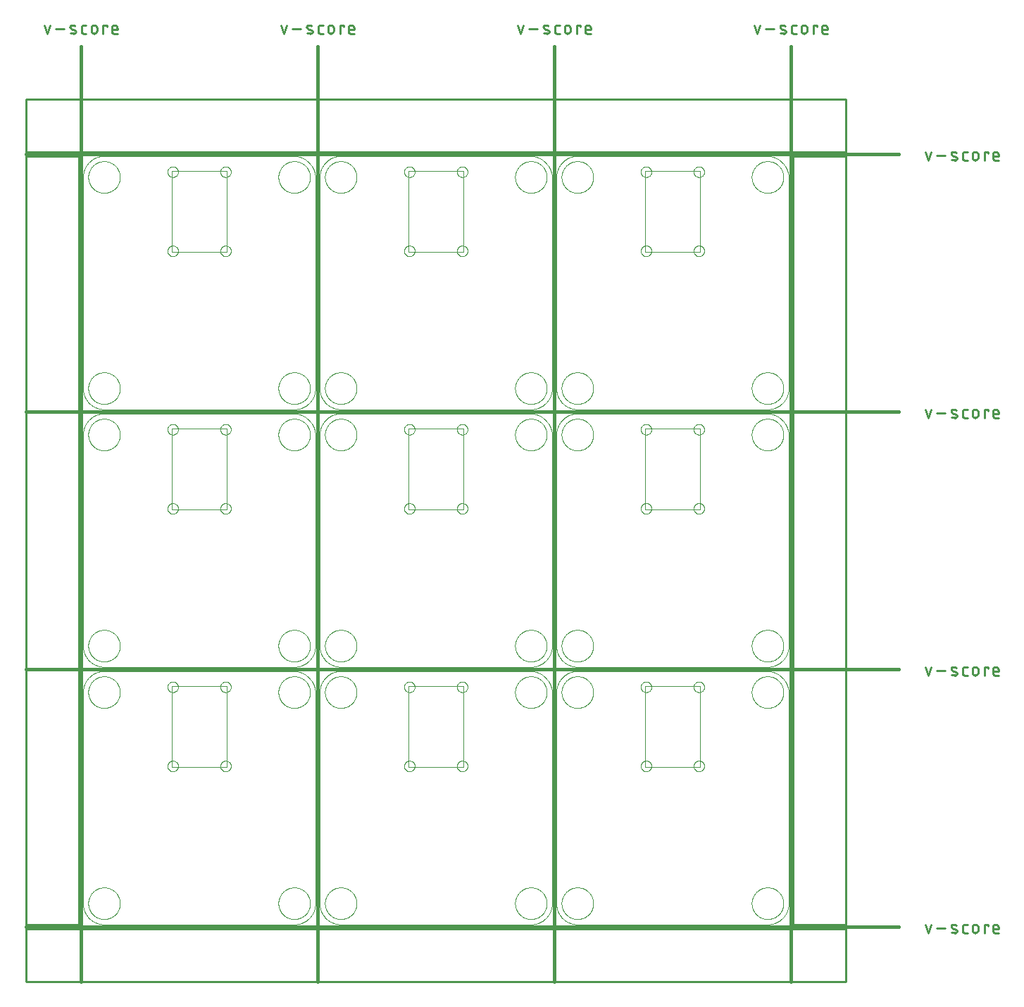
<source format=gko>
G04 EAGLE Gerber RS-274X export*
G75*
%MOMM*%
%FSLAX34Y34*%
%LPD*%
%IN*%
%IPPOS*%
%AMOC8*
5,1,8,0,0,1.08239X$1,22.5*%
G01*
%ADD10C,0.000000*%
%ADD11C,0.381000*%
%ADD12C,0.279400*%
%ADD13C,0.254000*%


D10*
X91Y279479D02*
X9Y25408D01*
X16Y24794D01*
X38Y24181D01*
X75Y23568D01*
X126Y22956D01*
X193Y22346D01*
X274Y21738D01*
X369Y21131D01*
X480Y20528D01*
X605Y19927D01*
X744Y19329D01*
X898Y18735D01*
X1066Y18144D01*
X1248Y17558D01*
X1445Y16977D01*
X1655Y16400D01*
X1880Y15829D01*
X2118Y15263D01*
X2369Y14703D01*
X2635Y14149D01*
X2913Y13602D01*
X3205Y13062D01*
X3509Y12529D01*
X3827Y12004D01*
X4157Y11486D01*
X4499Y10977D01*
X4853Y10476D01*
X5220Y9983D01*
X5598Y9500D01*
X5988Y9026D01*
X6390Y8562D01*
X6802Y8107D01*
X7225Y7662D01*
X7659Y7228D01*
X8104Y6805D01*
X8558Y6392D01*
X9022Y5990D01*
X9496Y5600D01*
X9979Y5221D01*
X10471Y4854D01*
X10972Y4500D01*
X11481Y4157D01*
X11998Y3827D01*
X12524Y3509D01*
X13056Y3204D01*
X13596Y2912D01*
X14143Y2633D01*
X14697Y2368D01*
X15256Y2116D01*
X15822Y1877D01*
X16393Y1652D01*
X16970Y1442D01*
X17551Y1245D01*
X18137Y1062D01*
X18727Y893D01*
X19321Y739D01*
X19919Y599D01*
X20520Y474D01*
X21124Y363D01*
X21730Y267D01*
X22338Y186D01*
X22949Y119D01*
X23560Y67D01*
X24173Y30D01*
X24786Y8D01*
X25400Y0D01*
X254000Y0D01*
X254622Y8D01*
X255243Y30D01*
X255864Y69D01*
X256483Y122D01*
X257101Y190D01*
X257717Y274D01*
X258331Y373D01*
X258943Y486D01*
X259551Y615D01*
X260156Y759D01*
X260757Y917D01*
X261354Y1090D01*
X261947Y1277D01*
X262535Y1480D01*
X263118Y1696D01*
X263696Y1927D01*
X264267Y2171D01*
X264833Y2430D01*
X265391Y2703D01*
X265944Y2989D01*
X266488Y3288D01*
X267026Y3601D01*
X267555Y3927D01*
X268077Y4266D01*
X268590Y4617D01*
X269094Y4981D01*
X269589Y5357D01*
X270075Y5746D01*
X270551Y6146D01*
X271017Y6557D01*
X271473Y6980D01*
X271918Y7414D01*
X272352Y7859D01*
X272776Y8314D01*
X273188Y8779D01*
X273589Y9255D01*
X273978Y9740D01*
X274355Y10234D01*
X274720Y10738D01*
X275072Y11250D01*
X275411Y11771D01*
X275738Y12300D01*
X276052Y12837D01*
X276352Y13382D01*
X276639Y13933D01*
X276912Y14492D01*
X277172Y15057D01*
X277418Y15628D01*
X277649Y16205D01*
X277866Y16788D01*
X278069Y17375D01*
X278258Y17968D01*
X278432Y18565D01*
X278591Y19166D01*
X278736Y19771D01*
X278865Y20379D01*
X278980Y20990D01*
X279079Y21604D01*
X279164Y22220D01*
X279233Y22838D01*
X279288Y23457D01*
X279327Y24077D01*
X279350Y24699D01*
X279359Y25321D01*
X279440Y277908D01*
X279432Y278558D01*
X279409Y279207D01*
X279370Y279855D01*
X279316Y280503D01*
X279246Y281149D01*
X279160Y281793D01*
X279059Y282434D01*
X278942Y283073D01*
X278810Y283709D01*
X278662Y284342D01*
X278499Y284971D01*
X278321Y285596D01*
X278128Y286216D01*
X277920Y286832D01*
X277698Y287442D01*
X277460Y288047D01*
X277208Y288646D01*
X276942Y289238D01*
X276661Y289824D01*
X276366Y290403D01*
X276058Y290975D01*
X275736Y291539D01*
X275400Y292095D01*
X275050Y292643D01*
X274688Y293182D01*
X274313Y293712D01*
X273925Y294233D01*
X273524Y294745D01*
X273112Y295247D01*
X272687Y295738D01*
X272250Y296219D01*
X271802Y296690D01*
X271343Y297149D01*
X270873Y297598D01*
X270392Y298035D01*
X269901Y298460D01*
X269399Y298873D01*
X268888Y299274D01*
X268367Y299662D01*
X267837Y300038D01*
X267298Y300400D01*
X266751Y300750D01*
X266195Y301086D01*
X265631Y301409D01*
X265059Y301718D01*
X264481Y302013D01*
X263895Y302294D01*
X263303Y302561D01*
X262704Y302813D01*
X262099Y303051D01*
X261489Y303274D01*
X260874Y303483D01*
X260254Y303676D01*
X259629Y303854D01*
X259000Y304018D01*
X258368Y304166D01*
X257732Y304298D01*
X257093Y304415D01*
X256451Y304517D01*
X255807Y304603D01*
X255161Y304674D01*
X254514Y304729D01*
X253865Y304768D01*
X253216Y304792D01*
X252566Y304800D01*
X252567Y304800D02*
X25400Y304800D01*
X24788Y304793D01*
X24177Y304770D01*
X23566Y304733D01*
X22957Y304682D01*
X22348Y304615D01*
X21742Y304534D01*
X21138Y304439D01*
X20536Y304328D01*
X19937Y304203D01*
X19341Y304064D01*
X18749Y303911D01*
X18161Y303743D01*
X17577Y303561D01*
X16997Y303364D01*
X16423Y303154D01*
X15853Y302930D01*
X15290Y302693D01*
X14732Y302442D01*
X14180Y302177D01*
X13635Y301899D01*
X13097Y301608D01*
X12566Y301305D01*
X12042Y300988D01*
X11527Y300659D01*
X11019Y300317D01*
X10520Y299964D01*
X10030Y299598D01*
X9548Y299221D01*
X9076Y298832D01*
X8613Y298432D01*
X8160Y298020D01*
X7717Y297598D01*
X7285Y297165D01*
X6863Y296722D01*
X6452Y296269D01*
X6052Y295806D01*
X5663Y295334D01*
X5286Y294852D01*
X4921Y294362D01*
X4567Y293862D01*
X4226Y293355D01*
X3897Y292839D01*
X3581Y292315D01*
X3277Y291784D01*
X2986Y291246D01*
X2709Y290700D01*
X2444Y290149D01*
X2193Y289591D01*
X1956Y289027D01*
X1733Y288457D01*
X1523Y287883D01*
X1327Y287303D01*
X1145Y286719D01*
X977Y286131D01*
X824Y285538D01*
X685Y284943D01*
X561Y284344D01*
X451Y283742D01*
X355Y283137D01*
X274Y282531D01*
X208Y281923D01*
X157Y281313D01*
X120Y280703D01*
X98Y280091D01*
X91Y279479D01*
X101600Y285750D02*
X101602Y285909D01*
X101608Y286068D01*
X101618Y286226D01*
X101632Y286385D01*
X101650Y286543D01*
X101671Y286700D01*
X101697Y286857D01*
X101727Y287013D01*
X101760Y287169D01*
X101798Y287323D01*
X101839Y287477D01*
X101884Y287629D01*
X101933Y287780D01*
X101986Y287930D01*
X102042Y288079D01*
X102103Y288226D01*
X102166Y288371D01*
X102234Y288515D01*
X102305Y288658D01*
X102379Y288798D01*
X102457Y288936D01*
X102539Y289073D01*
X102624Y289207D01*
X102712Y289340D01*
X102803Y289470D01*
X102898Y289597D01*
X102996Y289722D01*
X103097Y289845D01*
X103201Y289965D01*
X103308Y290083D01*
X103418Y290198D01*
X103531Y290310D01*
X103646Y290419D01*
X103764Y290525D01*
X103885Y290629D01*
X104009Y290729D01*
X104134Y290826D01*
X104263Y290920D01*
X104393Y291010D01*
X104526Y291098D01*
X104661Y291182D01*
X104798Y291262D01*
X104937Y291340D01*
X105078Y291413D01*
X105220Y291483D01*
X105365Y291550D01*
X105511Y291613D01*
X105658Y291672D01*
X105807Y291728D01*
X105958Y291779D01*
X106109Y291827D01*
X106262Y291871D01*
X106416Y291912D01*
X106570Y291948D01*
X106726Y291981D01*
X106882Y292010D01*
X107039Y292034D01*
X107197Y292055D01*
X107355Y292072D01*
X107513Y292085D01*
X107672Y292094D01*
X107831Y292099D01*
X107990Y292100D01*
X108149Y292097D01*
X108307Y292090D01*
X108466Y292079D01*
X108624Y292064D01*
X108782Y292045D01*
X108939Y292022D01*
X109096Y291996D01*
X109252Y291965D01*
X109407Y291931D01*
X109561Y291892D01*
X109715Y291850D01*
X109867Y291804D01*
X110018Y291754D01*
X110167Y291700D01*
X110316Y291643D01*
X110462Y291582D01*
X110608Y291517D01*
X110751Y291449D01*
X110893Y291377D01*
X111033Y291301D01*
X111171Y291223D01*
X111307Y291140D01*
X111441Y291055D01*
X111572Y290966D01*
X111702Y290873D01*
X111829Y290778D01*
X111953Y290679D01*
X112076Y290577D01*
X112195Y290473D01*
X112312Y290365D01*
X112426Y290254D01*
X112537Y290141D01*
X112646Y290025D01*
X112751Y289906D01*
X112854Y289784D01*
X112953Y289660D01*
X113050Y289534D01*
X113143Y289405D01*
X113233Y289274D01*
X113319Y289140D01*
X113402Y289005D01*
X113482Y288867D01*
X113558Y288728D01*
X113631Y288587D01*
X113700Y288444D01*
X113766Y288299D01*
X113828Y288152D01*
X113886Y288005D01*
X113941Y287855D01*
X113992Y287705D01*
X114039Y287553D01*
X114082Y287400D01*
X114121Y287246D01*
X114157Y287091D01*
X114188Y286935D01*
X114216Y286779D01*
X114240Y286622D01*
X114260Y286464D01*
X114276Y286306D01*
X114288Y286147D01*
X114296Y285988D01*
X114300Y285829D01*
X114300Y285671D01*
X114296Y285512D01*
X114288Y285353D01*
X114276Y285194D01*
X114260Y285036D01*
X114240Y284878D01*
X114216Y284721D01*
X114188Y284565D01*
X114157Y284409D01*
X114121Y284254D01*
X114082Y284100D01*
X114039Y283947D01*
X113992Y283795D01*
X113941Y283645D01*
X113886Y283495D01*
X113828Y283348D01*
X113766Y283201D01*
X113700Y283056D01*
X113631Y282913D01*
X113558Y282772D01*
X113482Y282633D01*
X113402Y282495D01*
X113319Y282360D01*
X113233Y282226D01*
X113143Y282095D01*
X113050Y281966D01*
X112953Y281840D01*
X112854Y281716D01*
X112751Y281594D01*
X112646Y281475D01*
X112537Y281359D01*
X112426Y281246D01*
X112312Y281135D01*
X112195Y281027D01*
X112076Y280923D01*
X111953Y280821D01*
X111829Y280722D01*
X111702Y280627D01*
X111572Y280534D01*
X111441Y280445D01*
X111307Y280360D01*
X111171Y280277D01*
X111033Y280199D01*
X110893Y280123D01*
X110751Y280051D01*
X110608Y279983D01*
X110462Y279918D01*
X110316Y279857D01*
X110167Y279800D01*
X110018Y279746D01*
X109867Y279696D01*
X109715Y279650D01*
X109561Y279608D01*
X109407Y279569D01*
X109252Y279535D01*
X109096Y279504D01*
X108939Y279478D01*
X108782Y279455D01*
X108624Y279436D01*
X108466Y279421D01*
X108307Y279410D01*
X108149Y279403D01*
X107990Y279400D01*
X107831Y279401D01*
X107672Y279406D01*
X107513Y279415D01*
X107355Y279428D01*
X107197Y279445D01*
X107039Y279466D01*
X106882Y279490D01*
X106726Y279519D01*
X106570Y279552D01*
X106416Y279588D01*
X106262Y279629D01*
X106109Y279673D01*
X105958Y279721D01*
X105807Y279772D01*
X105658Y279828D01*
X105511Y279887D01*
X105365Y279950D01*
X105220Y280017D01*
X105078Y280087D01*
X104937Y280160D01*
X104798Y280238D01*
X104661Y280318D01*
X104526Y280402D01*
X104393Y280490D01*
X104263Y280580D01*
X104134Y280674D01*
X104009Y280771D01*
X103885Y280871D01*
X103764Y280975D01*
X103646Y281081D01*
X103531Y281190D01*
X103418Y281302D01*
X103308Y281417D01*
X103201Y281535D01*
X103097Y281655D01*
X102996Y281778D01*
X102898Y281903D01*
X102803Y282030D01*
X102712Y282160D01*
X102624Y282293D01*
X102539Y282427D01*
X102457Y282564D01*
X102379Y282702D01*
X102305Y282842D01*
X102234Y282985D01*
X102166Y283129D01*
X102103Y283274D01*
X102042Y283421D01*
X101986Y283570D01*
X101933Y283720D01*
X101884Y283871D01*
X101839Y284023D01*
X101798Y284177D01*
X101760Y284331D01*
X101727Y284487D01*
X101697Y284643D01*
X101671Y284800D01*
X101650Y284957D01*
X101632Y285115D01*
X101618Y285274D01*
X101608Y285432D01*
X101602Y285591D01*
X101600Y285750D01*
X165100Y285750D02*
X165102Y285909D01*
X165108Y286068D01*
X165118Y286226D01*
X165132Y286385D01*
X165150Y286543D01*
X165171Y286700D01*
X165197Y286857D01*
X165227Y287013D01*
X165260Y287169D01*
X165298Y287323D01*
X165339Y287477D01*
X165384Y287629D01*
X165433Y287780D01*
X165486Y287930D01*
X165542Y288079D01*
X165603Y288226D01*
X165666Y288371D01*
X165734Y288515D01*
X165805Y288658D01*
X165879Y288798D01*
X165957Y288936D01*
X166039Y289073D01*
X166124Y289207D01*
X166212Y289340D01*
X166303Y289470D01*
X166398Y289597D01*
X166496Y289722D01*
X166597Y289845D01*
X166701Y289965D01*
X166808Y290083D01*
X166918Y290198D01*
X167031Y290310D01*
X167146Y290419D01*
X167264Y290525D01*
X167385Y290629D01*
X167509Y290729D01*
X167634Y290826D01*
X167763Y290920D01*
X167893Y291010D01*
X168026Y291098D01*
X168161Y291182D01*
X168298Y291262D01*
X168437Y291340D01*
X168578Y291413D01*
X168720Y291483D01*
X168865Y291550D01*
X169011Y291613D01*
X169158Y291672D01*
X169307Y291728D01*
X169458Y291779D01*
X169609Y291827D01*
X169762Y291871D01*
X169916Y291912D01*
X170070Y291948D01*
X170226Y291981D01*
X170382Y292010D01*
X170539Y292034D01*
X170697Y292055D01*
X170855Y292072D01*
X171013Y292085D01*
X171172Y292094D01*
X171331Y292099D01*
X171490Y292100D01*
X171649Y292097D01*
X171807Y292090D01*
X171966Y292079D01*
X172124Y292064D01*
X172282Y292045D01*
X172439Y292022D01*
X172596Y291996D01*
X172752Y291965D01*
X172907Y291931D01*
X173061Y291892D01*
X173215Y291850D01*
X173367Y291804D01*
X173518Y291754D01*
X173667Y291700D01*
X173816Y291643D01*
X173962Y291582D01*
X174108Y291517D01*
X174251Y291449D01*
X174393Y291377D01*
X174533Y291301D01*
X174671Y291223D01*
X174807Y291140D01*
X174941Y291055D01*
X175072Y290966D01*
X175202Y290873D01*
X175329Y290778D01*
X175453Y290679D01*
X175576Y290577D01*
X175695Y290473D01*
X175812Y290365D01*
X175926Y290254D01*
X176037Y290141D01*
X176146Y290025D01*
X176251Y289906D01*
X176354Y289784D01*
X176453Y289660D01*
X176550Y289534D01*
X176643Y289405D01*
X176733Y289274D01*
X176819Y289140D01*
X176902Y289005D01*
X176982Y288867D01*
X177058Y288728D01*
X177131Y288587D01*
X177200Y288444D01*
X177266Y288299D01*
X177328Y288152D01*
X177386Y288005D01*
X177441Y287855D01*
X177492Y287705D01*
X177539Y287553D01*
X177582Y287400D01*
X177621Y287246D01*
X177657Y287091D01*
X177688Y286935D01*
X177716Y286779D01*
X177740Y286622D01*
X177760Y286464D01*
X177776Y286306D01*
X177788Y286147D01*
X177796Y285988D01*
X177800Y285829D01*
X177800Y285671D01*
X177796Y285512D01*
X177788Y285353D01*
X177776Y285194D01*
X177760Y285036D01*
X177740Y284878D01*
X177716Y284721D01*
X177688Y284565D01*
X177657Y284409D01*
X177621Y284254D01*
X177582Y284100D01*
X177539Y283947D01*
X177492Y283795D01*
X177441Y283645D01*
X177386Y283495D01*
X177328Y283348D01*
X177266Y283201D01*
X177200Y283056D01*
X177131Y282913D01*
X177058Y282772D01*
X176982Y282633D01*
X176902Y282495D01*
X176819Y282360D01*
X176733Y282226D01*
X176643Y282095D01*
X176550Y281966D01*
X176453Y281840D01*
X176354Y281716D01*
X176251Y281594D01*
X176146Y281475D01*
X176037Y281359D01*
X175926Y281246D01*
X175812Y281135D01*
X175695Y281027D01*
X175576Y280923D01*
X175453Y280821D01*
X175329Y280722D01*
X175202Y280627D01*
X175072Y280534D01*
X174941Y280445D01*
X174807Y280360D01*
X174671Y280277D01*
X174533Y280199D01*
X174393Y280123D01*
X174251Y280051D01*
X174108Y279983D01*
X173962Y279918D01*
X173816Y279857D01*
X173667Y279800D01*
X173518Y279746D01*
X173367Y279696D01*
X173215Y279650D01*
X173061Y279608D01*
X172907Y279569D01*
X172752Y279535D01*
X172596Y279504D01*
X172439Y279478D01*
X172282Y279455D01*
X172124Y279436D01*
X171966Y279421D01*
X171807Y279410D01*
X171649Y279403D01*
X171490Y279400D01*
X171331Y279401D01*
X171172Y279406D01*
X171013Y279415D01*
X170855Y279428D01*
X170697Y279445D01*
X170539Y279466D01*
X170382Y279490D01*
X170226Y279519D01*
X170070Y279552D01*
X169916Y279588D01*
X169762Y279629D01*
X169609Y279673D01*
X169458Y279721D01*
X169307Y279772D01*
X169158Y279828D01*
X169011Y279887D01*
X168865Y279950D01*
X168720Y280017D01*
X168578Y280087D01*
X168437Y280160D01*
X168298Y280238D01*
X168161Y280318D01*
X168026Y280402D01*
X167893Y280490D01*
X167763Y280580D01*
X167634Y280674D01*
X167509Y280771D01*
X167385Y280871D01*
X167264Y280975D01*
X167146Y281081D01*
X167031Y281190D01*
X166918Y281302D01*
X166808Y281417D01*
X166701Y281535D01*
X166597Y281655D01*
X166496Y281778D01*
X166398Y281903D01*
X166303Y282030D01*
X166212Y282160D01*
X166124Y282293D01*
X166039Y282427D01*
X165957Y282564D01*
X165879Y282702D01*
X165805Y282842D01*
X165734Y282985D01*
X165666Y283129D01*
X165603Y283274D01*
X165542Y283421D01*
X165486Y283570D01*
X165433Y283720D01*
X165384Y283871D01*
X165339Y284023D01*
X165298Y284177D01*
X165260Y284331D01*
X165227Y284487D01*
X165197Y284643D01*
X165171Y284800D01*
X165150Y284957D01*
X165132Y285115D01*
X165118Y285274D01*
X165108Y285432D01*
X165102Y285591D01*
X165100Y285750D01*
X101600Y190500D02*
X101602Y190659D01*
X101608Y190818D01*
X101618Y190976D01*
X101632Y191135D01*
X101650Y191293D01*
X101671Y191450D01*
X101697Y191607D01*
X101727Y191763D01*
X101760Y191919D01*
X101798Y192073D01*
X101839Y192227D01*
X101884Y192379D01*
X101933Y192530D01*
X101986Y192680D01*
X102042Y192829D01*
X102103Y192976D01*
X102166Y193121D01*
X102234Y193265D01*
X102305Y193408D01*
X102379Y193548D01*
X102457Y193686D01*
X102539Y193823D01*
X102624Y193957D01*
X102712Y194090D01*
X102803Y194220D01*
X102898Y194347D01*
X102996Y194472D01*
X103097Y194595D01*
X103201Y194715D01*
X103308Y194833D01*
X103418Y194948D01*
X103531Y195060D01*
X103646Y195169D01*
X103764Y195275D01*
X103885Y195379D01*
X104009Y195479D01*
X104134Y195576D01*
X104263Y195670D01*
X104393Y195760D01*
X104526Y195848D01*
X104661Y195932D01*
X104798Y196012D01*
X104937Y196090D01*
X105078Y196163D01*
X105220Y196233D01*
X105365Y196300D01*
X105511Y196363D01*
X105658Y196422D01*
X105807Y196478D01*
X105958Y196529D01*
X106109Y196577D01*
X106262Y196621D01*
X106416Y196662D01*
X106570Y196698D01*
X106726Y196731D01*
X106882Y196760D01*
X107039Y196784D01*
X107197Y196805D01*
X107355Y196822D01*
X107513Y196835D01*
X107672Y196844D01*
X107831Y196849D01*
X107990Y196850D01*
X108149Y196847D01*
X108307Y196840D01*
X108466Y196829D01*
X108624Y196814D01*
X108782Y196795D01*
X108939Y196772D01*
X109096Y196746D01*
X109252Y196715D01*
X109407Y196681D01*
X109561Y196642D01*
X109715Y196600D01*
X109867Y196554D01*
X110018Y196504D01*
X110167Y196450D01*
X110316Y196393D01*
X110462Y196332D01*
X110608Y196267D01*
X110751Y196199D01*
X110893Y196127D01*
X111033Y196051D01*
X111171Y195973D01*
X111307Y195890D01*
X111441Y195805D01*
X111572Y195716D01*
X111702Y195623D01*
X111829Y195528D01*
X111953Y195429D01*
X112076Y195327D01*
X112195Y195223D01*
X112312Y195115D01*
X112426Y195004D01*
X112537Y194891D01*
X112646Y194775D01*
X112751Y194656D01*
X112854Y194534D01*
X112953Y194410D01*
X113050Y194284D01*
X113143Y194155D01*
X113233Y194024D01*
X113319Y193890D01*
X113402Y193755D01*
X113482Y193617D01*
X113558Y193478D01*
X113631Y193337D01*
X113700Y193194D01*
X113766Y193049D01*
X113828Y192902D01*
X113886Y192755D01*
X113941Y192605D01*
X113992Y192455D01*
X114039Y192303D01*
X114082Y192150D01*
X114121Y191996D01*
X114157Y191841D01*
X114188Y191685D01*
X114216Y191529D01*
X114240Y191372D01*
X114260Y191214D01*
X114276Y191056D01*
X114288Y190897D01*
X114296Y190738D01*
X114300Y190579D01*
X114300Y190421D01*
X114296Y190262D01*
X114288Y190103D01*
X114276Y189944D01*
X114260Y189786D01*
X114240Y189628D01*
X114216Y189471D01*
X114188Y189315D01*
X114157Y189159D01*
X114121Y189004D01*
X114082Y188850D01*
X114039Y188697D01*
X113992Y188545D01*
X113941Y188395D01*
X113886Y188245D01*
X113828Y188098D01*
X113766Y187951D01*
X113700Y187806D01*
X113631Y187663D01*
X113558Y187522D01*
X113482Y187383D01*
X113402Y187245D01*
X113319Y187110D01*
X113233Y186976D01*
X113143Y186845D01*
X113050Y186716D01*
X112953Y186590D01*
X112854Y186466D01*
X112751Y186344D01*
X112646Y186225D01*
X112537Y186109D01*
X112426Y185996D01*
X112312Y185885D01*
X112195Y185777D01*
X112076Y185673D01*
X111953Y185571D01*
X111829Y185472D01*
X111702Y185377D01*
X111572Y185284D01*
X111441Y185195D01*
X111307Y185110D01*
X111171Y185027D01*
X111033Y184949D01*
X110893Y184873D01*
X110751Y184801D01*
X110608Y184733D01*
X110462Y184668D01*
X110316Y184607D01*
X110167Y184550D01*
X110018Y184496D01*
X109867Y184446D01*
X109715Y184400D01*
X109561Y184358D01*
X109407Y184319D01*
X109252Y184285D01*
X109096Y184254D01*
X108939Y184228D01*
X108782Y184205D01*
X108624Y184186D01*
X108466Y184171D01*
X108307Y184160D01*
X108149Y184153D01*
X107990Y184150D01*
X107831Y184151D01*
X107672Y184156D01*
X107513Y184165D01*
X107355Y184178D01*
X107197Y184195D01*
X107039Y184216D01*
X106882Y184240D01*
X106726Y184269D01*
X106570Y184302D01*
X106416Y184338D01*
X106262Y184379D01*
X106109Y184423D01*
X105958Y184471D01*
X105807Y184522D01*
X105658Y184578D01*
X105511Y184637D01*
X105365Y184700D01*
X105220Y184767D01*
X105078Y184837D01*
X104937Y184910D01*
X104798Y184988D01*
X104661Y185068D01*
X104526Y185152D01*
X104393Y185240D01*
X104263Y185330D01*
X104134Y185424D01*
X104009Y185521D01*
X103885Y185621D01*
X103764Y185725D01*
X103646Y185831D01*
X103531Y185940D01*
X103418Y186052D01*
X103308Y186167D01*
X103201Y186285D01*
X103097Y186405D01*
X102996Y186528D01*
X102898Y186653D01*
X102803Y186780D01*
X102712Y186910D01*
X102624Y187043D01*
X102539Y187177D01*
X102457Y187314D01*
X102379Y187452D01*
X102305Y187592D01*
X102234Y187735D01*
X102166Y187879D01*
X102103Y188024D01*
X102042Y188171D01*
X101986Y188320D01*
X101933Y188470D01*
X101884Y188621D01*
X101839Y188773D01*
X101798Y188927D01*
X101760Y189081D01*
X101727Y189237D01*
X101697Y189393D01*
X101671Y189550D01*
X101650Y189707D01*
X101632Y189865D01*
X101618Y190024D01*
X101608Y190182D01*
X101602Y190341D01*
X101600Y190500D01*
X165100Y190500D02*
X165102Y190659D01*
X165108Y190818D01*
X165118Y190976D01*
X165132Y191135D01*
X165150Y191293D01*
X165171Y191450D01*
X165197Y191607D01*
X165227Y191763D01*
X165260Y191919D01*
X165298Y192073D01*
X165339Y192227D01*
X165384Y192379D01*
X165433Y192530D01*
X165486Y192680D01*
X165542Y192829D01*
X165603Y192976D01*
X165666Y193121D01*
X165734Y193265D01*
X165805Y193408D01*
X165879Y193548D01*
X165957Y193686D01*
X166039Y193823D01*
X166124Y193957D01*
X166212Y194090D01*
X166303Y194220D01*
X166398Y194347D01*
X166496Y194472D01*
X166597Y194595D01*
X166701Y194715D01*
X166808Y194833D01*
X166918Y194948D01*
X167031Y195060D01*
X167146Y195169D01*
X167264Y195275D01*
X167385Y195379D01*
X167509Y195479D01*
X167634Y195576D01*
X167763Y195670D01*
X167893Y195760D01*
X168026Y195848D01*
X168161Y195932D01*
X168298Y196012D01*
X168437Y196090D01*
X168578Y196163D01*
X168720Y196233D01*
X168865Y196300D01*
X169011Y196363D01*
X169158Y196422D01*
X169307Y196478D01*
X169458Y196529D01*
X169609Y196577D01*
X169762Y196621D01*
X169916Y196662D01*
X170070Y196698D01*
X170226Y196731D01*
X170382Y196760D01*
X170539Y196784D01*
X170697Y196805D01*
X170855Y196822D01*
X171013Y196835D01*
X171172Y196844D01*
X171331Y196849D01*
X171490Y196850D01*
X171649Y196847D01*
X171807Y196840D01*
X171966Y196829D01*
X172124Y196814D01*
X172282Y196795D01*
X172439Y196772D01*
X172596Y196746D01*
X172752Y196715D01*
X172907Y196681D01*
X173061Y196642D01*
X173215Y196600D01*
X173367Y196554D01*
X173518Y196504D01*
X173667Y196450D01*
X173816Y196393D01*
X173962Y196332D01*
X174108Y196267D01*
X174251Y196199D01*
X174393Y196127D01*
X174533Y196051D01*
X174671Y195973D01*
X174807Y195890D01*
X174941Y195805D01*
X175072Y195716D01*
X175202Y195623D01*
X175329Y195528D01*
X175453Y195429D01*
X175576Y195327D01*
X175695Y195223D01*
X175812Y195115D01*
X175926Y195004D01*
X176037Y194891D01*
X176146Y194775D01*
X176251Y194656D01*
X176354Y194534D01*
X176453Y194410D01*
X176550Y194284D01*
X176643Y194155D01*
X176733Y194024D01*
X176819Y193890D01*
X176902Y193755D01*
X176982Y193617D01*
X177058Y193478D01*
X177131Y193337D01*
X177200Y193194D01*
X177266Y193049D01*
X177328Y192902D01*
X177386Y192755D01*
X177441Y192605D01*
X177492Y192455D01*
X177539Y192303D01*
X177582Y192150D01*
X177621Y191996D01*
X177657Y191841D01*
X177688Y191685D01*
X177716Y191529D01*
X177740Y191372D01*
X177760Y191214D01*
X177776Y191056D01*
X177788Y190897D01*
X177796Y190738D01*
X177800Y190579D01*
X177800Y190421D01*
X177796Y190262D01*
X177788Y190103D01*
X177776Y189944D01*
X177760Y189786D01*
X177740Y189628D01*
X177716Y189471D01*
X177688Y189315D01*
X177657Y189159D01*
X177621Y189004D01*
X177582Y188850D01*
X177539Y188697D01*
X177492Y188545D01*
X177441Y188395D01*
X177386Y188245D01*
X177328Y188098D01*
X177266Y187951D01*
X177200Y187806D01*
X177131Y187663D01*
X177058Y187522D01*
X176982Y187383D01*
X176902Y187245D01*
X176819Y187110D01*
X176733Y186976D01*
X176643Y186845D01*
X176550Y186716D01*
X176453Y186590D01*
X176354Y186466D01*
X176251Y186344D01*
X176146Y186225D01*
X176037Y186109D01*
X175926Y185996D01*
X175812Y185885D01*
X175695Y185777D01*
X175576Y185673D01*
X175453Y185571D01*
X175329Y185472D01*
X175202Y185377D01*
X175072Y185284D01*
X174941Y185195D01*
X174807Y185110D01*
X174671Y185027D01*
X174533Y184949D01*
X174393Y184873D01*
X174251Y184801D01*
X174108Y184733D01*
X173962Y184668D01*
X173816Y184607D01*
X173667Y184550D01*
X173518Y184496D01*
X173367Y184446D01*
X173215Y184400D01*
X173061Y184358D01*
X172907Y184319D01*
X172752Y184285D01*
X172596Y184254D01*
X172439Y184228D01*
X172282Y184205D01*
X172124Y184186D01*
X171966Y184171D01*
X171807Y184160D01*
X171649Y184153D01*
X171490Y184150D01*
X171331Y184151D01*
X171172Y184156D01*
X171013Y184165D01*
X170855Y184178D01*
X170697Y184195D01*
X170539Y184216D01*
X170382Y184240D01*
X170226Y184269D01*
X170070Y184302D01*
X169916Y184338D01*
X169762Y184379D01*
X169609Y184423D01*
X169458Y184471D01*
X169307Y184522D01*
X169158Y184578D01*
X169011Y184637D01*
X168865Y184700D01*
X168720Y184767D01*
X168578Y184837D01*
X168437Y184910D01*
X168298Y184988D01*
X168161Y185068D01*
X168026Y185152D01*
X167893Y185240D01*
X167763Y185330D01*
X167634Y185424D01*
X167509Y185521D01*
X167385Y185621D01*
X167264Y185725D01*
X167146Y185831D01*
X167031Y185940D01*
X166918Y186052D01*
X166808Y186167D01*
X166701Y186285D01*
X166597Y186405D01*
X166496Y186528D01*
X166398Y186653D01*
X166303Y186780D01*
X166212Y186910D01*
X166124Y187043D01*
X166039Y187177D01*
X165957Y187314D01*
X165879Y187452D01*
X165805Y187592D01*
X165734Y187735D01*
X165666Y187879D01*
X165603Y188024D01*
X165542Y188171D01*
X165486Y188320D01*
X165433Y188470D01*
X165384Y188621D01*
X165339Y188773D01*
X165298Y188927D01*
X165260Y189081D01*
X165227Y189237D01*
X165197Y189393D01*
X165171Y189550D01*
X165150Y189707D01*
X165132Y189865D01*
X165118Y190024D01*
X165108Y190182D01*
X165102Y190341D01*
X165100Y190500D01*
X106680Y189230D02*
X106680Y287020D01*
X106680Y189230D02*
X172720Y189230D01*
X172720Y287020D01*
X106680Y287020D01*
X284596Y279479D02*
X284515Y25408D01*
X284514Y25408D02*
X284521Y24794D01*
X284543Y24181D01*
X284580Y23568D01*
X284631Y22956D01*
X284698Y22346D01*
X284779Y21738D01*
X284874Y21131D01*
X284985Y20528D01*
X285110Y19927D01*
X285249Y19329D01*
X285403Y18735D01*
X285571Y18144D01*
X285753Y17558D01*
X285950Y16977D01*
X286160Y16400D01*
X286385Y15829D01*
X286623Y15263D01*
X286874Y14703D01*
X287140Y14149D01*
X287418Y13602D01*
X287710Y13062D01*
X288014Y12529D01*
X288332Y12004D01*
X288662Y11486D01*
X289004Y10977D01*
X289358Y10476D01*
X289725Y9983D01*
X290103Y9500D01*
X290493Y9026D01*
X290895Y8562D01*
X291307Y8107D01*
X291730Y7662D01*
X292164Y7228D01*
X292609Y6805D01*
X293063Y6392D01*
X293527Y5990D01*
X294001Y5600D01*
X294484Y5221D01*
X294976Y4854D01*
X295477Y4500D01*
X295986Y4157D01*
X296503Y3827D01*
X297029Y3509D01*
X297561Y3204D01*
X298101Y2912D01*
X298648Y2633D01*
X299202Y2368D01*
X299761Y2116D01*
X300327Y1877D01*
X300898Y1652D01*
X301475Y1442D01*
X302056Y1245D01*
X302642Y1062D01*
X303232Y893D01*
X303826Y739D01*
X304424Y599D01*
X305025Y474D01*
X305629Y363D01*
X306235Y267D01*
X306843Y186D01*
X307454Y119D01*
X308065Y67D01*
X308678Y30D01*
X309291Y8D01*
X309905Y0D01*
X538505Y0D01*
X539127Y8D01*
X539748Y30D01*
X540369Y69D01*
X540988Y122D01*
X541606Y190D01*
X542222Y274D01*
X542836Y373D01*
X543448Y486D01*
X544056Y615D01*
X544661Y759D01*
X545262Y917D01*
X545859Y1090D01*
X546452Y1277D01*
X547040Y1480D01*
X547623Y1696D01*
X548201Y1927D01*
X548772Y2171D01*
X549338Y2430D01*
X549896Y2703D01*
X550449Y2989D01*
X550993Y3288D01*
X551531Y3601D01*
X552060Y3927D01*
X552582Y4266D01*
X553095Y4617D01*
X553599Y4981D01*
X554094Y5357D01*
X554580Y5746D01*
X555056Y6146D01*
X555522Y6557D01*
X555978Y6980D01*
X556423Y7414D01*
X556857Y7859D01*
X557281Y8314D01*
X557693Y8779D01*
X558094Y9255D01*
X558483Y9740D01*
X558860Y10234D01*
X559225Y10738D01*
X559577Y11250D01*
X559916Y11771D01*
X560243Y12300D01*
X560557Y12837D01*
X560857Y13382D01*
X561144Y13933D01*
X561417Y14492D01*
X561677Y15057D01*
X561923Y15628D01*
X562154Y16205D01*
X562371Y16788D01*
X562574Y17375D01*
X562763Y17968D01*
X562937Y18565D01*
X563096Y19166D01*
X563241Y19771D01*
X563370Y20379D01*
X563485Y20990D01*
X563584Y21604D01*
X563669Y22220D01*
X563738Y22838D01*
X563793Y23457D01*
X563832Y24077D01*
X563855Y24699D01*
X563864Y25321D01*
X563946Y277908D01*
X563938Y278558D01*
X563915Y279207D01*
X563876Y279855D01*
X563822Y280503D01*
X563752Y281149D01*
X563666Y281793D01*
X563565Y282434D01*
X563448Y283073D01*
X563316Y283709D01*
X563168Y284342D01*
X563005Y284971D01*
X562827Y285596D01*
X562634Y286216D01*
X562426Y286832D01*
X562204Y287442D01*
X561966Y288047D01*
X561714Y288646D01*
X561448Y289238D01*
X561167Y289824D01*
X560872Y290403D01*
X560564Y290975D01*
X560242Y291539D01*
X559906Y292095D01*
X559556Y292643D01*
X559194Y293182D01*
X558819Y293712D01*
X558431Y294233D01*
X558030Y294745D01*
X557618Y295247D01*
X557193Y295738D01*
X556756Y296219D01*
X556308Y296690D01*
X555849Y297149D01*
X555379Y297598D01*
X554898Y298035D01*
X554407Y298460D01*
X553905Y298873D01*
X553394Y299274D01*
X552873Y299662D01*
X552343Y300038D01*
X551804Y300400D01*
X551257Y300750D01*
X550701Y301086D01*
X550137Y301409D01*
X549565Y301718D01*
X548987Y302013D01*
X548401Y302294D01*
X547809Y302561D01*
X547210Y302813D01*
X546605Y303051D01*
X545995Y303274D01*
X545380Y303483D01*
X544760Y303676D01*
X544135Y303854D01*
X543506Y304018D01*
X542874Y304166D01*
X542238Y304298D01*
X541599Y304415D01*
X540957Y304517D01*
X540313Y304603D01*
X539667Y304674D01*
X539020Y304729D01*
X538371Y304768D01*
X537722Y304792D01*
X537072Y304800D01*
X309905Y304800D01*
X309293Y304793D01*
X308682Y304770D01*
X308071Y304733D01*
X307462Y304682D01*
X306853Y304615D01*
X306247Y304534D01*
X305643Y304439D01*
X305041Y304328D01*
X304442Y304203D01*
X303846Y304064D01*
X303254Y303911D01*
X302666Y303743D01*
X302082Y303561D01*
X301502Y303364D01*
X300928Y303154D01*
X300358Y302930D01*
X299795Y302693D01*
X299237Y302442D01*
X298685Y302177D01*
X298140Y301899D01*
X297602Y301608D01*
X297071Y301305D01*
X296547Y300988D01*
X296032Y300659D01*
X295524Y300317D01*
X295025Y299964D01*
X294535Y299598D01*
X294053Y299221D01*
X293581Y298832D01*
X293118Y298432D01*
X292665Y298020D01*
X292222Y297598D01*
X291790Y297165D01*
X291368Y296722D01*
X290957Y296269D01*
X290557Y295806D01*
X290168Y295334D01*
X289791Y294852D01*
X289426Y294362D01*
X289072Y293862D01*
X288731Y293355D01*
X288402Y292839D01*
X288086Y292315D01*
X287782Y291784D01*
X287491Y291246D01*
X287214Y290700D01*
X286949Y290149D01*
X286698Y289591D01*
X286461Y289027D01*
X286238Y288457D01*
X286028Y287883D01*
X285832Y287303D01*
X285650Y286719D01*
X285482Y286131D01*
X285329Y285538D01*
X285190Y284943D01*
X285066Y284344D01*
X284956Y283742D01*
X284860Y283137D01*
X284779Y282531D01*
X284713Y281923D01*
X284662Y281313D01*
X284625Y280703D01*
X284603Y280091D01*
X284596Y279479D01*
X386105Y285750D02*
X386107Y285909D01*
X386113Y286068D01*
X386123Y286226D01*
X386137Y286385D01*
X386155Y286543D01*
X386176Y286700D01*
X386202Y286857D01*
X386232Y287013D01*
X386265Y287169D01*
X386303Y287323D01*
X386344Y287477D01*
X386389Y287629D01*
X386438Y287780D01*
X386491Y287930D01*
X386547Y288079D01*
X386608Y288226D01*
X386671Y288371D01*
X386739Y288515D01*
X386810Y288658D01*
X386884Y288798D01*
X386962Y288936D01*
X387044Y289073D01*
X387129Y289207D01*
X387217Y289340D01*
X387308Y289470D01*
X387403Y289597D01*
X387501Y289722D01*
X387602Y289845D01*
X387706Y289965D01*
X387813Y290083D01*
X387923Y290198D01*
X388036Y290310D01*
X388151Y290419D01*
X388269Y290525D01*
X388390Y290629D01*
X388514Y290729D01*
X388639Y290826D01*
X388768Y290920D01*
X388898Y291010D01*
X389031Y291098D01*
X389166Y291182D01*
X389303Y291262D01*
X389442Y291340D01*
X389583Y291413D01*
X389725Y291483D01*
X389870Y291550D01*
X390016Y291613D01*
X390163Y291672D01*
X390312Y291728D01*
X390463Y291779D01*
X390614Y291827D01*
X390767Y291871D01*
X390921Y291912D01*
X391075Y291948D01*
X391231Y291981D01*
X391387Y292010D01*
X391544Y292034D01*
X391702Y292055D01*
X391860Y292072D01*
X392018Y292085D01*
X392177Y292094D01*
X392336Y292099D01*
X392495Y292100D01*
X392654Y292097D01*
X392812Y292090D01*
X392971Y292079D01*
X393129Y292064D01*
X393287Y292045D01*
X393444Y292022D01*
X393601Y291996D01*
X393757Y291965D01*
X393912Y291931D01*
X394066Y291892D01*
X394220Y291850D01*
X394372Y291804D01*
X394523Y291754D01*
X394672Y291700D01*
X394821Y291643D01*
X394967Y291582D01*
X395113Y291517D01*
X395256Y291449D01*
X395398Y291377D01*
X395538Y291301D01*
X395676Y291223D01*
X395812Y291140D01*
X395946Y291055D01*
X396077Y290966D01*
X396207Y290873D01*
X396334Y290778D01*
X396458Y290679D01*
X396581Y290577D01*
X396700Y290473D01*
X396817Y290365D01*
X396931Y290254D01*
X397042Y290141D01*
X397151Y290025D01*
X397256Y289906D01*
X397359Y289784D01*
X397458Y289660D01*
X397555Y289534D01*
X397648Y289405D01*
X397738Y289274D01*
X397824Y289140D01*
X397907Y289005D01*
X397987Y288867D01*
X398063Y288728D01*
X398136Y288587D01*
X398205Y288444D01*
X398271Y288299D01*
X398333Y288152D01*
X398391Y288005D01*
X398446Y287855D01*
X398497Y287705D01*
X398544Y287553D01*
X398587Y287400D01*
X398626Y287246D01*
X398662Y287091D01*
X398693Y286935D01*
X398721Y286779D01*
X398745Y286622D01*
X398765Y286464D01*
X398781Y286306D01*
X398793Y286147D01*
X398801Y285988D01*
X398805Y285829D01*
X398805Y285671D01*
X398801Y285512D01*
X398793Y285353D01*
X398781Y285194D01*
X398765Y285036D01*
X398745Y284878D01*
X398721Y284721D01*
X398693Y284565D01*
X398662Y284409D01*
X398626Y284254D01*
X398587Y284100D01*
X398544Y283947D01*
X398497Y283795D01*
X398446Y283645D01*
X398391Y283495D01*
X398333Y283348D01*
X398271Y283201D01*
X398205Y283056D01*
X398136Y282913D01*
X398063Y282772D01*
X397987Y282633D01*
X397907Y282495D01*
X397824Y282360D01*
X397738Y282226D01*
X397648Y282095D01*
X397555Y281966D01*
X397458Y281840D01*
X397359Y281716D01*
X397256Y281594D01*
X397151Y281475D01*
X397042Y281359D01*
X396931Y281246D01*
X396817Y281135D01*
X396700Y281027D01*
X396581Y280923D01*
X396458Y280821D01*
X396334Y280722D01*
X396207Y280627D01*
X396077Y280534D01*
X395946Y280445D01*
X395812Y280360D01*
X395676Y280277D01*
X395538Y280199D01*
X395398Y280123D01*
X395256Y280051D01*
X395113Y279983D01*
X394967Y279918D01*
X394821Y279857D01*
X394672Y279800D01*
X394523Y279746D01*
X394372Y279696D01*
X394220Y279650D01*
X394066Y279608D01*
X393912Y279569D01*
X393757Y279535D01*
X393601Y279504D01*
X393444Y279478D01*
X393287Y279455D01*
X393129Y279436D01*
X392971Y279421D01*
X392812Y279410D01*
X392654Y279403D01*
X392495Y279400D01*
X392336Y279401D01*
X392177Y279406D01*
X392018Y279415D01*
X391860Y279428D01*
X391702Y279445D01*
X391544Y279466D01*
X391387Y279490D01*
X391231Y279519D01*
X391075Y279552D01*
X390921Y279588D01*
X390767Y279629D01*
X390614Y279673D01*
X390463Y279721D01*
X390312Y279772D01*
X390163Y279828D01*
X390016Y279887D01*
X389870Y279950D01*
X389725Y280017D01*
X389583Y280087D01*
X389442Y280160D01*
X389303Y280238D01*
X389166Y280318D01*
X389031Y280402D01*
X388898Y280490D01*
X388768Y280580D01*
X388639Y280674D01*
X388514Y280771D01*
X388390Y280871D01*
X388269Y280975D01*
X388151Y281081D01*
X388036Y281190D01*
X387923Y281302D01*
X387813Y281417D01*
X387706Y281535D01*
X387602Y281655D01*
X387501Y281778D01*
X387403Y281903D01*
X387308Y282030D01*
X387217Y282160D01*
X387129Y282293D01*
X387044Y282427D01*
X386962Y282564D01*
X386884Y282702D01*
X386810Y282842D01*
X386739Y282985D01*
X386671Y283129D01*
X386608Y283274D01*
X386547Y283421D01*
X386491Y283570D01*
X386438Y283720D01*
X386389Y283871D01*
X386344Y284023D01*
X386303Y284177D01*
X386265Y284331D01*
X386232Y284487D01*
X386202Y284643D01*
X386176Y284800D01*
X386155Y284957D01*
X386137Y285115D01*
X386123Y285274D01*
X386113Y285432D01*
X386107Y285591D01*
X386105Y285750D01*
X449605Y285750D02*
X449607Y285909D01*
X449613Y286068D01*
X449623Y286226D01*
X449637Y286385D01*
X449655Y286543D01*
X449676Y286700D01*
X449702Y286857D01*
X449732Y287013D01*
X449765Y287169D01*
X449803Y287323D01*
X449844Y287477D01*
X449889Y287629D01*
X449938Y287780D01*
X449991Y287930D01*
X450047Y288079D01*
X450108Y288226D01*
X450171Y288371D01*
X450239Y288515D01*
X450310Y288658D01*
X450384Y288798D01*
X450462Y288936D01*
X450544Y289073D01*
X450629Y289207D01*
X450717Y289340D01*
X450808Y289470D01*
X450903Y289597D01*
X451001Y289722D01*
X451102Y289845D01*
X451206Y289965D01*
X451313Y290083D01*
X451423Y290198D01*
X451536Y290310D01*
X451651Y290419D01*
X451769Y290525D01*
X451890Y290629D01*
X452014Y290729D01*
X452139Y290826D01*
X452268Y290920D01*
X452398Y291010D01*
X452531Y291098D01*
X452666Y291182D01*
X452803Y291262D01*
X452942Y291340D01*
X453083Y291413D01*
X453225Y291483D01*
X453370Y291550D01*
X453516Y291613D01*
X453663Y291672D01*
X453812Y291728D01*
X453963Y291779D01*
X454114Y291827D01*
X454267Y291871D01*
X454421Y291912D01*
X454575Y291948D01*
X454731Y291981D01*
X454887Y292010D01*
X455044Y292034D01*
X455202Y292055D01*
X455360Y292072D01*
X455518Y292085D01*
X455677Y292094D01*
X455836Y292099D01*
X455995Y292100D01*
X456154Y292097D01*
X456312Y292090D01*
X456471Y292079D01*
X456629Y292064D01*
X456787Y292045D01*
X456944Y292022D01*
X457101Y291996D01*
X457257Y291965D01*
X457412Y291931D01*
X457566Y291892D01*
X457720Y291850D01*
X457872Y291804D01*
X458023Y291754D01*
X458172Y291700D01*
X458321Y291643D01*
X458467Y291582D01*
X458613Y291517D01*
X458756Y291449D01*
X458898Y291377D01*
X459038Y291301D01*
X459176Y291223D01*
X459312Y291140D01*
X459446Y291055D01*
X459577Y290966D01*
X459707Y290873D01*
X459834Y290778D01*
X459958Y290679D01*
X460081Y290577D01*
X460200Y290473D01*
X460317Y290365D01*
X460431Y290254D01*
X460542Y290141D01*
X460651Y290025D01*
X460756Y289906D01*
X460859Y289784D01*
X460958Y289660D01*
X461055Y289534D01*
X461148Y289405D01*
X461238Y289274D01*
X461324Y289140D01*
X461407Y289005D01*
X461487Y288867D01*
X461563Y288728D01*
X461636Y288587D01*
X461705Y288444D01*
X461771Y288299D01*
X461833Y288152D01*
X461891Y288005D01*
X461946Y287855D01*
X461997Y287705D01*
X462044Y287553D01*
X462087Y287400D01*
X462126Y287246D01*
X462162Y287091D01*
X462193Y286935D01*
X462221Y286779D01*
X462245Y286622D01*
X462265Y286464D01*
X462281Y286306D01*
X462293Y286147D01*
X462301Y285988D01*
X462305Y285829D01*
X462305Y285671D01*
X462301Y285512D01*
X462293Y285353D01*
X462281Y285194D01*
X462265Y285036D01*
X462245Y284878D01*
X462221Y284721D01*
X462193Y284565D01*
X462162Y284409D01*
X462126Y284254D01*
X462087Y284100D01*
X462044Y283947D01*
X461997Y283795D01*
X461946Y283645D01*
X461891Y283495D01*
X461833Y283348D01*
X461771Y283201D01*
X461705Y283056D01*
X461636Y282913D01*
X461563Y282772D01*
X461487Y282633D01*
X461407Y282495D01*
X461324Y282360D01*
X461238Y282226D01*
X461148Y282095D01*
X461055Y281966D01*
X460958Y281840D01*
X460859Y281716D01*
X460756Y281594D01*
X460651Y281475D01*
X460542Y281359D01*
X460431Y281246D01*
X460317Y281135D01*
X460200Y281027D01*
X460081Y280923D01*
X459958Y280821D01*
X459834Y280722D01*
X459707Y280627D01*
X459577Y280534D01*
X459446Y280445D01*
X459312Y280360D01*
X459176Y280277D01*
X459038Y280199D01*
X458898Y280123D01*
X458756Y280051D01*
X458613Y279983D01*
X458467Y279918D01*
X458321Y279857D01*
X458172Y279800D01*
X458023Y279746D01*
X457872Y279696D01*
X457720Y279650D01*
X457566Y279608D01*
X457412Y279569D01*
X457257Y279535D01*
X457101Y279504D01*
X456944Y279478D01*
X456787Y279455D01*
X456629Y279436D01*
X456471Y279421D01*
X456312Y279410D01*
X456154Y279403D01*
X455995Y279400D01*
X455836Y279401D01*
X455677Y279406D01*
X455518Y279415D01*
X455360Y279428D01*
X455202Y279445D01*
X455044Y279466D01*
X454887Y279490D01*
X454731Y279519D01*
X454575Y279552D01*
X454421Y279588D01*
X454267Y279629D01*
X454114Y279673D01*
X453963Y279721D01*
X453812Y279772D01*
X453663Y279828D01*
X453516Y279887D01*
X453370Y279950D01*
X453225Y280017D01*
X453083Y280087D01*
X452942Y280160D01*
X452803Y280238D01*
X452666Y280318D01*
X452531Y280402D01*
X452398Y280490D01*
X452268Y280580D01*
X452139Y280674D01*
X452014Y280771D01*
X451890Y280871D01*
X451769Y280975D01*
X451651Y281081D01*
X451536Y281190D01*
X451423Y281302D01*
X451313Y281417D01*
X451206Y281535D01*
X451102Y281655D01*
X451001Y281778D01*
X450903Y281903D01*
X450808Y282030D01*
X450717Y282160D01*
X450629Y282293D01*
X450544Y282427D01*
X450462Y282564D01*
X450384Y282702D01*
X450310Y282842D01*
X450239Y282985D01*
X450171Y283129D01*
X450108Y283274D01*
X450047Y283421D01*
X449991Y283570D01*
X449938Y283720D01*
X449889Y283871D01*
X449844Y284023D01*
X449803Y284177D01*
X449765Y284331D01*
X449732Y284487D01*
X449702Y284643D01*
X449676Y284800D01*
X449655Y284957D01*
X449637Y285115D01*
X449623Y285274D01*
X449613Y285432D01*
X449607Y285591D01*
X449605Y285750D01*
X386105Y190500D02*
X386107Y190659D01*
X386113Y190818D01*
X386123Y190976D01*
X386137Y191135D01*
X386155Y191293D01*
X386176Y191450D01*
X386202Y191607D01*
X386232Y191763D01*
X386265Y191919D01*
X386303Y192073D01*
X386344Y192227D01*
X386389Y192379D01*
X386438Y192530D01*
X386491Y192680D01*
X386547Y192829D01*
X386608Y192976D01*
X386671Y193121D01*
X386739Y193265D01*
X386810Y193408D01*
X386884Y193548D01*
X386962Y193686D01*
X387044Y193823D01*
X387129Y193957D01*
X387217Y194090D01*
X387308Y194220D01*
X387403Y194347D01*
X387501Y194472D01*
X387602Y194595D01*
X387706Y194715D01*
X387813Y194833D01*
X387923Y194948D01*
X388036Y195060D01*
X388151Y195169D01*
X388269Y195275D01*
X388390Y195379D01*
X388514Y195479D01*
X388639Y195576D01*
X388768Y195670D01*
X388898Y195760D01*
X389031Y195848D01*
X389166Y195932D01*
X389303Y196012D01*
X389442Y196090D01*
X389583Y196163D01*
X389725Y196233D01*
X389870Y196300D01*
X390016Y196363D01*
X390163Y196422D01*
X390312Y196478D01*
X390463Y196529D01*
X390614Y196577D01*
X390767Y196621D01*
X390921Y196662D01*
X391075Y196698D01*
X391231Y196731D01*
X391387Y196760D01*
X391544Y196784D01*
X391702Y196805D01*
X391860Y196822D01*
X392018Y196835D01*
X392177Y196844D01*
X392336Y196849D01*
X392495Y196850D01*
X392654Y196847D01*
X392812Y196840D01*
X392971Y196829D01*
X393129Y196814D01*
X393287Y196795D01*
X393444Y196772D01*
X393601Y196746D01*
X393757Y196715D01*
X393912Y196681D01*
X394066Y196642D01*
X394220Y196600D01*
X394372Y196554D01*
X394523Y196504D01*
X394672Y196450D01*
X394821Y196393D01*
X394967Y196332D01*
X395113Y196267D01*
X395256Y196199D01*
X395398Y196127D01*
X395538Y196051D01*
X395676Y195973D01*
X395812Y195890D01*
X395946Y195805D01*
X396077Y195716D01*
X396207Y195623D01*
X396334Y195528D01*
X396458Y195429D01*
X396581Y195327D01*
X396700Y195223D01*
X396817Y195115D01*
X396931Y195004D01*
X397042Y194891D01*
X397151Y194775D01*
X397256Y194656D01*
X397359Y194534D01*
X397458Y194410D01*
X397555Y194284D01*
X397648Y194155D01*
X397738Y194024D01*
X397824Y193890D01*
X397907Y193755D01*
X397987Y193617D01*
X398063Y193478D01*
X398136Y193337D01*
X398205Y193194D01*
X398271Y193049D01*
X398333Y192902D01*
X398391Y192755D01*
X398446Y192605D01*
X398497Y192455D01*
X398544Y192303D01*
X398587Y192150D01*
X398626Y191996D01*
X398662Y191841D01*
X398693Y191685D01*
X398721Y191529D01*
X398745Y191372D01*
X398765Y191214D01*
X398781Y191056D01*
X398793Y190897D01*
X398801Y190738D01*
X398805Y190579D01*
X398805Y190421D01*
X398801Y190262D01*
X398793Y190103D01*
X398781Y189944D01*
X398765Y189786D01*
X398745Y189628D01*
X398721Y189471D01*
X398693Y189315D01*
X398662Y189159D01*
X398626Y189004D01*
X398587Y188850D01*
X398544Y188697D01*
X398497Y188545D01*
X398446Y188395D01*
X398391Y188245D01*
X398333Y188098D01*
X398271Y187951D01*
X398205Y187806D01*
X398136Y187663D01*
X398063Y187522D01*
X397987Y187383D01*
X397907Y187245D01*
X397824Y187110D01*
X397738Y186976D01*
X397648Y186845D01*
X397555Y186716D01*
X397458Y186590D01*
X397359Y186466D01*
X397256Y186344D01*
X397151Y186225D01*
X397042Y186109D01*
X396931Y185996D01*
X396817Y185885D01*
X396700Y185777D01*
X396581Y185673D01*
X396458Y185571D01*
X396334Y185472D01*
X396207Y185377D01*
X396077Y185284D01*
X395946Y185195D01*
X395812Y185110D01*
X395676Y185027D01*
X395538Y184949D01*
X395398Y184873D01*
X395256Y184801D01*
X395113Y184733D01*
X394967Y184668D01*
X394821Y184607D01*
X394672Y184550D01*
X394523Y184496D01*
X394372Y184446D01*
X394220Y184400D01*
X394066Y184358D01*
X393912Y184319D01*
X393757Y184285D01*
X393601Y184254D01*
X393444Y184228D01*
X393287Y184205D01*
X393129Y184186D01*
X392971Y184171D01*
X392812Y184160D01*
X392654Y184153D01*
X392495Y184150D01*
X392336Y184151D01*
X392177Y184156D01*
X392018Y184165D01*
X391860Y184178D01*
X391702Y184195D01*
X391544Y184216D01*
X391387Y184240D01*
X391231Y184269D01*
X391075Y184302D01*
X390921Y184338D01*
X390767Y184379D01*
X390614Y184423D01*
X390463Y184471D01*
X390312Y184522D01*
X390163Y184578D01*
X390016Y184637D01*
X389870Y184700D01*
X389725Y184767D01*
X389583Y184837D01*
X389442Y184910D01*
X389303Y184988D01*
X389166Y185068D01*
X389031Y185152D01*
X388898Y185240D01*
X388768Y185330D01*
X388639Y185424D01*
X388514Y185521D01*
X388390Y185621D01*
X388269Y185725D01*
X388151Y185831D01*
X388036Y185940D01*
X387923Y186052D01*
X387813Y186167D01*
X387706Y186285D01*
X387602Y186405D01*
X387501Y186528D01*
X387403Y186653D01*
X387308Y186780D01*
X387217Y186910D01*
X387129Y187043D01*
X387044Y187177D01*
X386962Y187314D01*
X386884Y187452D01*
X386810Y187592D01*
X386739Y187735D01*
X386671Y187879D01*
X386608Y188024D01*
X386547Y188171D01*
X386491Y188320D01*
X386438Y188470D01*
X386389Y188621D01*
X386344Y188773D01*
X386303Y188927D01*
X386265Y189081D01*
X386232Y189237D01*
X386202Y189393D01*
X386176Y189550D01*
X386155Y189707D01*
X386137Y189865D01*
X386123Y190024D01*
X386113Y190182D01*
X386107Y190341D01*
X386105Y190500D01*
X449605Y190500D02*
X449607Y190659D01*
X449613Y190818D01*
X449623Y190976D01*
X449637Y191135D01*
X449655Y191293D01*
X449676Y191450D01*
X449702Y191607D01*
X449732Y191763D01*
X449765Y191919D01*
X449803Y192073D01*
X449844Y192227D01*
X449889Y192379D01*
X449938Y192530D01*
X449991Y192680D01*
X450047Y192829D01*
X450108Y192976D01*
X450171Y193121D01*
X450239Y193265D01*
X450310Y193408D01*
X450384Y193548D01*
X450462Y193686D01*
X450544Y193823D01*
X450629Y193957D01*
X450717Y194090D01*
X450808Y194220D01*
X450903Y194347D01*
X451001Y194472D01*
X451102Y194595D01*
X451206Y194715D01*
X451313Y194833D01*
X451423Y194948D01*
X451536Y195060D01*
X451651Y195169D01*
X451769Y195275D01*
X451890Y195379D01*
X452014Y195479D01*
X452139Y195576D01*
X452268Y195670D01*
X452398Y195760D01*
X452531Y195848D01*
X452666Y195932D01*
X452803Y196012D01*
X452942Y196090D01*
X453083Y196163D01*
X453225Y196233D01*
X453370Y196300D01*
X453516Y196363D01*
X453663Y196422D01*
X453812Y196478D01*
X453963Y196529D01*
X454114Y196577D01*
X454267Y196621D01*
X454421Y196662D01*
X454575Y196698D01*
X454731Y196731D01*
X454887Y196760D01*
X455044Y196784D01*
X455202Y196805D01*
X455360Y196822D01*
X455518Y196835D01*
X455677Y196844D01*
X455836Y196849D01*
X455995Y196850D01*
X456154Y196847D01*
X456312Y196840D01*
X456471Y196829D01*
X456629Y196814D01*
X456787Y196795D01*
X456944Y196772D01*
X457101Y196746D01*
X457257Y196715D01*
X457412Y196681D01*
X457566Y196642D01*
X457720Y196600D01*
X457872Y196554D01*
X458023Y196504D01*
X458172Y196450D01*
X458321Y196393D01*
X458467Y196332D01*
X458613Y196267D01*
X458756Y196199D01*
X458898Y196127D01*
X459038Y196051D01*
X459176Y195973D01*
X459312Y195890D01*
X459446Y195805D01*
X459577Y195716D01*
X459707Y195623D01*
X459834Y195528D01*
X459958Y195429D01*
X460081Y195327D01*
X460200Y195223D01*
X460317Y195115D01*
X460431Y195004D01*
X460542Y194891D01*
X460651Y194775D01*
X460756Y194656D01*
X460859Y194534D01*
X460958Y194410D01*
X461055Y194284D01*
X461148Y194155D01*
X461238Y194024D01*
X461324Y193890D01*
X461407Y193755D01*
X461487Y193617D01*
X461563Y193478D01*
X461636Y193337D01*
X461705Y193194D01*
X461771Y193049D01*
X461833Y192902D01*
X461891Y192755D01*
X461946Y192605D01*
X461997Y192455D01*
X462044Y192303D01*
X462087Y192150D01*
X462126Y191996D01*
X462162Y191841D01*
X462193Y191685D01*
X462221Y191529D01*
X462245Y191372D01*
X462265Y191214D01*
X462281Y191056D01*
X462293Y190897D01*
X462301Y190738D01*
X462305Y190579D01*
X462305Y190421D01*
X462301Y190262D01*
X462293Y190103D01*
X462281Y189944D01*
X462265Y189786D01*
X462245Y189628D01*
X462221Y189471D01*
X462193Y189315D01*
X462162Y189159D01*
X462126Y189004D01*
X462087Y188850D01*
X462044Y188697D01*
X461997Y188545D01*
X461946Y188395D01*
X461891Y188245D01*
X461833Y188098D01*
X461771Y187951D01*
X461705Y187806D01*
X461636Y187663D01*
X461563Y187522D01*
X461487Y187383D01*
X461407Y187245D01*
X461324Y187110D01*
X461238Y186976D01*
X461148Y186845D01*
X461055Y186716D01*
X460958Y186590D01*
X460859Y186466D01*
X460756Y186344D01*
X460651Y186225D01*
X460542Y186109D01*
X460431Y185996D01*
X460317Y185885D01*
X460200Y185777D01*
X460081Y185673D01*
X459958Y185571D01*
X459834Y185472D01*
X459707Y185377D01*
X459577Y185284D01*
X459446Y185195D01*
X459312Y185110D01*
X459176Y185027D01*
X459038Y184949D01*
X458898Y184873D01*
X458756Y184801D01*
X458613Y184733D01*
X458467Y184668D01*
X458321Y184607D01*
X458172Y184550D01*
X458023Y184496D01*
X457872Y184446D01*
X457720Y184400D01*
X457566Y184358D01*
X457412Y184319D01*
X457257Y184285D01*
X457101Y184254D01*
X456944Y184228D01*
X456787Y184205D01*
X456629Y184186D01*
X456471Y184171D01*
X456312Y184160D01*
X456154Y184153D01*
X455995Y184150D01*
X455836Y184151D01*
X455677Y184156D01*
X455518Y184165D01*
X455360Y184178D01*
X455202Y184195D01*
X455044Y184216D01*
X454887Y184240D01*
X454731Y184269D01*
X454575Y184302D01*
X454421Y184338D01*
X454267Y184379D01*
X454114Y184423D01*
X453963Y184471D01*
X453812Y184522D01*
X453663Y184578D01*
X453516Y184637D01*
X453370Y184700D01*
X453225Y184767D01*
X453083Y184837D01*
X452942Y184910D01*
X452803Y184988D01*
X452666Y185068D01*
X452531Y185152D01*
X452398Y185240D01*
X452268Y185330D01*
X452139Y185424D01*
X452014Y185521D01*
X451890Y185621D01*
X451769Y185725D01*
X451651Y185831D01*
X451536Y185940D01*
X451423Y186052D01*
X451313Y186167D01*
X451206Y186285D01*
X451102Y186405D01*
X451001Y186528D01*
X450903Y186653D01*
X450808Y186780D01*
X450717Y186910D01*
X450629Y187043D01*
X450544Y187177D01*
X450462Y187314D01*
X450384Y187452D01*
X450310Y187592D01*
X450239Y187735D01*
X450171Y187879D01*
X450108Y188024D01*
X450047Y188171D01*
X449991Y188320D01*
X449938Y188470D01*
X449889Y188621D01*
X449844Y188773D01*
X449803Y188927D01*
X449765Y189081D01*
X449732Y189237D01*
X449702Y189393D01*
X449676Y189550D01*
X449655Y189707D01*
X449637Y189865D01*
X449623Y190024D01*
X449613Y190182D01*
X449607Y190341D01*
X449605Y190500D01*
X391185Y189230D02*
X391185Y287020D01*
X391185Y189230D02*
X457225Y189230D01*
X457225Y287020D01*
X391185Y287020D01*
X569102Y279479D02*
X569020Y25408D01*
X569027Y24794D01*
X569049Y24181D01*
X569086Y23568D01*
X569137Y22956D01*
X569204Y22346D01*
X569285Y21738D01*
X569380Y21131D01*
X569491Y20528D01*
X569616Y19927D01*
X569755Y19329D01*
X569909Y18735D01*
X570077Y18144D01*
X570259Y17558D01*
X570456Y16977D01*
X570666Y16400D01*
X570891Y15829D01*
X571129Y15263D01*
X571380Y14703D01*
X571646Y14149D01*
X571924Y13602D01*
X572216Y13062D01*
X572520Y12529D01*
X572838Y12004D01*
X573168Y11486D01*
X573510Y10977D01*
X573864Y10476D01*
X574231Y9983D01*
X574609Y9500D01*
X574999Y9026D01*
X575401Y8562D01*
X575813Y8107D01*
X576236Y7662D01*
X576670Y7228D01*
X577115Y6805D01*
X577569Y6392D01*
X578033Y5990D01*
X578507Y5600D01*
X578990Y5221D01*
X579482Y4854D01*
X579983Y4500D01*
X580492Y4157D01*
X581009Y3827D01*
X581535Y3509D01*
X582067Y3204D01*
X582607Y2912D01*
X583154Y2633D01*
X583708Y2368D01*
X584267Y2116D01*
X584833Y1877D01*
X585404Y1652D01*
X585981Y1442D01*
X586562Y1245D01*
X587148Y1062D01*
X587738Y893D01*
X588332Y739D01*
X588930Y599D01*
X589531Y474D01*
X590135Y363D01*
X590741Y267D01*
X591349Y186D01*
X591960Y119D01*
X592571Y67D01*
X593184Y30D01*
X593797Y8D01*
X594411Y0D01*
X823011Y0D01*
X823633Y8D01*
X824254Y30D01*
X824875Y69D01*
X825494Y122D01*
X826112Y190D01*
X826728Y274D01*
X827342Y373D01*
X827954Y486D01*
X828562Y615D01*
X829167Y759D01*
X829768Y917D01*
X830365Y1090D01*
X830958Y1277D01*
X831546Y1480D01*
X832129Y1696D01*
X832707Y1927D01*
X833278Y2171D01*
X833844Y2430D01*
X834402Y2703D01*
X834955Y2989D01*
X835499Y3288D01*
X836037Y3601D01*
X836566Y3927D01*
X837088Y4266D01*
X837601Y4617D01*
X838105Y4981D01*
X838600Y5357D01*
X839086Y5746D01*
X839562Y6146D01*
X840028Y6557D01*
X840484Y6980D01*
X840929Y7414D01*
X841363Y7859D01*
X841787Y8314D01*
X842199Y8779D01*
X842600Y9255D01*
X842989Y9740D01*
X843366Y10234D01*
X843731Y10738D01*
X844083Y11250D01*
X844422Y11771D01*
X844749Y12300D01*
X845063Y12837D01*
X845363Y13382D01*
X845650Y13933D01*
X845923Y14492D01*
X846183Y15057D01*
X846429Y15628D01*
X846660Y16205D01*
X846877Y16788D01*
X847080Y17375D01*
X847269Y17968D01*
X847443Y18565D01*
X847602Y19166D01*
X847747Y19771D01*
X847876Y20379D01*
X847991Y20990D01*
X848090Y21604D01*
X848175Y22220D01*
X848244Y22838D01*
X848299Y23457D01*
X848338Y24077D01*
X848361Y24699D01*
X848370Y25321D01*
X848451Y277908D01*
X848443Y278558D01*
X848420Y279207D01*
X848381Y279855D01*
X848327Y280503D01*
X848257Y281149D01*
X848171Y281793D01*
X848070Y282434D01*
X847953Y283073D01*
X847821Y283709D01*
X847673Y284342D01*
X847510Y284971D01*
X847332Y285596D01*
X847139Y286216D01*
X846931Y286832D01*
X846709Y287442D01*
X846471Y288047D01*
X846219Y288646D01*
X845953Y289238D01*
X845672Y289824D01*
X845377Y290403D01*
X845069Y290975D01*
X844747Y291539D01*
X844411Y292095D01*
X844061Y292643D01*
X843699Y293182D01*
X843324Y293712D01*
X842936Y294233D01*
X842535Y294745D01*
X842123Y295247D01*
X841698Y295738D01*
X841261Y296219D01*
X840813Y296690D01*
X840354Y297149D01*
X839884Y297598D01*
X839403Y298035D01*
X838912Y298460D01*
X838410Y298873D01*
X837899Y299274D01*
X837378Y299662D01*
X836848Y300038D01*
X836309Y300400D01*
X835762Y300750D01*
X835206Y301086D01*
X834642Y301409D01*
X834070Y301718D01*
X833492Y302013D01*
X832906Y302294D01*
X832314Y302561D01*
X831715Y302813D01*
X831110Y303051D01*
X830500Y303274D01*
X829885Y303483D01*
X829265Y303676D01*
X828640Y303854D01*
X828011Y304018D01*
X827379Y304166D01*
X826743Y304298D01*
X826104Y304415D01*
X825462Y304517D01*
X824818Y304603D01*
X824172Y304674D01*
X823525Y304729D01*
X822876Y304768D01*
X822227Y304792D01*
X821577Y304800D01*
X821578Y304800D02*
X594411Y304800D01*
X593799Y304793D01*
X593188Y304770D01*
X592577Y304733D01*
X591968Y304682D01*
X591359Y304615D01*
X590753Y304534D01*
X590149Y304439D01*
X589547Y304328D01*
X588948Y304203D01*
X588352Y304064D01*
X587760Y303911D01*
X587172Y303743D01*
X586588Y303561D01*
X586008Y303364D01*
X585434Y303154D01*
X584864Y302930D01*
X584301Y302693D01*
X583743Y302442D01*
X583191Y302177D01*
X582646Y301899D01*
X582108Y301608D01*
X581577Y301305D01*
X581053Y300988D01*
X580538Y300659D01*
X580030Y300317D01*
X579531Y299964D01*
X579041Y299598D01*
X578559Y299221D01*
X578087Y298832D01*
X577624Y298432D01*
X577171Y298020D01*
X576728Y297598D01*
X576296Y297165D01*
X575874Y296722D01*
X575463Y296269D01*
X575063Y295806D01*
X574674Y295334D01*
X574297Y294852D01*
X573932Y294362D01*
X573578Y293862D01*
X573237Y293355D01*
X572908Y292839D01*
X572592Y292315D01*
X572288Y291784D01*
X571997Y291246D01*
X571720Y290700D01*
X571455Y290149D01*
X571204Y289591D01*
X570967Y289027D01*
X570744Y288457D01*
X570534Y287883D01*
X570338Y287303D01*
X570156Y286719D01*
X569988Y286131D01*
X569835Y285538D01*
X569696Y284943D01*
X569572Y284344D01*
X569462Y283742D01*
X569366Y283137D01*
X569285Y282531D01*
X569219Y281923D01*
X569168Y281313D01*
X569131Y280703D01*
X569109Y280091D01*
X569102Y279479D01*
X670611Y285750D02*
X670613Y285909D01*
X670619Y286068D01*
X670629Y286226D01*
X670643Y286385D01*
X670661Y286543D01*
X670682Y286700D01*
X670708Y286857D01*
X670738Y287013D01*
X670771Y287169D01*
X670809Y287323D01*
X670850Y287477D01*
X670895Y287629D01*
X670944Y287780D01*
X670997Y287930D01*
X671053Y288079D01*
X671114Y288226D01*
X671177Y288371D01*
X671245Y288515D01*
X671316Y288658D01*
X671390Y288798D01*
X671468Y288936D01*
X671550Y289073D01*
X671635Y289207D01*
X671723Y289340D01*
X671814Y289470D01*
X671909Y289597D01*
X672007Y289722D01*
X672108Y289845D01*
X672212Y289965D01*
X672319Y290083D01*
X672429Y290198D01*
X672542Y290310D01*
X672657Y290419D01*
X672775Y290525D01*
X672896Y290629D01*
X673020Y290729D01*
X673145Y290826D01*
X673274Y290920D01*
X673404Y291010D01*
X673537Y291098D01*
X673672Y291182D01*
X673809Y291262D01*
X673948Y291340D01*
X674089Y291413D01*
X674231Y291483D01*
X674376Y291550D01*
X674522Y291613D01*
X674669Y291672D01*
X674818Y291728D01*
X674969Y291779D01*
X675120Y291827D01*
X675273Y291871D01*
X675427Y291912D01*
X675581Y291948D01*
X675737Y291981D01*
X675893Y292010D01*
X676050Y292034D01*
X676208Y292055D01*
X676366Y292072D01*
X676524Y292085D01*
X676683Y292094D01*
X676842Y292099D01*
X677001Y292100D01*
X677160Y292097D01*
X677318Y292090D01*
X677477Y292079D01*
X677635Y292064D01*
X677793Y292045D01*
X677950Y292022D01*
X678107Y291996D01*
X678263Y291965D01*
X678418Y291931D01*
X678572Y291892D01*
X678726Y291850D01*
X678878Y291804D01*
X679029Y291754D01*
X679178Y291700D01*
X679327Y291643D01*
X679473Y291582D01*
X679619Y291517D01*
X679762Y291449D01*
X679904Y291377D01*
X680044Y291301D01*
X680182Y291223D01*
X680318Y291140D01*
X680452Y291055D01*
X680583Y290966D01*
X680713Y290873D01*
X680840Y290778D01*
X680964Y290679D01*
X681087Y290577D01*
X681206Y290473D01*
X681323Y290365D01*
X681437Y290254D01*
X681548Y290141D01*
X681657Y290025D01*
X681762Y289906D01*
X681865Y289784D01*
X681964Y289660D01*
X682061Y289534D01*
X682154Y289405D01*
X682244Y289274D01*
X682330Y289140D01*
X682413Y289005D01*
X682493Y288867D01*
X682569Y288728D01*
X682642Y288587D01*
X682711Y288444D01*
X682777Y288299D01*
X682839Y288152D01*
X682897Y288005D01*
X682952Y287855D01*
X683003Y287705D01*
X683050Y287553D01*
X683093Y287400D01*
X683132Y287246D01*
X683168Y287091D01*
X683199Y286935D01*
X683227Y286779D01*
X683251Y286622D01*
X683271Y286464D01*
X683287Y286306D01*
X683299Y286147D01*
X683307Y285988D01*
X683311Y285829D01*
X683311Y285671D01*
X683307Y285512D01*
X683299Y285353D01*
X683287Y285194D01*
X683271Y285036D01*
X683251Y284878D01*
X683227Y284721D01*
X683199Y284565D01*
X683168Y284409D01*
X683132Y284254D01*
X683093Y284100D01*
X683050Y283947D01*
X683003Y283795D01*
X682952Y283645D01*
X682897Y283495D01*
X682839Y283348D01*
X682777Y283201D01*
X682711Y283056D01*
X682642Y282913D01*
X682569Y282772D01*
X682493Y282633D01*
X682413Y282495D01*
X682330Y282360D01*
X682244Y282226D01*
X682154Y282095D01*
X682061Y281966D01*
X681964Y281840D01*
X681865Y281716D01*
X681762Y281594D01*
X681657Y281475D01*
X681548Y281359D01*
X681437Y281246D01*
X681323Y281135D01*
X681206Y281027D01*
X681087Y280923D01*
X680964Y280821D01*
X680840Y280722D01*
X680713Y280627D01*
X680583Y280534D01*
X680452Y280445D01*
X680318Y280360D01*
X680182Y280277D01*
X680044Y280199D01*
X679904Y280123D01*
X679762Y280051D01*
X679619Y279983D01*
X679473Y279918D01*
X679327Y279857D01*
X679178Y279800D01*
X679029Y279746D01*
X678878Y279696D01*
X678726Y279650D01*
X678572Y279608D01*
X678418Y279569D01*
X678263Y279535D01*
X678107Y279504D01*
X677950Y279478D01*
X677793Y279455D01*
X677635Y279436D01*
X677477Y279421D01*
X677318Y279410D01*
X677160Y279403D01*
X677001Y279400D01*
X676842Y279401D01*
X676683Y279406D01*
X676524Y279415D01*
X676366Y279428D01*
X676208Y279445D01*
X676050Y279466D01*
X675893Y279490D01*
X675737Y279519D01*
X675581Y279552D01*
X675427Y279588D01*
X675273Y279629D01*
X675120Y279673D01*
X674969Y279721D01*
X674818Y279772D01*
X674669Y279828D01*
X674522Y279887D01*
X674376Y279950D01*
X674231Y280017D01*
X674089Y280087D01*
X673948Y280160D01*
X673809Y280238D01*
X673672Y280318D01*
X673537Y280402D01*
X673404Y280490D01*
X673274Y280580D01*
X673145Y280674D01*
X673020Y280771D01*
X672896Y280871D01*
X672775Y280975D01*
X672657Y281081D01*
X672542Y281190D01*
X672429Y281302D01*
X672319Y281417D01*
X672212Y281535D01*
X672108Y281655D01*
X672007Y281778D01*
X671909Y281903D01*
X671814Y282030D01*
X671723Y282160D01*
X671635Y282293D01*
X671550Y282427D01*
X671468Y282564D01*
X671390Y282702D01*
X671316Y282842D01*
X671245Y282985D01*
X671177Y283129D01*
X671114Y283274D01*
X671053Y283421D01*
X670997Y283570D01*
X670944Y283720D01*
X670895Y283871D01*
X670850Y284023D01*
X670809Y284177D01*
X670771Y284331D01*
X670738Y284487D01*
X670708Y284643D01*
X670682Y284800D01*
X670661Y284957D01*
X670643Y285115D01*
X670629Y285274D01*
X670619Y285432D01*
X670613Y285591D01*
X670611Y285750D01*
X734111Y285750D02*
X734113Y285909D01*
X734119Y286068D01*
X734129Y286226D01*
X734143Y286385D01*
X734161Y286543D01*
X734182Y286700D01*
X734208Y286857D01*
X734238Y287013D01*
X734271Y287169D01*
X734309Y287323D01*
X734350Y287477D01*
X734395Y287629D01*
X734444Y287780D01*
X734497Y287930D01*
X734553Y288079D01*
X734614Y288226D01*
X734677Y288371D01*
X734745Y288515D01*
X734816Y288658D01*
X734890Y288798D01*
X734968Y288936D01*
X735050Y289073D01*
X735135Y289207D01*
X735223Y289340D01*
X735314Y289470D01*
X735409Y289597D01*
X735507Y289722D01*
X735608Y289845D01*
X735712Y289965D01*
X735819Y290083D01*
X735929Y290198D01*
X736042Y290310D01*
X736157Y290419D01*
X736275Y290525D01*
X736396Y290629D01*
X736520Y290729D01*
X736645Y290826D01*
X736774Y290920D01*
X736904Y291010D01*
X737037Y291098D01*
X737172Y291182D01*
X737309Y291262D01*
X737448Y291340D01*
X737589Y291413D01*
X737731Y291483D01*
X737876Y291550D01*
X738022Y291613D01*
X738169Y291672D01*
X738318Y291728D01*
X738469Y291779D01*
X738620Y291827D01*
X738773Y291871D01*
X738927Y291912D01*
X739081Y291948D01*
X739237Y291981D01*
X739393Y292010D01*
X739550Y292034D01*
X739708Y292055D01*
X739866Y292072D01*
X740024Y292085D01*
X740183Y292094D01*
X740342Y292099D01*
X740501Y292100D01*
X740660Y292097D01*
X740818Y292090D01*
X740977Y292079D01*
X741135Y292064D01*
X741293Y292045D01*
X741450Y292022D01*
X741607Y291996D01*
X741763Y291965D01*
X741918Y291931D01*
X742072Y291892D01*
X742226Y291850D01*
X742378Y291804D01*
X742529Y291754D01*
X742678Y291700D01*
X742827Y291643D01*
X742973Y291582D01*
X743119Y291517D01*
X743262Y291449D01*
X743404Y291377D01*
X743544Y291301D01*
X743682Y291223D01*
X743818Y291140D01*
X743952Y291055D01*
X744083Y290966D01*
X744213Y290873D01*
X744340Y290778D01*
X744464Y290679D01*
X744587Y290577D01*
X744706Y290473D01*
X744823Y290365D01*
X744937Y290254D01*
X745048Y290141D01*
X745157Y290025D01*
X745262Y289906D01*
X745365Y289784D01*
X745464Y289660D01*
X745561Y289534D01*
X745654Y289405D01*
X745744Y289274D01*
X745830Y289140D01*
X745913Y289005D01*
X745993Y288867D01*
X746069Y288728D01*
X746142Y288587D01*
X746211Y288444D01*
X746277Y288299D01*
X746339Y288152D01*
X746397Y288005D01*
X746452Y287855D01*
X746503Y287705D01*
X746550Y287553D01*
X746593Y287400D01*
X746632Y287246D01*
X746668Y287091D01*
X746699Y286935D01*
X746727Y286779D01*
X746751Y286622D01*
X746771Y286464D01*
X746787Y286306D01*
X746799Y286147D01*
X746807Y285988D01*
X746811Y285829D01*
X746811Y285671D01*
X746807Y285512D01*
X746799Y285353D01*
X746787Y285194D01*
X746771Y285036D01*
X746751Y284878D01*
X746727Y284721D01*
X746699Y284565D01*
X746668Y284409D01*
X746632Y284254D01*
X746593Y284100D01*
X746550Y283947D01*
X746503Y283795D01*
X746452Y283645D01*
X746397Y283495D01*
X746339Y283348D01*
X746277Y283201D01*
X746211Y283056D01*
X746142Y282913D01*
X746069Y282772D01*
X745993Y282633D01*
X745913Y282495D01*
X745830Y282360D01*
X745744Y282226D01*
X745654Y282095D01*
X745561Y281966D01*
X745464Y281840D01*
X745365Y281716D01*
X745262Y281594D01*
X745157Y281475D01*
X745048Y281359D01*
X744937Y281246D01*
X744823Y281135D01*
X744706Y281027D01*
X744587Y280923D01*
X744464Y280821D01*
X744340Y280722D01*
X744213Y280627D01*
X744083Y280534D01*
X743952Y280445D01*
X743818Y280360D01*
X743682Y280277D01*
X743544Y280199D01*
X743404Y280123D01*
X743262Y280051D01*
X743119Y279983D01*
X742973Y279918D01*
X742827Y279857D01*
X742678Y279800D01*
X742529Y279746D01*
X742378Y279696D01*
X742226Y279650D01*
X742072Y279608D01*
X741918Y279569D01*
X741763Y279535D01*
X741607Y279504D01*
X741450Y279478D01*
X741293Y279455D01*
X741135Y279436D01*
X740977Y279421D01*
X740818Y279410D01*
X740660Y279403D01*
X740501Y279400D01*
X740342Y279401D01*
X740183Y279406D01*
X740024Y279415D01*
X739866Y279428D01*
X739708Y279445D01*
X739550Y279466D01*
X739393Y279490D01*
X739237Y279519D01*
X739081Y279552D01*
X738927Y279588D01*
X738773Y279629D01*
X738620Y279673D01*
X738469Y279721D01*
X738318Y279772D01*
X738169Y279828D01*
X738022Y279887D01*
X737876Y279950D01*
X737731Y280017D01*
X737589Y280087D01*
X737448Y280160D01*
X737309Y280238D01*
X737172Y280318D01*
X737037Y280402D01*
X736904Y280490D01*
X736774Y280580D01*
X736645Y280674D01*
X736520Y280771D01*
X736396Y280871D01*
X736275Y280975D01*
X736157Y281081D01*
X736042Y281190D01*
X735929Y281302D01*
X735819Y281417D01*
X735712Y281535D01*
X735608Y281655D01*
X735507Y281778D01*
X735409Y281903D01*
X735314Y282030D01*
X735223Y282160D01*
X735135Y282293D01*
X735050Y282427D01*
X734968Y282564D01*
X734890Y282702D01*
X734816Y282842D01*
X734745Y282985D01*
X734677Y283129D01*
X734614Y283274D01*
X734553Y283421D01*
X734497Y283570D01*
X734444Y283720D01*
X734395Y283871D01*
X734350Y284023D01*
X734309Y284177D01*
X734271Y284331D01*
X734238Y284487D01*
X734208Y284643D01*
X734182Y284800D01*
X734161Y284957D01*
X734143Y285115D01*
X734129Y285274D01*
X734119Y285432D01*
X734113Y285591D01*
X734111Y285750D01*
X670611Y190500D02*
X670613Y190659D01*
X670619Y190818D01*
X670629Y190976D01*
X670643Y191135D01*
X670661Y191293D01*
X670682Y191450D01*
X670708Y191607D01*
X670738Y191763D01*
X670771Y191919D01*
X670809Y192073D01*
X670850Y192227D01*
X670895Y192379D01*
X670944Y192530D01*
X670997Y192680D01*
X671053Y192829D01*
X671114Y192976D01*
X671177Y193121D01*
X671245Y193265D01*
X671316Y193408D01*
X671390Y193548D01*
X671468Y193686D01*
X671550Y193823D01*
X671635Y193957D01*
X671723Y194090D01*
X671814Y194220D01*
X671909Y194347D01*
X672007Y194472D01*
X672108Y194595D01*
X672212Y194715D01*
X672319Y194833D01*
X672429Y194948D01*
X672542Y195060D01*
X672657Y195169D01*
X672775Y195275D01*
X672896Y195379D01*
X673020Y195479D01*
X673145Y195576D01*
X673274Y195670D01*
X673404Y195760D01*
X673537Y195848D01*
X673672Y195932D01*
X673809Y196012D01*
X673948Y196090D01*
X674089Y196163D01*
X674231Y196233D01*
X674376Y196300D01*
X674522Y196363D01*
X674669Y196422D01*
X674818Y196478D01*
X674969Y196529D01*
X675120Y196577D01*
X675273Y196621D01*
X675427Y196662D01*
X675581Y196698D01*
X675737Y196731D01*
X675893Y196760D01*
X676050Y196784D01*
X676208Y196805D01*
X676366Y196822D01*
X676524Y196835D01*
X676683Y196844D01*
X676842Y196849D01*
X677001Y196850D01*
X677160Y196847D01*
X677318Y196840D01*
X677477Y196829D01*
X677635Y196814D01*
X677793Y196795D01*
X677950Y196772D01*
X678107Y196746D01*
X678263Y196715D01*
X678418Y196681D01*
X678572Y196642D01*
X678726Y196600D01*
X678878Y196554D01*
X679029Y196504D01*
X679178Y196450D01*
X679327Y196393D01*
X679473Y196332D01*
X679619Y196267D01*
X679762Y196199D01*
X679904Y196127D01*
X680044Y196051D01*
X680182Y195973D01*
X680318Y195890D01*
X680452Y195805D01*
X680583Y195716D01*
X680713Y195623D01*
X680840Y195528D01*
X680964Y195429D01*
X681087Y195327D01*
X681206Y195223D01*
X681323Y195115D01*
X681437Y195004D01*
X681548Y194891D01*
X681657Y194775D01*
X681762Y194656D01*
X681865Y194534D01*
X681964Y194410D01*
X682061Y194284D01*
X682154Y194155D01*
X682244Y194024D01*
X682330Y193890D01*
X682413Y193755D01*
X682493Y193617D01*
X682569Y193478D01*
X682642Y193337D01*
X682711Y193194D01*
X682777Y193049D01*
X682839Y192902D01*
X682897Y192755D01*
X682952Y192605D01*
X683003Y192455D01*
X683050Y192303D01*
X683093Y192150D01*
X683132Y191996D01*
X683168Y191841D01*
X683199Y191685D01*
X683227Y191529D01*
X683251Y191372D01*
X683271Y191214D01*
X683287Y191056D01*
X683299Y190897D01*
X683307Y190738D01*
X683311Y190579D01*
X683311Y190421D01*
X683307Y190262D01*
X683299Y190103D01*
X683287Y189944D01*
X683271Y189786D01*
X683251Y189628D01*
X683227Y189471D01*
X683199Y189315D01*
X683168Y189159D01*
X683132Y189004D01*
X683093Y188850D01*
X683050Y188697D01*
X683003Y188545D01*
X682952Y188395D01*
X682897Y188245D01*
X682839Y188098D01*
X682777Y187951D01*
X682711Y187806D01*
X682642Y187663D01*
X682569Y187522D01*
X682493Y187383D01*
X682413Y187245D01*
X682330Y187110D01*
X682244Y186976D01*
X682154Y186845D01*
X682061Y186716D01*
X681964Y186590D01*
X681865Y186466D01*
X681762Y186344D01*
X681657Y186225D01*
X681548Y186109D01*
X681437Y185996D01*
X681323Y185885D01*
X681206Y185777D01*
X681087Y185673D01*
X680964Y185571D01*
X680840Y185472D01*
X680713Y185377D01*
X680583Y185284D01*
X680452Y185195D01*
X680318Y185110D01*
X680182Y185027D01*
X680044Y184949D01*
X679904Y184873D01*
X679762Y184801D01*
X679619Y184733D01*
X679473Y184668D01*
X679327Y184607D01*
X679178Y184550D01*
X679029Y184496D01*
X678878Y184446D01*
X678726Y184400D01*
X678572Y184358D01*
X678418Y184319D01*
X678263Y184285D01*
X678107Y184254D01*
X677950Y184228D01*
X677793Y184205D01*
X677635Y184186D01*
X677477Y184171D01*
X677318Y184160D01*
X677160Y184153D01*
X677001Y184150D01*
X676842Y184151D01*
X676683Y184156D01*
X676524Y184165D01*
X676366Y184178D01*
X676208Y184195D01*
X676050Y184216D01*
X675893Y184240D01*
X675737Y184269D01*
X675581Y184302D01*
X675427Y184338D01*
X675273Y184379D01*
X675120Y184423D01*
X674969Y184471D01*
X674818Y184522D01*
X674669Y184578D01*
X674522Y184637D01*
X674376Y184700D01*
X674231Y184767D01*
X674089Y184837D01*
X673948Y184910D01*
X673809Y184988D01*
X673672Y185068D01*
X673537Y185152D01*
X673404Y185240D01*
X673274Y185330D01*
X673145Y185424D01*
X673020Y185521D01*
X672896Y185621D01*
X672775Y185725D01*
X672657Y185831D01*
X672542Y185940D01*
X672429Y186052D01*
X672319Y186167D01*
X672212Y186285D01*
X672108Y186405D01*
X672007Y186528D01*
X671909Y186653D01*
X671814Y186780D01*
X671723Y186910D01*
X671635Y187043D01*
X671550Y187177D01*
X671468Y187314D01*
X671390Y187452D01*
X671316Y187592D01*
X671245Y187735D01*
X671177Y187879D01*
X671114Y188024D01*
X671053Y188171D01*
X670997Y188320D01*
X670944Y188470D01*
X670895Y188621D01*
X670850Y188773D01*
X670809Y188927D01*
X670771Y189081D01*
X670738Y189237D01*
X670708Y189393D01*
X670682Y189550D01*
X670661Y189707D01*
X670643Y189865D01*
X670629Y190024D01*
X670619Y190182D01*
X670613Y190341D01*
X670611Y190500D01*
X734111Y190500D02*
X734113Y190659D01*
X734119Y190818D01*
X734129Y190976D01*
X734143Y191135D01*
X734161Y191293D01*
X734182Y191450D01*
X734208Y191607D01*
X734238Y191763D01*
X734271Y191919D01*
X734309Y192073D01*
X734350Y192227D01*
X734395Y192379D01*
X734444Y192530D01*
X734497Y192680D01*
X734553Y192829D01*
X734614Y192976D01*
X734677Y193121D01*
X734745Y193265D01*
X734816Y193408D01*
X734890Y193548D01*
X734968Y193686D01*
X735050Y193823D01*
X735135Y193957D01*
X735223Y194090D01*
X735314Y194220D01*
X735409Y194347D01*
X735507Y194472D01*
X735608Y194595D01*
X735712Y194715D01*
X735819Y194833D01*
X735929Y194948D01*
X736042Y195060D01*
X736157Y195169D01*
X736275Y195275D01*
X736396Y195379D01*
X736520Y195479D01*
X736645Y195576D01*
X736774Y195670D01*
X736904Y195760D01*
X737037Y195848D01*
X737172Y195932D01*
X737309Y196012D01*
X737448Y196090D01*
X737589Y196163D01*
X737731Y196233D01*
X737876Y196300D01*
X738022Y196363D01*
X738169Y196422D01*
X738318Y196478D01*
X738469Y196529D01*
X738620Y196577D01*
X738773Y196621D01*
X738927Y196662D01*
X739081Y196698D01*
X739237Y196731D01*
X739393Y196760D01*
X739550Y196784D01*
X739708Y196805D01*
X739866Y196822D01*
X740024Y196835D01*
X740183Y196844D01*
X740342Y196849D01*
X740501Y196850D01*
X740660Y196847D01*
X740818Y196840D01*
X740977Y196829D01*
X741135Y196814D01*
X741293Y196795D01*
X741450Y196772D01*
X741607Y196746D01*
X741763Y196715D01*
X741918Y196681D01*
X742072Y196642D01*
X742226Y196600D01*
X742378Y196554D01*
X742529Y196504D01*
X742678Y196450D01*
X742827Y196393D01*
X742973Y196332D01*
X743119Y196267D01*
X743262Y196199D01*
X743404Y196127D01*
X743544Y196051D01*
X743682Y195973D01*
X743818Y195890D01*
X743952Y195805D01*
X744083Y195716D01*
X744213Y195623D01*
X744340Y195528D01*
X744464Y195429D01*
X744587Y195327D01*
X744706Y195223D01*
X744823Y195115D01*
X744937Y195004D01*
X745048Y194891D01*
X745157Y194775D01*
X745262Y194656D01*
X745365Y194534D01*
X745464Y194410D01*
X745561Y194284D01*
X745654Y194155D01*
X745744Y194024D01*
X745830Y193890D01*
X745913Y193755D01*
X745993Y193617D01*
X746069Y193478D01*
X746142Y193337D01*
X746211Y193194D01*
X746277Y193049D01*
X746339Y192902D01*
X746397Y192755D01*
X746452Y192605D01*
X746503Y192455D01*
X746550Y192303D01*
X746593Y192150D01*
X746632Y191996D01*
X746668Y191841D01*
X746699Y191685D01*
X746727Y191529D01*
X746751Y191372D01*
X746771Y191214D01*
X746787Y191056D01*
X746799Y190897D01*
X746807Y190738D01*
X746811Y190579D01*
X746811Y190421D01*
X746807Y190262D01*
X746799Y190103D01*
X746787Y189944D01*
X746771Y189786D01*
X746751Y189628D01*
X746727Y189471D01*
X746699Y189315D01*
X746668Y189159D01*
X746632Y189004D01*
X746593Y188850D01*
X746550Y188697D01*
X746503Y188545D01*
X746452Y188395D01*
X746397Y188245D01*
X746339Y188098D01*
X746277Y187951D01*
X746211Y187806D01*
X746142Y187663D01*
X746069Y187522D01*
X745993Y187383D01*
X745913Y187245D01*
X745830Y187110D01*
X745744Y186976D01*
X745654Y186845D01*
X745561Y186716D01*
X745464Y186590D01*
X745365Y186466D01*
X745262Y186344D01*
X745157Y186225D01*
X745048Y186109D01*
X744937Y185996D01*
X744823Y185885D01*
X744706Y185777D01*
X744587Y185673D01*
X744464Y185571D01*
X744340Y185472D01*
X744213Y185377D01*
X744083Y185284D01*
X743952Y185195D01*
X743818Y185110D01*
X743682Y185027D01*
X743544Y184949D01*
X743404Y184873D01*
X743262Y184801D01*
X743119Y184733D01*
X742973Y184668D01*
X742827Y184607D01*
X742678Y184550D01*
X742529Y184496D01*
X742378Y184446D01*
X742226Y184400D01*
X742072Y184358D01*
X741918Y184319D01*
X741763Y184285D01*
X741607Y184254D01*
X741450Y184228D01*
X741293Y184205D01*
X741135Y184186D01*
X740977Y184171D01*
X740818Y184160D01*
X740660Y184153D01*
X740501Y184150D01*
X740342Y184151D01*
X740183Y184156D01*
X740024Y184165D01*
X739866Y184178D01*
X739708Y184195D01*
X739550Y184216D01*
X739393Y184240D01*
X739237Y184269D01*
X739081Y184302D01*
X738927Y184338D01*
X738773Y184379D01*
X738620Y184423D01*
X738469Y184471D01*
X738318Y184522D01*
X738169Y184578D01*
X738022Y184637D01*
X737876Y184700D01*
X737731Y184767D01*
X737589Y184837D01*
X737448Y184910D01*
X737309Y184988D01*
X737172Y185068D01*
X737037Y185152D01*
X736904Y185240D01*
X736774Y185330D01*
X736645Y185424D01*
X736520Y185521D01*
X736396Y185621D01*
X736275Y185725D01*
X736157Y185831D01*
X736042Y185940D01*
X735929Y186052D01*
X735819Y186167D01*
X735712Y186285D01*
X735608Y186405D01*
X735507Y186528D01*
X735409Y186653D01*
X735314Y186780D01*
X735223Y186910D01*
X735135Y187043D01*
X735050Y187177D01*
X734968Y187314D01*
X734890Y187452D01*
X734816Y187592D01*
X734745Y187735D01*
X734677Y187879D01*
X734614Y188024D01*
X734553Y188171D01*
X734497Y188320D01*
X734444Y188470D01*
X734395Y188621D01*
X734350Y188773D01*
X734309Y188927D01*
X734271Y189081D01*
X734238Y189237D01*
X734208Y189393D01*
X734182Y189550D01*
X734161Y189707D01*
X734143Y189865D01*
X734129Y190024D01*
X734119Y190182D01*
X734113Y190341D01*
X734111Y190500D01*
X675691Y189230D02*
X675691Y287020D01*
X675691Y189230D02*
X741731Y189230D01*
X741731Y287020D01*
X675691Y287020D01*
X9Y335288D02*
X91Y589359D01*
X9Y335288D02*
X16Y334674D01*
X38Y334061D01*
X75Y333448D01*
X126Y332836D01*
X193Y332226D01*
X274Y331618D01*
X369Y331011D01*
X480Y330408D01*
X605Y329807D01*
X744Y329209D01*
X898Y328615D01*
X1066Y328024D01*
X1248Y327438D01*
X1445Y326857D01*
X1655Y326280D01*
X1880Y325709D01*
X2118Y325143D01*
X2369Y324583D01*
X2635Y324029D01*
X2913Y323482D01*
X3205Y322942D01*
X3509Y322409D01*
X3827Y321884D01*
X4157Y321366D01*
X4499Y320857D01*
X4853Y320356D01*
X5220Y319863D01*
X5598Y319380D01*
X5988Y318906D01*
X6390Y318442D01*
X6802Y317987D01*
X7225Y317542D01*
X7659Y317108D01*
X8104Y316685D01*
X8558Y316272D01*
X9022Y315870D01*
X9496Y315480D01*
X9979Y315101D01*
X10471Y314734D01*
X10972Y314380D01*
X11481Y314037D01*
X11998Y313707D01*
X12524Y313389D01*
X13056Y313084D01*
X13596Y312792D01*
X14143Y312513D01*
X14697Y312248D01*
X15256Y311996D01*
X15822Y311757D01*
X16393Y311532D01*
X16970Y311322D01*
X17551Y311125D01*
X18137Y310942D01*
X18727Y310773D01*
X19321Y310619D01*
X19919Y310479D01*
X20520Y310354D01*
X21124Y310243D01*
X21730Y310147D01*
X22338Y310066D01*
X22949Y309999D01*
X23560Y309947D01*
X24173Y309910D01*
X24786Y309888D01*
X25400Y309880D01*
X254000Y309880D01*
X254622Y309888D01*
X255243Y309910D01*
X255864Y309949D01*
X256483Y310002D01*
X257101Y310070D01*
X257717Y310154D01*
X258331Y310253D01*
X258943Y310366D01*
X259551Y310495D01*
X260156Y310639D01*
X260757Y310797D01*
X261354Y310970D01*
X261947Y311157D01*
X262535Y311360D01*
X263118Y311576D01*
X263696Y311807D01*
X264267Y312051D01*
X264833Y312310D01*
X265391Y312583D01*
X265944Y312869D01*
X266488Y313168D01*
X267026Y313481D01*
X267555Y313807D01*
X268077Y314146D01*
X268590Y314497D01*
X269094Y314861D01*
X269589Y315237D01*
X270075Y315626D01*
X270551Y316026D01*
X271017Y316437D01*
X271473Y316860D01*
X271918Y317294D01*
X272352Y317739D01*
X272776Y318194D01*
X273188Y318659D01*
X273589Y319135D01*
X273978Y319620D01*
X274355Y320114D01*
X274720Y320618D01*
X275072Y321130D01*
X275411Y321651D01*
X275738Y322180D01*
X276052Y322717D01*
X276352Y323262D01*
X276639Y323813D01*
X276912Y324372D01*
X277172Y324937D01*
X277418Y325508D01*
X277649Y326085D01*
X277866Y326668D01*
X278069Y327255D01*
X278258Y327848D01*
X278432Y328445D01*
X278591Y329046D01*
X278736Y329651D01*
X278865Y330259D01*
X278980Y330870D01*
X279079Y331484D01*
X279164Y332100D01*
X279233Y332718D01*
X279288Y333337D01*
X279327Y333957D01*
X279350Y334579D01*
X279359Y335201D01*
X279440Y587788D01*
X279432Y588438D01*
X279409Y589087D01*
X279370Y589735D01*
X279316Y590383D01*
X279246Y591029D01*
X279160Y591673D01*
X279059Y592314D01*
X278942Y592953D01*
X278810Y593589D01*
X278662Y594222D01*
X278499Y594851D01*
X278321Y595476D01*
X278128Y596096D01*
X277920Y596712D01*
X277698Y597322D01*
X277460Y597927D01*
X277208Y598526D01*
X276942Y599118D01*
X276661Y599704D01*
X276366Y600283D01*
X276058Y600855D01*
X275736Y601419D01*
X275400Y601975D01*
X275050Y602523D01*
X274688Y603062D01*
X274313Y603592D01*
X273925Y604113D01*
X273524Y604625D01*
X273112Y605127D01*
X272687Y605618D01*
X272250Y606099D01*
X271802Y606570D01*
X271343Y607029D01*
X270873Y607478D01*
X270392Y607915D01*
X269901Y608340D01*
X269399Y608753D01*
X268888Y609154D01*
X268367Y609542D01*
X267837Y609918D01*
X267298Y610280D01*
X266751Y610630D01*
X266195Y610966D01*
X265631Y611289D01*
X265059Y611598D01*
X264481Y611893D01*
X263895Y612174D01*
X263303Y612441D01*
X262704Y612693D01*
X262099Y612931D01*
X261489Y613154D01*
X260874Y613363D01*
X260254Y613556D01*
X259629Y613734D01*
X259000Y613898D01*
X258368Y614046D01*
X257732Y614178D01*
X257093Y614295D01*
X256451Y614397D01*
X255807Y614483D01*
X255161Y614554D01*
X254514Y614609D01*
X253865Y614648D01*
X253216Y614672D01*
X252566Y614680D01*
X252567Y614680D02*
X25400Y614680D01*
X24788Y614673D01*
X24177Y614650D01*
X23566Y614613D01*
X22957Y614562D01*
X22348Y614495D01*
X21742Y614414D01*
X21138Y614319D01*
X20536Y614208D01*
X19937Y614083D01*
X19341Y613944D01*
X18749Y613791D01*
X18161Y613623D01*
X17577Y613441D01*
X16997Y613244D01*
X16423Y613034D01*
X15853Y612810D01*
X15290Y612573D01*
X14732Y612322D01*
X14180Y612057D01*
X13635Y611779D01*
X13097Y611488D01*
X12566Y611185D01*
X12042Y610868D01*
X11527Y610539D01*
X11019Y610197D01*
X10520Y609844D01*
X10030Y609478D01*
X9548Y609101D01*
X9076Y608712D01*
X8613Y608312D01*
X8160Y607900D01*
X7717Y607478D01*
X7285Y607045D01*
X6863Y606602D01*
X6452Y606149D01*
X6052Y605686D01*
X5663Y605214D01*
X5286Y604732D01*
X4921Y604242D01*
X4567Y603742D01*
X4226Y603235D01*
X3897Y602719D01*
X3581Y602195D01*
X3277Y601664D01*
X2986Y601126D01*
X2709Y600580D01*
X2444Y600029D01*
X2193Y599471D01*
X1956Y598907D01*
X1733Y598337D01*
X1523Y597763D01*
X1327Y597183D01*
X1145Y596599D01*
X977Y596011D01*
X824Y595418D01*
X685Y594823D01*
X561Y594224D01*
X451Y593622D01*
X355Y593017D01*
X274Y592411D01*
X208Y591803D01*
X157Y591193D01*
X120Y590583D01*
X98Y589971D01*
X91Y589359D01*
X101600Y595630D02*
X101602Y595789D01*
X101608Y595948D01*
X101618Y596106D01*
X101632Y596265D01*
X101650Y596423D01*
X101671Y596580D01*
X101697Y596737D01*
X101727Y596893D01*
X101760Y597049D01*
X101798Y597203D01*
X101839Y597357D01*
X101884Y597509D01*
X101933Y597660D01*
X101986Y597810D01*
X102042Y597959D01*
X102103Y598106D01*
X102166Y598251D01*
X102234Y598395D01*
X102305Y598538D01*
X102379Y598678D01*
X102457Y598816D01*
X102539Y598953D01*
X102624Y599087D01*
X102712Y599220D01*
X102803Y599350D01*
X102898Y599477D01*
X102996Y599602D01*
X103097Y599725D01*
X103201Y599845D01*
X103308Y599963D01*
X103418Y600078D01*
X103531Y600190D01*
X103646Y600299D01*
X103764Y600405D01*
X103885Y600509D01*
X104009Y600609D01*
X104134Y600706D01*
X104263Y600800D01*
X104393Y600890D01*
X104526Y600978D01*
X104661Y601062D01*
X104798Y601142D01*
X104937Y601220D01*
X105078Y601293D01*
X105220Y601363D01*
X105365Y601430D01*
X105511Y601493D01*
X105658Y601552D01*
X105807Y601608D01*
X105958Y601659D01*
X106109Y601707D01*
X106262Y601751D01*
X106416Y601792D01*
X106570Y601828D01*
X106726Y601861D01*
X106882Y601890D01*
X107039Y601914D01*
X107197Y601935D01*
X107355Y601952D01*
X107513Y601965D01*
X107672Y601974D01*
X107831Y601979D01*
X107990Y601980D01*
X108149Y601977D01*
X108307Y601970D01*
X108466Y601959D01*
X108624Y601944D01*
X108782Y601925D01*
X108939Y601902D01*
X109096Y601876D01*
X109252Y601845D01*
X109407Y601811D01*
X109561Y601772D01*
X109715Y601730D01*
X109867Y601684D01*
X110018Y601634D01*
X110167Y601580D01*
X110316Y601523D01*
X110462Y601462D01*
X110608Y601397D01*
X110751Y601329D01*
X110893Y601257D01*
X111033Y601181D01*
X111171Y601103D01*
X111307Y601020D01*
X111441Y600935D01*
X111572Y600846D01*
X111702Y600753D01*
X111829Y600658D01*
X111953Y600559D01*
X112076Y600457D01*
X112195Y600353D01*
X112312Y600245D01*
X112426Y600134D01*
X112537Y600021D01*
X112646Y599905D01*
X112751Y599786D01*
X112854Y599664D01*
X112953Y599540D01*
X113050Y599414D01*
X113143Y599285D01*
X113233Y599154D01*
X113319Y599020D01*
X113402Y598885D01*
X113482Y598747D01*
X113558Y598608D01*
X113631Y598467D01*
X113700Y598324D01*
X113766Y598179D01*
X113828Y598032D01*
X113886Y597885D01*
X113941Y597735D01*
X113992Y597585D01*
X114039Y597433D01*
X114082Y597280D01*
X114121Y597126D01*
X114157Y596971D01*
X114188Y596815D01*
X114216Y596659D01*
X114240Y596502D01*
X114260Y596344D01*
X114276Y596186D01*
X114288Y596027D01*
X114296Y595868D01*
X114300Y595709D01*
X114300Y595551D01*
X114296Y595392D01*
X114288Y595233D01*
X114276Y595074D01*
X114260Y594916D01*
X114240Y594758D01*
X114216Y594601D01*
X114188Y594445D01*
X114157Y594289D01*
X114121Y594134D01*
X114082Y593980D01*
X114039Y593827D01*
X113992Y593675D01*
X113941Y593525D01*
X113886Y593375D01*
X113828Y593228D01*
X113766Y593081D01*
X113700Y592936D01*
X113631Y592793D01*
X113558Y592652D01*
X113482Y592513D01*
X113402Y592375D01*
X113319Y592240D01*
X113233Y592106D01*
X113143Y591975D01*
X113050Y591846D01*
X112953Y591720D01*
X112854Y591596D01*
X112751Y591474D01*
X112646Y591355D01*
X112537Y591239D01*
X112426Y591126D01*
X112312Y591015D01*
X112195Y590907D01*
X112076Y590803D01*
X111953Y590701D01*
X111829Y590602D01*
X111702Y590507D01*
X111572Y590414D01*
X111441Y590325D01*
X111307Y590240D01*
X111171Y590157D01*
X111033Y590079D01*
X110893Y590003D01*
X110751Y589931D01*
X110608Y589863D01*
X110462Y589798D01*
X110316Y589737D01*
X110167Y589680D01*
X110018Y589626D01*
X109867Y589576D01*
X109715Y589530D01*
X109561Y589488D01*
X109407Y589449D01*
X109252Y589415D01*
X109096Y589384D01*
X108939Y589358D01*
X108782Y589335D01*
X108624Y589316D01*
X108466Y589301D01*
X108307Y589290D01*
X108149Y589283D01*
X107990Y589280D01*
X107831Y589281D01*
X107672Y589286D01*
X107513Y589295D01*
X107355Y589308D01*
X107197Y589325D01*
X107039Y589346D01*
X106882Y589370D01*
X106726Y589399D01*
X106570Y589432D01*
X106416Y589468D01*
X106262Y589509D01*
X106109Y589553D01*
X105958Y589601D01*
X105807Y589652D01*
X105658Y589708D01*
X105511Y589767D01*
X105365Y589830D01*
X105220Y589897D01*
X105078Y589967D01*
X104937Y590040D01*
X104798Y590118D01*
X104661Y590198D01*
X104526Y590282D01*
X104393Y590370D01*
X104263Y590460D01*
X104134Y590554D01*
X104009Y590651D01*
X103885Y590751D01*
X103764Y590855D01*
X103646Y590961D01*
X103531Y591070D01*
X103418Y591182D01*
X103308Y591297D01*
X103201Y591415D01*
X103097Y591535D01*
X102996Y591658D01*
X102898Y591783D01*
X102803Y591910D01*
X102712Y592040D01*
X102624Y592173D01*
X102539Y592307D01*
X102457Y592444D01*
X102379Y592582D01*
X102305Y592722D01*
X102234Y592865D01*
X102166Y593009D01*
X102103Y593154D01*
X102042Y593301D01*
X101986Y593450D01*
X101933Y593600D01*
X101884Y593751D01*
X101839Y593903D01*
X101798Y594057D01*
X101760Y594211D01*
X101727Y594367D01*
X101697Y594523D01*
X101671Y594680D01*
X101650Y594837D01*
X101632Y594995D01*
X101618Y595154D01*
X101608Y595312D01*
X101602Y595471D01*
X101600Y595630D01*
X165100Y595630D02*
X165102Y595789D01*
X165108Y595948D01*
X165118Y596106D01*
X165132Y596265D01*
X165150Y596423D01*
X165171Y596580D01*
X165197Y596737D01*
X165227Y596893D01*
X165260Y597049D01*
X165298Y597203D01*
X165339Y597357D01*
X165384Y597509D01*
X165433Y597660D01*
X165486Y597810D01*
X165542Y597959D01*
X165603Y598106D01*
X165666Y598251D01*
X165734Y598395D01*
X165805Y598538D01*
X165879Y598678D01*
X165957Y598816D01*
X166039Y598953D01*
X166124Y599087D01*
X166212Y599220D01*
X166303Y599350D01*
X166398Y599477D01*
X166496Y599602D01*
X166597Y599725D01*
X166701Y599845D01*
X166808Y599963D01*
X166918Y600078D01*
X167031Y600190D01*
X167146Y600299D01*
X167264Y600405D01*
X167385Y600509D01*
X167509Y600609D01*
X167634Y600706D01*
X167763Y600800D01*
X167893Y600890D01*
X168026Y600978D01*
X168161Y601062D01*
X168298Y601142D01*
X168437Y601220D01*
X168578Y601293D01*
X168720Y601363D01*
X168865Y601430D01*
X169011Y601493D01*
X169158Y601552D01*
X169307Y601608D01*
X169458Y601659D01*
X169609Y601707D01*
X169762Y601751D01*
X169916Y601792D01*
X170070Y601828D01*
X170226Y601861D01*
X170382Y601890D01*
X170539Y601914D01*
X170697Y601935D01*
X170855Y601952D01*
X171013Y601965D01*
X171172Y601974D01*
X171331Y601979D01*
X171490Y601980D01*
X171649Y601977D01*
X171807Y601970D01*
X171966Y601959D01*
X172124Y601944D01*
X172282Y601925D01*
X172439Y601902D01*
X172596Y601876D01*
X172752Y601845D01*
X172907Y601811D01*
X173061Y601772D01*
X173215Y601730D01*
X173367Y601684D01*
X173518Y601634D01*
X173667Y601580D01*
X173816Y601523D01*
X173962Y601462D01*
X174108Y601397D01*
X174251Y601329D01*
X174393Y601257D01*
X174533Y601181D01*
X174671Y601103D01*
X174807Y601020D01*
X174941Y600935D01*
X175072Y600846D01*
X175202Y600753D01*
X175329Y600658D01*
X175453Y600559D01*
X175576Y600457D01*
X175695Y600353D01*
X175812Y600245D01*
X175926Y600134D01*
X176037Y600021D01*
X176146Y599905D01*
X176251Y599786D01*
X176354Y599664D01*
X176453Y599540D01*
X176550Y599414D01*
X176643Y599285D01*
X176733Y599154D01*
X176819Y599020D01*
X176902Y598885D01*
X176982Y598747D01*
X177058Y598608D01*
X177131Y598467D01*
X177200Y598324D01*
X177266Y598179D01*
X177328Y598032D01*
X177386Y597885D01*
X177441Y597735D01*
X177492Y597585D01*
X177539Y597433D01*
X177582Y597280D01*
X177621Y597126D01*
X177657Y596971D01*
X177688Y596815D01*
X177716Y596659D01*
X177740Y596502D01*
X177760Y596344D01*
X177776Y596186D01*
X177788Y596027D01*
X177796Y595868D01*
X177800Y595709D01*
X177800Y595551D01*
X177796Y595392D01*
X177788Y595233D01*
X177776Y595074D01*
X177760Y594916D01*
X177740Y594758D01*
X177716Y594601D01*
X177688Y594445D01*
X177657Y594289D01*
X177621Y594134D01*
X177582Y593980D01*
X177539Y593827D01*
X177492Y593675D01*
X177441Y593525D01*
X177386Y593375D01*
X177328Y593228D01*
X177266Y593081D01*
X177200Y592936D01*
X177131Y592793D01*
X177058Y592652D01*
X176982Y592513D01*
X176902Y592375D01*
X176819Y592240D01*
X176733Y592106D01*
X176643Y591975D01*
X176550Y591846D01*
X176453Y591720D01*
X176354Y591596D01*
X176251Y591474D01*
X176146Y591355D01*
X176037Y591239D01*
X175926Y591126D01*
X175812Y591015D01*
X175695Y590907D01*
X175576Y590803D01*
X175453Y590701D01*
X175329Y590602D01*
X175202Y590507D01*
X175072Y590414D01*
X174941Y590325D01*
X174807Y590240D01*
X174671Y590157D01*
X174533Y590079D01*
X174393Y590003D01*
X174251Y589931D01*
X174108Y589863D01*
X173962Y589798D01*
X173816Y589737D01*
X173667Y589680D01*
X173518Y589626D01*
X173367Y589576D01*
X173215Y589530D01*
X173061Y589488D01*
X172907Y589449D01*
X172752Y589415D01*
X172596Y589384D01*
X172439Y589358D01*
X172282Y589335D01*
X172124Y589316D01*
X171966Y589301D01*
X171807Y589290D01*
X171649Y589283D01*
X171490Y589280D01*
X171331Y589281D01*
X171172Y589286D01*
X171013Y589295D01*
X170855Y589308D01*
X170697Y589325D01*
X170539Y589346D01*
X170382Y589370D01*
X170226Y589399D01*
X170070Y589432D01*
X169916Y589468D01*
X169762Y589509D01*
X169609Y589553D01*
X169458Y589601D01*
X169307Y589652D01*
X169158Y589708D01*
X169011Y589767D01*
X168865Y589830D01*
X168720Y589897D01*
X168578Y589967D01*
X168437Y590040D01*
X168298Y590118D01*
X168161Y590198D01*
X168026Y590282D01*
X167893Y590370D01*
X167763Y590460D01*
X167634Y590554D01*
X167509Y590651D01*
X167385Y590751D01*
X167264Y590855D01*
X167146Y590961D01*
X167031Y591070D01*
X166918Y591182D01*
X166808Y591297D01*
X166701Y591415D01*
X166597Y591535D01*
X166496Y591658D01*
X166398Y591783D01*
X166303Y591910D01*
X166212Y592040D01*
X166124Y592173D01*
X166039Y592307D01*
X165957Y592444D01*
X165879Y592582D01*
X165805Y592722D01*
X165734Y592865D01*
X165666Y593009D01*
X165603Y593154D01*
X165542Y593301D01*
X165486Y593450D01*
X165433Y593600D01*
X165384Y593751D01*
X165339Y593903D01*
X165298Y594057D01*
X165260Y594211D01*
X165227Y594367D01*
X165197Y594523D01*
X165171Y594680D01*
X165150Y594837D01*
X165132Y594995D01*
X165118Y595154D01*
X165108Y595312D01*
X165102Y595471D01*
X165100Y595630D01*
X101600Y500380D02*
X101602Y500539D01*
X101608Y500698D01*
X101618Y500856D01*
X101632Y501015D01*
X101650Y501173D01*
X101671Y501330D01*
X101697Y501487D01*
X101727Y501643D01*
X101760Y501799D01*
X101798Y501953D01*
X101839Y502107D01*
X101884Y502259D01*
X101933Y502410D01*
X101986Y502560D01*
X102042Y502709D01*
X102103Y502856D01*
X102166Y503001D01*
X102234Y503145D01*
X102305Y503288D01*
X102379Y503428D01*
X102457Y503566D01*
X102539Y503703D01*
X102624Y503837D01*
X102712Y503970D01*
X102803Y504100D01*
X102898Y504227D01*
X102996Y504352D01*
X103097Y504475D01*
X103201Y504595D01*
X103308Y504713D01*
X103418Y504828D01*
X103531Y504940D01*
X103646Y505049D01*
X103764Y505155D01*
X103885Y505259D01*
X104009Y505359D01*
X104134Y505456D01*
X104263Y505550D01*
X104393Y505640D01*
X104526Y505728D01*
X104661Y505812D01*
X104798Y505892D01*
X104937Y505970D01*
X105078Y506043D01*
X105220Y506113D01*
X105365Y506180D01*
X105511Y506243D01*
X105658Y506302D01*
X105807Y506358D01*
X105958Y506409D01*
X106109Y506457D01*
X106262Y506501D01*
X106416Y506542D01*
X106570Y506578D01*
X106726Y506611D01*
X106882Y506640D01*
X107039Y506664D01*
X107197Y506685D01*
X107355Y506702D01*
X107513Y506715D01*
X107672Y506724D01*
X107831Y506729D01*
X107990Y506730D01*
X108149Y506727D01*
X108307Y506720D01*
X108466Y506709D01*
X108624Y506694D01*
X108782Y506675D01*
X108939Y506652D01*
X109096Y506626D01*
X109252Y506595D01*
X109407Y506561D01*
X109561Y506522D01*
X109715Y506480D01*
X109867Y506434D01*
X110018Y506384D01*
X110167Y506330D01*
X110316Y506273D01*
X110462Y506212D01*
X110608Y506147D01*
X110751Y506079D01*
X110893Y506007D01*
X111033Y505931D01*
X111171Y505853D01*
X111307Y505770D01*
X111441Y505685D01*
X111572Y505596D01*
X111702Y505503D01*
X111829Y505408D01*
X111953Y505309D01*
X112076Y505207D01*
X112195Y505103D01*
X112312Y504995D01*
X112426Y504884D01*
X112537Y504771D01*
X112646Y504655D01*
X112751Y504536D01*
X112854Y504414D01*
X112953Y504290D01*
X113050Y504164D01*
X113143Y504035D01*
X113233Y503904D01*
X113319Y503770D01*
X113402Y503635D01*
X113482Y503497D01*
X113558Y503358D01*
X113631Y503217D01*
X113700Y503074D01*
X113766Y502929D01*
X113828Y502782D01*
X113886Y502635D01*
X113941Y502485D01*
X113992Y502335D01*
X114039Y502183D01*
X114082Y502030D01*
X114121Y501876D01*
X114157Y501721D01*
X114188Y501565D01*
X114216Y501409D01*
X114240Y501252D01*
X114260Y501094D01*
X114276Y500936D01*
X114288Y500777D01*
X114296Y500618D01*
X114300Y500459D01*
X114300Y500301D01*
X114296Y500142D01*
X114288Y499983D01*
X114276Y499824D01*
X114260Y499666D01*
X114240Y499508D01*
X114216Y499351D01*
X114188Y499195D01*
X114157Y499039D01*
X114121Y498884D01*
X114082Y498730D01*
X114039Y498577D01*
X113992Y498425D01*
X113941Y498275D01*
X113886Y498125D01*
X113828Y497978D01*
X113766Y497831D01*
X113700Y497686D01*
X113631Y497543D01*
X113558Y497402D01*
X113482Y497263D01*
X113402Y497125D01*
X113319Y496990D01*
X113233Y496856D01*
X113143Y496725D01*
X113050Y496596D01*
X112953Y496470D01*
X112854Y496346D01*
X112751Y496224D01*
X112646Y496105D01*
X112537Y495989D01*
X112426Y495876D01*
X112312Y495765D01*
X112195Y495657D01*
X112076Y495553D01*
X111953Y495451D01*
X111829Y495352D01*
X111702Y495257D01*
X111572Y495164D01*
X111441Y495075D01*
X111307Y494990D01*
X111171Y494907D01*
X111033Y494829D01*
X110893Y494753D01*
X110751Y494681D01*
X110608Y494613D01*
X110462Y494548D01*
X110316Y494487D01*
X110167Y494430D01*
X110018Y494376D01*
X109867Y494326D01*
X109715Y494280D01*
X109561Y494238D01*
X109407Y494199D01*
X109252Y494165D01*
X109096Y494134D01*
X108939Y494108D01*
X108782Y494085D01*
X108624Y494066D01*
X108466Y494051D01*
X108307Y494040D01*
X108149Y494033D01*
X107990Y494030D01*
X107831Y494031D01*
X107672Y494036D01*
X107513Y494045D01*
X107355Y494058D01*
X107197Y494075D01*
X107039Y494096D01*
X106882Y494120D01*
X106726Y494149D01*
X106570Y494182D01*
X106416Y494218D01*
X106262Y494259D01*
X106109Y494303D01*
X105958Y494351D01*
X105807Y494402D01*
X105658Y494458D01*
X105511Y494517D01*
X105365Y494580D01*
X105220Y494647D01*
X105078Y494717D01*
X104937Y494790D01*
X104798Y494868D01*
X104661Y494948D01*
X104526Y495032D01*
X104393Y495120D01*
X104263Y495210D01*
X104134Y495304D01*
X104009Y495401D01*
X103885Y495501D01*
X103764Y495605D01*
X103646Y495711D01*
X103531Y495820D01*
X103418Y495932D01*
X103308Y496047D01*
X103201Y496165D01*
X103097Y496285D01*
X102996Y496408D01*
X102898Y496533D01*
X102803Y496660D01*
X102712Y496790D01*
X102624Y496923D01*
X102539Y497057D01*
X102457Y497194D01*
X102379Y497332D01*
X102305Y497472D01*
X102234Y497615D01*
X102166Y497759D01*
X102103Y497904D01*
X102042Y498051D01*
X101986Y498200D01*
X101933Y498350D01*
X101884Y498501D01*
X101839Y498653D01*
X101798Y498807D01*
X101760Y498961D01*
X101727Y499117D01*
X101697Y499273D01*
X101671Y499430D01*
X101650Y499587D01*
X101632Y499745D01*
X101618Y499904D01*
X101608Y500062D01*
X101602Y500221D01*
X101600Y500380D01*
X165100Y500380D02*
X165102Y500539D01*
X165108Y500698D01*
X165118Y500856D01*
X165132Y501015D01*
X165150Y501173D01*
X165171Y501330D01*
X165197Y501487D01*
X165227Y501643D01*
X165260Y501799D01*
X165298Y501953D01*
X165339Y502107D01*
X165384Y502259D01*
X165433Y502410D01*
X165486Y502560D01*
X165542Y502709D01*
X165603Y502856D01*
X165666Y503001D01*
X165734Y503145D01*
X165805Y503288D01*
X165879Y503428D01*
X165957Y503566D01*
X166039Y503703D01*
X166124Y503837D01*
X166212Y503970D01*
X166303Y504100D01*
X166398Y504227D01*
X166496Y504352D01*
X166597Y504475D01*
X166701Y504595D01*
X166808Y504713D01*
X166918Y504828D01*
X167031Y504940D01*
X167146Y505049D01*
X167264Y505155D01*
X167385Y505259D01*
X167509Y505359D01*
X167634Y505456D01*
X167763Y505550D01*
X167893Y505640D01*
X168026Y505728D01*
X168161Y505812D01*
X168298Y505892D01*
X168437Y505970D01*
X168578Y506043D01*
X168720Y506113D01*
X168865Y506180D01*
X169011Y506243D01*
X169158Y506302D01*
X169307Y506358D01*
X169458Y506409D01*
X169609Y506457D01*
X169762Y506501D01*
X169916Y506542D01*
X170070Y506578D01*
X170226Y506611D01*
X170382Y506640D01*
X170539Y506664D01*
X170697Y506685D01*
X170855Y506702D01*
X171013Y506715D01*
X171172Y506724D01*
X171331Y506729D01*
X171490Y506730D01*
X171649Y506727D01*
X171807Y506720D01*
X171966Y506709D01*
X172124Y506694D01*
X172282Y506675D01*
X172439Y506652D01*
X172596Y506626D01*
X172752Y506595D01*
X172907Y506561D01*
X173061Y506522D01*
X173215Y506480D01*
X173367Y506434D01*
X173518Y506384D01*
X173667Y506330D01*
X173816Y506273D01*
X173962Y506212D01*
X174108Y506147D01*
X174251Y506079D01*
X174393Y506007D01*
X174533Y505931D01*
X174671Y505853D01*
X174807Y505770D01*
X174941Y505685D01*
X175072Y505596D01*
X175202Y505503D01*
X175329Y505408D01*
X175453Y505309D01*
X175576Y505207D01*
X175695Y505103D01*
X175812Y504995D01*
X175926Y504884D01*
X176037Y504771D01*
X176146Y504655D01*
X176251Y504536D01*
X176354Y504414D01*
X176453Y504290D01*
X176550Y504164D01*
X176643Y504035D01*
X176733Y503904D01*
X176819Y503770D01*
X176902Y503635D01*
X176982Y503497D01*
X177058Y503358D01*
X177131Y503217D01*
X177200Y503074D01*
X177266Y502929D01*
X177328Y502782D01*
X177386Y502635D01*
X177441Y502485D01*
X177492Y502335D01*
X177539Y502183D01*
X177582Y502030D01*
X177621Y501876D01*
X177657Y501721D01*
X177688Y501565D01*
X177716Y501409D01*
X177740Y501252D01*
X177760Y501094D01*
X177776Y500936D01*
X177788Y500777D01*
X177796Y500618D01*
X177800Y500459D01*
X177800Y500301D01*
X177796Y500142D01*
X177788Y499983D01*
X177776Y499824D01*
X177760Y499666D01*
X177740Y499508D01*
X177716Y499351D01*
X177688Y499195D01*
X177657Y499039D01*
X177621Y498884D01*
X177582Y498730D01*
X177539Y498577D01*
X177492Y498425D01*
X177441Y498275D01*
X177386Y498125D01*
X177328Y497978D01*
X177266Y497831D01*
X177200Y497686D01*
X177131Y497543D01*
X177058Y497402D01*
X176982Y497263D01*
X176902Y497125D01*
X176819Y496990D01*
X176733Y496856D01*
X176643Y496725D01*
X176550Y496596D01*
X176453Y496470D01*
X176354Y496346D01*
X176251Y496224D01*
X176146Y496105D01*
X176037Y495989D01*
X175926Y495876D01*
X175812Y495765D01*
X175695Y495657D01*
X175576Y495553D01*
X175453Y495451D01*
X175329Y495352D01*
X175202Y495257D01*
X175072Y495164D01*
X174941Y495075D01*
X174807Y494990D01*
X174671Y494907D01*
X174533Y494829D01*
X174393Y494753D01*
X174251Y494681D01*
X174108Y494613D01*
X173962Y494548D01*
X173816Y494487D01*
X173667Y494430D01*
X173518Y494376D01*
X173367Y494326D01*
X173215Y494280D01*
X173061Y494238D01*
X172907Y494199D01*
X172752Y494165D01*
X172596Y494134D01*
X172439Y494108D01*
X172282Y494085D01*
X172124Y494066D01*
X171966Y494051D01*
X171807Y494040D01*
X171649Y494033D01*
X171490Y494030D01*
X171331Y494031D01*
X171172Y494036D01*
X171013Y494045D01*
X170855Y494058D01*
X170697Y494075D01*
X170539Y494096D01*
X170382Y494120D01*
X170226Y494149D01*
X170070Y494182D01*
X169916Y494218D01*
X169762Y494259D01*
X169609Y494303D01*
X169458Y494351D01*
X169307Y494402D01*
X169158Y494458D01*
X169011Y494517D01*
X168865Y494580D01*
X168720Y494647D01*
X168578Y494717D01*
X168437Y494790D01*
X168298Y494868D01*
X168161Y494948D01*
X168026Y495032D01*
X167893Y495120D01*
X167763Y495210D01*
X167634Y495304D01*
X167509Y495401D01*
X167385Y495501D01*
X167264Y495605D01*
X167146Y495711D01*
X167031Y495820D01*
X166918Y495932D01*
X166808Y496047D01*
X166701Y496165D01*
X166597Y496285D01*
X166496Y496408D01*
X166398Y496533D01*
X166303Y496660D01*
X166212Y496790D01*
X166124Y496923D01*
X166039Y497057D01*
X165957Y497194D01*
X165879Y497332D01*
X165805Y497472D01*
X165734Y497615D01*
X165666Y497759D01*
X165603Y497904D01*
X165542Y498051D01*
X165486Y498200D01*
X165433Y498350D01*
X165384Y498501D01*
X165339Y498653D01*
X165298Y498807D01*
X165260Y498961D01*
X165227Y499117D01*
X165197Y499273D01*
X165171Y499430D01*
X165150Y499587D01*
X165132Y499745D01*
X165118Y499904D01*
X165108Y500062D01*
X165102Y500221D01*
X165100Y500380D01*
X106680Y499110D02*
X106680Y596900D01*
X106680Y499110D02*
X172720Y499110D01*
X172720Y596900D01*
X106680Y596900D01*
X284596Y589359D02*
X284515Y335288D01*
X284514Y335288D02*
X284521Y334674D01*
X284543Y334061D01*
X284580Y333448D01*
X284631Y332836D01*
X284698Y332226D01*
X284779Y331618D01*
X284874Y331011D01*
X284985Y330408D01*
X285110Y329807D01*
X285249Y329209D01*
X285403Y328615D01*
X285571Y328024D01*
X285753Y327438D01*
X285950Y326857D01*
X286160Y326280D01*
X286385Y325709D01*
X286623Y325143D01*
X286874Y324583D01*
X287140Y324029D01*
X287418Y323482D01*
X287710Y322942D01*
X288014Y322409D01*
X288332Y321884D01*
X288662Y321366D01*
X289004Y320857D01*
X289358Y320356D01*
X289725Y319863D01*
X290103Y319380D01*
X290493Y318906D01*
X290895Y318442D01*
X291307Y317987D01*
X291730Y317542D01*
X292164Y317108D01*
X292609Y316685D01*
X293063Y316272D01*
X293527Y315870D01*
X294001Y315480D01*
X294484Y315101D01*
X294976Y314734D01*
X295477Y314380D01*
X295986Y314037D01*
X296503Y313707D01*
X297029Y313389D01*
X297561Y313084D01*
X298101Y312792D01*
X298648Y312513D01*
X299202Y312248D01*
X299761Y311996D01*
X300327Y311757D01*
X300898Y311532D01*
X301475Y311322D01*
X302056Y311125D01*
X302642Y310942D01*
X303232Y310773D01*
X303826Y310619D01*
X304424Y310479D01*
X305025Y310354D01*
X305629Y310243D01*
X306235Y310147D01*
X306843Y310066D01*
X307454Y309999D01*
X308065Y309947D01*
X308678Y309910D01*
X309291Y309888D01*
X309905Y309880D01*
X538505Y309880D01*
X539127Y309888D01*
X539748Y309910D01*
X540369Y309949D01*
X540988Y310002D01*
X541606Y310070D01*
X542222Y310154D01*
X542836Y310253D01*
X543448Y310366D01*
X544056Y310495D01*
X544661Y310639D01*
X545262Y310797D01*
X545859Y310970D01*
X546452Y311157D01*
X547040Y311360D01*
X547623Y311576D01*
X548201Y311807D01*
X548772Y312051D01*
X549338Y312310D01*
X549896Y312583D01*
X550449Y312869D01*
X550993Y313168D01*
X551531Y313481D01*
X552060Y313807D01*
X552582Y314146D01*
X553095Y314497D01*
X553599Y314861D01*
X554094Y315237D01*
X554580Y315626D01*
X555056Y316026D01*
X555522Y316437D01*
X555978Y316860D01*
X556423Y317294D01*
X556857Y317739D01*
X557281Y318194D01*
X557693Y318659D01*
X558094Y319135D01*
X558483Y319620D01*
X558860Y320114D01*
X559225Y320618D01*
X559577Y321130D01*
X559916Y321651D01*
X560243Y322180D01*
X560557Y322717D01*
X560857Y323262D01*
X561144Y323813D01*
X561417Y324372D01*
X561677Y324937D01*
X561923Y325508D01*
X562154Y326085D01*
X562371Y326668D01*
X562574Y327255D01*
X562763Y327848D01*
X562937Y328445D01*
X563096Y329046D01*
X563241Y329651D01*
X563370Y330259D01*
X563485Y330870D01*
X563584Y331484D01*
X563669Y332100D01*
X563738Y332718D01*
X563793Y333337D01*
X563832Y333957D01*
X563855Y334579D01*
X563864Y335201D01*
X563946Y587788D01*
X563938Y588438D01*
X563915Y589087D01*
X563876Y589735D01*
X563822Y590383D01*
X563752Y591029D01*
X563666Y591673D01*
X563565Y592314D01*
X563448Y592953D01*
X563316Y593589D01*
X563168Y594222D01*
X563005Y594851D01*
X562827Y595476D01*
X562634Y596096D01*
X562426Y596712D01*
X562204Y597322D01*
X561966Y597927D01*
X561714Y598526D01*
X561448Y599118D01*
X561167Y599704D01*
X560872Y600283D01*
X560564Y600855D01*
X560242Y601419D01*
X559906Y601975D01*
X559556Y602523D01*
X559194Y603062D01*
X558819Y603592D01*
X558431Y604113D01*
X558030Y604625D01*
X557618Y605127D01*
X557193Y605618D01*
X556756Y606099D01*
X556308Y606570D01*
X555849Y607029D01*
X555379Y607478D01*
X554898Y607915D01*
X554407Y608340D01*
X553905Y608753D01*
X553394Y609154D01*
X552873Y609542D01*
X552343Y609918D01*
X551804Y610280D01*
X551257Y610630D01*
X550701Y610966D01*
X550137Y611289D01*
X549565Y611598D01*
X548987Y611893D01*
X548401Y612174D01*
X547809Y612441D01*
X547210Y612693D01*
X546605Y612931D01*
X545995Y613154D01*
X545380Y613363D01*
X544760Y613556D01*
X544135Y613734D01*
X543506Y613898D01*
X542874Y614046D01*
X542238Y614178D01*
X541599Y614295D01*
X540957Y614397D01*
X540313Y614483D01*
X539667Y614554D01*
X539020Y614609D01*
X538371Y614648D01*
X537722Y614672D01*
X537072Y614680D01*
X309905Y614680D01*
X309293Y614673D01*
X308682Y614650D01*
X308071Y614613D01*
X307462Y614562D01*
X306853Y614495D01*
X306247Y614414D01*
X305643Y614319D01*
X305041Y614208D01*
X304442Y614083D01*
X303846Y613944D01*
X303254Y613791D01*
X302666Y613623D01*
X302082Y613441D01*
X301502Y613244D01*
X300928Y613034D01*
X300358Y612810D01*
X299795Y612573D01*
X299237Y612322D01*
X298685Y612057D01*
X298140Y611779D01*
X297602Y611488D01*
X297071Y611185D01*
X296547Y610868D01*
X296032Y610539D01*
X295524Y610197D01*
X295025Y609844D01*
X294535Y609478D01*
X294053Y609101D01*
X293581Y608712D01*
X293118Y608312D01*
X292665Y607900D01*
X292222Y607478D01*
X291790Y607045D01*
X291368Y606602D01*
X290957Y606149D01*
X290557Y605686D01*
X290168Y605214D01*
X289791Y604732D01*
X289426Y604242D01*
X289072Y603742D01*
X288731Y603235D01*
X288402Y602719D01*
X288086Y602195D01*
X287782Y601664D01*
X287491Y601126D01*
X287214Y600580D01*
X286949Y600029D01*
X286698Y599471D01*
X286461Y598907D01*
X286238Y598337D01*
X286028Y597763D01*
X285832Y597183D01*
X285650Y596599D01*
X285482Y596011D01*
X285329Y595418D01*
X285190Y594823D01*
X285066Y594224D01*
X284956Y593622D01*
X284860Y593017D01*
X284779Y592411D01*
X284713Y591803D01*
X284662Y591193D01*
X284625Y590583D01*
X284603Y589971D01*
X284596Y589359D01*
X386105Y595630D02*
X386107Y595789D01*
X386113Y595948D01*
X386123Y596106D01*
X386137Y596265D01*
X386155Y596423D01*
X386176Y596580D01*
X386202Y596737D01*
X386232Y596893D01*
X386265Y597049D01*
X386303Y597203D01*
X386344Y597357D01*
X386389Y597509D01*
X386438Y597660D01*
X386491Y597810D01*
X386547Y597959D01*
X386608Y598106D01*
X386671Y598251D01*
X386739Y598395D01*
X386810Y598538D01*
X386884Y598678D01*
X386962Y598816D01*
X387044Y598953D01*
X387129Y599087D01*
X387217Y599220D01*
X387308Y599350D01*
X387403Y599477D01*
X387501Y599602D01*
X387602Y599725D01*
X387706Y599845D01*
X387813Y599963D01*
X387923Y600078D01*
X388036Y600190D01*
X388151Y600299D01*
X388269Y600405D01*
X388390Y600509D01*
X388514Y600609D01*
X388639Y600706D01*
X388768Y600800D01*
X388898Y600890D01*
X389031Y600978D01*
X389166Y601062D01*
X389303Y601142D01*
X389442Y601220D01*
X389583Y601293D01*
X389725Y601363D01*
X389870Y601430D01*
X390016Y601493D01*
X390163Y601552D01*
X390312Y601608D01*
X390463Y601659D01*
X390614Y601707D01*
X390767Y601751D01*
X390921Y601792D01*
X391075Y601828D01*
X391231Y601861D01*
X391387Y601890D01*
X391544Y601914D01*
X391702Y601935D01*
X391860Y601952D01*
X392018Y601965D01*
X392177Y601974D01*
X392336Y601979D01*
X392495Y601980D01*
X392654Y601977D01*
X392812Y601970D01*
X392971Y601959D01*
X393129Y601944D01*
X393287Y601925D01*
X393444Y601902D01*
X393601Y601876D01*
X393757Y601845D01*
X393912Y601811D01*
X394066Y601772D01*
X394220Y601730D01*
X394372Y601684D01*
X394523Y601634D01*
X394672Y601580D01*
X394821Y601523D01*
X394967Y601462D01*
X395113Y601397D01*
X395256Y601329D01*
X395398Y601257D01*
X395538Y601181D01*
X395676Y601103D01*
X395812Y601020D01*
X395946Y600935D01*
X396077Y600846D01*
X396207Y600753D01*
X396334Y600658D01*
X396458Y600559D01*
X396581Y600457D01*
X396700Y600353D01*
X396817Y600245D01*
X396931Y600134D01*
X397042Y600021D01*
X397151Y599905D01*
X397256Y599786D01*
X397359Y599664D01*
X397458Y599540D01*
X397555Y599414D01*
X397648Y599285D01*
X397738Y599154D01*
X397824Y599020D01*
X397907Y598885D01*
X397987Y598747D01*
X398063Y598608D01*
X398136Y598467D01*
X398205Y598324D01*
X398271Y598179D01*
X398333Y598032D01*
X398391Y597885D01*
X398446Y597735D01*
X398497Y597585D01*
X398544Y597433D01*
X398587Y597280D01*
X398626Y597126D01*
X398662Y596971D01*
X398693Y596815D01*
X398721Y596659D01*
X398745Y596502D01*
X398765Y596344D01*
X398781Y596186D01*
X398793Y596027D01*
X398801Y595868D01*
X398805Y595709D01*
X398805Y595551D01*
X398801Y595392D01*
X398793Y595233D01*
X398781Y595074D01*
X398765Y594916D01*
X398745Y594758D01*
X398721Y594601D01*
X398693Y594445D01*
X398662Y594289D01*
X398626Y594134D01*
X398587Y593980D01*
X398544Y593827D01*
X398497Y593675D01*
X398446Y593525D01*
X398391Y593375D01*
X398333Y593228D01*
X398271Y593081D01*
X398205Y592936D01*
X398136Y592793D01*
X398063Y592652D01*
X397987Y592513D01*
X397907Y592375D01*
X397824Y592240D01*
X397738Y592106D01*
X397648Y591975D01*
X397555Y591846D01*
X397458Y591720D01*
X397359Y591596D01*
X397256Y591474D01*
X397151Y591355D01*
X397042Y591239D01*
X396931Y591126D01*
X396817Y591015D01*
X396700Y590907D01*
X396581Y590803D01*
X396458Y590701D01*
X396334Y590602D01*
X396207Y590507D01*
X396077Y590414D01*
X395946Y590325D01*
X395812Y590240D01*
X395676Y590157D01*
X395538Y590079D01*
X395398Y590003D01*
X395256Y589931D01*
X395113Y589863D01*
X394967Y589798D01*
X394821Y589737D01*
X394672Y589680D01*
X394523Y589626D01*
X394372Y589576D01*
X394220Y589530D01*
X394066Y589488D01*
X393912Y589449D01*
X393757Y589415D01*
X393601Y589384D01*
X393444Y589358D01*
X393287Y589335D01*
X393129Y589316D01*
X392971Y589301D01*
X392812Y589290D01*
X392654Y589283D01*
X392495Y589280D01*
X392336Y589281D01*
X392177Y589286D01*
X392018Y589295D01*
X391860Y589308D01*
X391702Y589325D01*
X391544Y589346D01*
X391387Y589370D01*
X391231Y589399D01*
X391075Y589432D01*
X390921Y589468D01*
X390767Y589509D01*
X390614Y589553D01*
X390463Y589601D01*
X390312Y589652D01*
X390163Y589708D01*
X390016Y589767D01*
X389870Y589830D01*
X389725Y589897D01*
X389583Y589967D01*
X389442Y590040D01*
X389303Y590118D01*
X389166Y590198D01*
X389031Y590282D01*
X388898Y590370D01*
X388768Y590460D01*
X388639Y590554D01*
X388514Y590651D01*
X388390Y590751D01*
X388269Y590855D01*
X388151Y590961D01*
X388036Y591070D01*
X387923Y591182D01*
X387813Y591297D01*
X387706Y591415D01*
X387602Y591535D01*
X387501Y591658D01*
X387403Y591783D01*
X387308Y591910D01*
X387217Y592040D01*
X387129Y592173D01*
X387044Y592307D01*
X386962Y592444D01*
X386884Y592582D01*
X386810Y592722D01*
X386739Y592865D01*
X386671Y593009D01*
X386608Y593154D01*
X386547Y593301D01*
X386491Y593450D01*
X386438Y593600D01*
X386389Y593751D01*
X386344Y593903D01*
X386303Y594057D01*
X386265Y594211D01*
X386232Y594367D01*
X386202Y594523D01*
X386176Y594680D01*
X386155Y594837D01*
X386137Y594995D01*
X386123Y595154D01*
X386113Y595312D01*
X386107Y595471D01*
X386105Y595630D01*
X449605Y595630D02*
X449607Y595789D01*
X449613Y595948D01*
X449623Y596106D01*
X449637Y596265D01*
X449655Y596423D01*
X449676Y596580D01*
X449702Y596737D01*
X449732Y596893D01*
X449765Y597049D01*
X449803Y597203D01*
X449844Y597357D01*
X449889Y597509D01*
X449938Y597660D01*
X449991Y597810D01*
X450047Y597959D01*
X450108Y598106D01*
X450171Y598251D01*
X450239Y598395D01*
X450310Y598538D01*
X450384Y598678D01*
X450462Y598816D01*
X450544Y598953D01*
X450629Y599087D01*
X450717Y599220D01*
X450808Y599350D01*
X450903Y599477D01*
X451001Y599602D01*
X451102Y599725D01*
X451206Y599845D01*
X451313Y599963D01*
X451423Y600078D01*
X451536Y600190D01*
X451651Y600299D01*
X451769Y600405D01*
X451890Y600509D01*
X452014Y600609D01*
X452139Y600706D01*
X452268Y600800D01*
X452398Y600890D01*
X452531Y600978D01*
X452666Y601062D01*
X452803Y601142D01*
X452942Y601220D01*
X453083Y601293D01*
X453225Y601363D01*
X453370Y601430D01*
X453516Y601493D01*
X453663Y601552D01*
X453812Y601608D01*
X453963Y601659D01*
X454114Y601707D01*
X454267Y601751D01*
X454421Y601792D01*
X454575Y601828D01*
X454731Y601861D01*
X454887Y601890D01*
X455044Y601914D01*
X455202Y601935D01*
X455360Y601952D01*
X455518Y601965D01*
X455677Y601974D01*
X455836Y601979D01*
X455995Y601980D01*
X456154Y601977D01*
X456312Y601970D01*
X456471Y601959D01*
X456629Y601944D01*
X456787Y601925D01*
X456944Y601902D01*
X457101Y601876D01*
X457257Y601845D01*
X457412Y601811D01*
X457566Y601772D01*
X457720Y601730D01*
X457872Y601684D01*
X458023Y601634D01*
X458172Y601580D01*
X458321Y601523D01*
X458467Y601462D01*
X458613Y601397D01*
X458756Y601329D01*
X458898Y601257D01*
X459038Y601181D01*
X459176Y601103D01*
X459312Y601020D01*
X459446Y600935D01*
X459577Y600846D01*
X459707Y600753D01*
X459834Y600658D01*
X459958Y600559D01*
X460081Y600457D01*
X460200Y600353D01*
X460317Y600245D01*
X460431Y600134D01*
X460542Y600021D01*
X460651Y599905D01*
X460756Y599786D01*
X460859Y599664D01*
X460958Y599540D01*
X461055Y599414D01*
X461148Y599285D01*
X461238Y599154D01*
X461324Y599020D01*
X461407Y598885D01*
X461487Y598747D01*
X461563Y598608D01*
X461636Y598467D01*
X461705Y598324D01*
X461771Y598179D01*
X461833Y598032D01*
X461891Y597885D01*
X461946Y597735D01*
X461997Y597585D01*
X462044Y597433D01*
X462087Y597280D01*
X462126Y597126D01*
X462162Y596971D01*
X462193Y596815D01*
X462221Y596659D01*
X462245Y596502D01*
X462265Y596344D01*
X462281Y596186D01*
X462293Y596027D01*
X462301Y595868D01*
X462305Y595709D01*
X462305Y595551D01*
X462301Y595392D01*
X462293Y595233D01*
X462281Y595074D01*
X462265Y594916D01*
X462245Y594758D01*
X462221Y594601D01*
X462193Y594445D01*
X462162Y594289D01*
X462126Y594134D01*
X462087Y593980D01*
X462044Y593827D01*
X461997Y593675D01*
X461946Y593525D01*
X461891Y593375D01*
X461833Y593228D01*
X461771Y593081D01*
X461705Y592936D01*
X461636Y592793D01*
X461563Y592652D01*
X461487Y592513D01*
X461407Y592375D01*
X461324Y592240D01*
X461238Y592106D01*
X461148Y591975D01*
X461055Y591846D01*
X460958Y591720D01*
X460859Y591596D01*
X460756Y591474D01*
X460651Y591355D01*
X460542Y591239D01*
X460431Y591126D01*
X460317Y591015D01*
X460200Y590907D01*
X460081Y590803D01*
X459958Y590701D01*
X459834Y590602D01*
X459707Y590507D01*
X459577Y590414D01*
X459446Y590325D01*
X459312Y590240D01*
X459176Y590157D01*
X459038Y590079D01*
X458898Y590003D01*
X458756Y589931D01*
X458613Y589863D01*
X458467Y589798D01*
X458321Y589737D01*
X458172Y589680D01*
X458023Y589626D01*
X457872Y589576D01*
X457720Y589530D01*
X457566Y589488D01*
X457412Y589449D01*
X457257Y589415D01*
X457101Y589384D01*
X456944Y589358D01*
X456787Y589335D01*
X456629Y589316D01*
X456471Y589301D01*
X456312Y589290D01*
X456154Y589283D01*
X455995Y589280D01*
X455836Y589281D01*
X455677Y589286D01*
X455518Y589295D01*
X455360Y589308D01*
X455202Y589325D01*
X455044Y589346D01*
X454887Y589370D01*
X454731Y589399D01*
X454575Y589432D01*
X454421Y589468D01*
X454267Y589509D01*
X454114Y589553D01*
X453963Y589601D01*
X453812Y589652D01*
X453663Y589708D01*
X453516Y589767D01*
X453370Y589830D01*
X453225Y589897D01*
X453083Y589967D01*
X452942Y590040D01*
X452803Y590118D01*
X452666Y590198D01*
X452531Y590282D01*
X452398Y590370D01*
X452268Y590460D01*
X452139Y590554D01*
X452014Y590651D01*
X451890Y590751D01*
X451769Y590855D01*
X451651Y590961D01*
X451536Y591070D01*
X451423Y591182D01*
X451313Y591297D01*
X451206Y591415D01*
X451102Y591535D01*
X451001Y591658D01*
X450903Y591783D01*
X450808Y591910D01*
X450717Y592040D01*
X450629Y592173D01*
X450544Y592307D01*
X450462Y592444D01*
X450384Y592582D01*
X450310Y592722D01*
X450239Y592865D01*
X450171Y593009D01*
X450108Y593154D01*
X450047Y593301D01*
X449991Y593450D01*
X449938Y593600D01*
X449889Y593751D01*
X449844Y593903D01*
X449803Y594057D01*
X449765Y594211D01*
X449732Y594367D01*
X449702Y594523D01*
X449676Y594680D01*
X449655Y594837D01*
X449637Y594995D01*
X449623Y595154D01*
X449613Y595312D01*
X449607Y595471D01*
X449605Y595630D01*
X386105Y500380D02*
X386107Y500539D01*
X386113Y500698D01*
X386123Y500856D01*
X386137Y501015D01*
X386155Y501173D01*
X386176Y501330D01*
X386202Y501487D01*
X386232Y501643D01*
X386265Y501799D01*
X386303Y501953D01*
X386344Y502107D01*
X386389Y502259D01*
X386438Y502410D01*
X386491Y502560D01*
X386547Y502709D01*
X386608Y502856D01*
X386671Y503001D01*
X386739Y503145D01*
X386810Y503288D01*
X386884Y503428D01*
X386962Y503566D01*
X387044Y503703D01*
X387129Y503837D01*
X387217Y503970D01*
X387308Y504100D01*
X387403Y504227D01*
X387501Y504352D01*
X387602Y504475D01*
X387706Y504595D01*
X387813Y504713D01*
X387923Y504828D01*
X388036Y504940D01*
X388151Y505049D01*
X388269Y505155D01*
X388390Y505259D01*
X388514Y505359D01*
X388639Y505456D01*
X388768Y505550D01*
X388898Y505640D01*
X389031Y505728D01*
X389166Y505812D01*
X389303Y505892D01*
X389442Y505970D01*
X389583Y506043D01*
X389725Y506113D01*
X389870Y506180D01*
X390016Y506243D01*
X390163Y506302D01*
X390312Y506358D01*
X390463Y506409D01*
X390614Y506457D01*
X390767Y506501D01*
X390921Y506542D01*
X391075Y506578D01*
X391231Y506611D01*
X391387Y506640D01*
X391544Y506664D01*
X391702Y506685D01*
X391860Y506702D01*
X392018Y506715D01*
X392177Y506724D01*
X392336Y506729D01*
X392495Y506730D01*
X392654Y506727D01*
X392812Y506720D01*
X392971Y506709D01*
X393129Y506694D01*
X393287Y506675D01*
X393444Y506652D01*
X393601Y506626D01*
X393757Y506595D01*
X393912Y506561D01*
X394066Y506522D01*
X394220Y506480D01*
X394372Y506434D01*
X394523Y506384D01*
X394672Y506330D01*
X394821Y506273D01*
X394967Y506212D01*
X395113Y506147D01*
X395256Y506079D01*
X395398Y506007D01*
X395538Y505931D01*
X395676Y505853D01*
X395812Y505770D01*
X395946Y505685D01*
X396077Y505596D01*
X396207Y505503D01*
X396334Y505408D01*
X396458Y505309D01*
X396581Y505207D01*
X396700Y505103D01*
X396817Y504995D01*
X396931Y504884D01*
X397042Y504771D01*
X397151Y504655D01*
X397256Y504536D01*
X397359Y504414D01*
X397458Y504290D01*
X397555Y504164D01*
X397648Y504035D01*
X397738Y503904D01*
X397824Y503770D01*
X397907Y503635D01*
X397987Y503497D01*
X398063Y503358D01*
X398136Y503217D01*
X398205Y503074D01*
X398271Y502929D01*
X398333Y502782D01*
X398391Y502635D01*
X398446Y502485D01*
X398497Y502335D01*
X398544Y502183D01*
X398587Y502030D01*
X398626Y501876D01*
X398662Y501721D01*
X398693Y501565D01*
X398721Y501409D01*
X398745Y501252D01*
X398765Y501094D01*
X398781Y500936D01*
X398793Y500777D01*
X398801Y500618D01*
X398805Y500459D01*
X398805Y500301D01*
X398801Y500142D01*
X398793Y499983D01*
X398781Y499824D01*
X398765Y499666D01*
X398745Y499508D01*
X398721Y499351D01*
X398693Y499195D01*
X398662Y499039D01*
X398626Y498884D01*
X398587Y498730D01*
X398544Y498577D01*
X398497Y498425D01*
X398446Y498275D01*
X398391Y498125D01*
X398333Y497978D01*
X398271Y497831D01*
X398205Y497686D01*
X398136Y497543D01*
X398063Y497402D01*
X397987Y497263D01*
X397907Y497125D01*
X397824Y496990D01*
X397738Y496856D01*
X397648Y496725D01*
X397555Y496596D01*
X397458Y496470D01*
X397359Y496346D01*
X397256Y496224D01*
X397151Y496105D01*
X397042Y495989D01*
X396931Y495876D01*
X396817Y495765D01*
X396700Y495657D01*
X396581Y495553D01*
X396458Y495451D01*
X396334Y495352D01*
X396207Y495257D01*
X396077Y495164D01*
X395946Y495075D01*
X395812Y494990D01*
X395676Y494907D01*
X395538Y494829D01*
X395398Y494753D01*
X395256Y494681D01*
X395113Y494613D01*
X394967Y494548D01*
X394821Y494487D01*
X394672Y494430D01*
X394523Y494376D01*
X394372Y494326D01*
X394220Y494280D01*
X394066Y494238D01*
X393912Y494199D01*
X393757Y494165D01*
X393601Y494134D01*
X393444Y494108D01*
X393287Y494085D01*
X393129Y494066D01*
X392971Y494051D01*
X392812Y494040D01*
X392654Y494033D01*
X392495Y494030D01*
X392336Y494031D01*
X392177Y494036D01*
X392018Y494045D01*
X391860Y494058D01*
X391702Y494075D01*
X391544Y494096D01*
X391387Y494120D01*
X391231Y494149D01*
X391075Y494182D01*
X390921Y494218D01*
X390767Y494259D01*
X390614Y494303D01*
X390463Y494351D01*
X390312Y494402D01*
X390163Y494458D01*
X390016Y494517D01*
X389870Y494580D01*
X389725Y494647D01*
X389583Y494717D01*
X389442Y494790D01*
X389303Y494868D01*
X389166Y494948D01*
X389031Y495032D01*
X388898Y495120D01*
X388768Y495210D01*
X388639Y495304D01*
X388514Y495401D01*
X388390Y495501D01*
X388269Y495605D01*
X388151Y495711D01*
X388036Y495820D01*
X387923Y495932D01*
X387813Y496047D01*
X387706Y496165D01*
X387602Y496285D01*
X387501Y496408D01*
X387403Y496533D01*
X387308Y496660D01*
X387217Y496790D01*
X387129Y496923D01*
X387044Y497057D01*
X386962Y497194D01*
X386884Y497332D01*
X386810Y497472D01*
X386739Y497615D01*
X386671Y497759D01*
X386608Y497904D01*
X386547Y498051D01*
X386491Y498200D01*
X386438Y498350D01*
X386389Y498501D01*
X386344Y498653D01*
X386303Y498807D01*
X386265Y498961D01*
X386232Y499117D01*
X386202Y499273D01*
X386176Y499430D01*
X386155Y499587D01*
X386137Y499745D01*
X386123Y499904D01*
X386113Y500062D01*
X386107Y500221D01*
X386105Y500380D01*
X449605Y500380D02*
X449607Y500539D01*
X449613Y500698D01*
X449623Y500856D01*
X449637Y501015D01*
X449655Y501173D01*
X449676Y501330D01*
X449702Y501487D01*
X449732Y501643D01*
X449765Y501799D01*
X449803Y501953D01*
X449844Y502107D01*
X449889Y502259D01*
X449938Y502410D01*
X449991Y502560D01*
X450047Y502709D01*
X450108Y502856D01*
X450171Y503001D01*
X450239Y503145D01*
X450310Y503288D01*
X450384Y503428D01*
X450462Y503566D01*
X450544Y503703D01*
X450629Y503837D01*
X450717Y503970D01*
X450808Y504100D01*
X450903Y504227D01*
X451001Y504352D01*
X451102Y504475D01*
X451206Y504595D01*
X451313Y504713D01*
X451423Y504828D01*
X451536Y504940D01*
X451651Y505049D01*
X451769Y505155D01*
X451890Y505259D01*
X452014Y505359D01*
X452139Y505456D01*
X452268Y505550D01*
X452398Y505640D01*
X452531Y505728D01*
X452666Y505812D01*
X452803Y505892D01*
X452942Y505970D01*
X453083Y506043D01*
X453225Y506113D01*
X453370Y506180D01*
X453516Y506243D01*
X453663Y506302D01*
X453812Y506358D01*
X453963Y506409D01*
X454114Y506457D01*
X454267Y506501D01*
X454421Y506542D01*
X454575Y506578D01*
X454731Y506611D01*
X454887Y506640D01*
X455044Y506664D01*
X455202Y506685D01*
X455360Y506702D01*
X455518Y506715D01*
X455677Y506724D01*
X455836Y506729D01*
X455995Y506730D01*
X456154Y506727D01*
X456312Y506720D01*
X456471Y506709D01*
X456629Y506694D01*
X456787Y506675D01*
X456944Y506652D01*
X457101Y506626D01*
X457257Y506595D01*
X457412Y506561D01*
X457566Y506522D01*
X457720Y506480D01*
X457872Y506434D01*
X458023Y506384D01*
X458172Y506330D01*
X458321Y506273D01*
X458467Y506212D01*
X458613Y506147D01*
X458756Y506079D01*
X458898Y506007D01*
X459038Y505931D01*
X459176Y505853D01*
X459312Y505770D01*
X459446Y505685D01*
X459577Y505596D01*
X459707Y505503D01*
X459834Y505408D01*
X459958Y505309D01*
X460081Y505207D01*
X460200Y505103D01*
X460317Y504995D01*
X460431Y504884D01*
X460542Y504771D01*
X460651Y504655D01*
X460756Y504536D01*
X460859Y504414D01*
X460958Y504290D01*
X461055Y504164D01*
X461148Y504035D01*
X461238Y503904D01*
X461324Y503770D01*
X461407Y503635D01*
X461487Y503497D01*
X461563Y503358D01*
X461636Y503217D01*
X461705Y503074D01*
X461771Y502929D01*
X461833Y502782D01*
X461891Y502635D01*
X461946Y502485D01*
X461997Y502335D01*
X462044Y502183D01*
X462087Y502030D01*
X462126Y501876D01*
X462162Y501721D01*
X462193Y501565D01*
X462221Y501409D01*
X462245Y501252D01*
X462265Y501094D01*
X462281Y500936D01*
X462293Y500777D01*
X462301Y500618D01*
X462305Y500459D01*
X462305Y500301D01*
X462301Y500142D01*
X462293Y499983D01*
X462281Y499824D01*
X462265Y499666D01*
X462245Y499508D01*
X462221Y499351D01*
X462193Y499195D01*
X462162Y499039D01*
X462126Y498884D01*
X462087Y498730D01*
X462044Y498577D01*
X461997Y498425D01*
X461946Y498275D01*
X461891Y498125D01*
X461833Y497978D01*
X461771Y497831D01*
X461705Y497686D01*
X461636Y497543D01*
X461563Y497402D01*
X461487Y497263D01*
X461407Y497125D01*
X461324Y496990D01*
X461238Y496856D01*
X461148Y496725D01*
X461055Y496596D01*
X460958Y496470D01*
X460859Y496346D01*
X460756Y496224D01*
X460651Y496105D01*
X460542Y495989D01*
X460431Y495876D01*
X460317Y495765D01*
X460200Y495657D01*
X460081Y495553D01*
X459958Y495451D01*
X459834Y495352D01*
X459707Y495257D01*
X459577Y495164D01*
X459446Y495075D01*
X459312Y494990D01*
X459176Y494907D01*
X459038Y494829D01*
X458898Y494753D01*
X458756Y494681D01*
X458613Y494613D01*
X458467Y494548D01*
X458321Y494487D01*
X458172Y494430D01*
X458023Y494376D01*
X457872Y494326D01*
X457720Y494280D01*
X457566Y494238D01*
X457412Y494199D01*
X457257Y494165D01*
X457101Y494134D01*
X456944Y494108D01*
X456787Y494085D01*
X456629Y494066D01*
X456471Y494051D01*
X456312Y494040D01*
X456154Y494033D01*
X455995Y494030D01*
X455836Y494031D01*
X455677Y494036D01*
X455518Y494045D01*
X455360Y494058D01*
X455202Y494075D01*
X455044Y494096D01*
X454887Y494120D01*
X454731Y494149D01*
X454575Y494182D01*
X454421Y494218D01*
X454267Y494259D01*
X454114Y494303D01*
X453963Y494351D01*
X453812Y494402D01*
X453663Y494458D01*
X453516Y494517D01*
X453370Y494580D01*
X453225Y494647D01*
X453083Y494717D01*
X452942Y494790D01*
X452803Y494868D01*
X452666Y494948D01*
X452531Y495032D01*
X452398Y495120D01*
X452268Y495210D01*
X452139Y495304D01*
X452014Y495401D01*
X451890Y495501D01*
X451769Y495605D01*
X451651Y495711D01*
X451536Y495820D01*
X451423Y495932D01*
X451313Y496047D01*
X451206Y496165D01*
X451102Y496285D01*
X451001Y496408D01*
X450903Y496533D01*
X450808Y496660D01*
X450717Y496790D01*
X450629Y496923D01*
X450544Y497057D01*
X450462Y497194D01*
X450384Y497332D01*
X450310Y497472D01*
X450239Y497615D01*
X450171Y497759D01*
X450108Y497904D01*
X450047Y498051D01*
X449991Y498200D01*
X449938Y498350D01*
X449889Y498501D01*
X449844Y498653D01*
X449803Y498807D01*
X449765Y498961D01*
X449732Y499117D01*
X449702Y499273D01*
X449676Y499430D01*
X449655Y499587D01*
X449637Y499745D01*
X449623Y499904D01*
X449613Y500062D01*
X449607Y500221D01*
X449605Y500380D01*
X391185Y499110D02*
X391185Y596900D01*
X391185Y499110D02*
X457225Y499110D01*
X457225Y596900D01*
X391185Y596900D01*
X569102Y589359D02*
X569020Y335288D01*
X569027Y334674D01*
X569049Y334061D01*
X569086Y333448D01*
X569137Y332836D01*
X569204Y332226D01*
X569285Y331618D01*
X569380Y331011D01*
X569491Y330408D01*
X569616Y329807D01*
X569755Y329209D01*
X569909Y328615D01*
X570077Y328024D01*
X570259Y327438D01*
X570456Y326857D01*
X570666Y326280D01*
X570891Y325709D01*
X571129Y325143D01*
X571380Y324583D01*
X571646Y324029D01*
X571924Y323482D01*
X572216Y322942D01*
X572520Y322409D01*
X572838Y321884D01*
X573168Y321366D01*
X573510Y320857D01*
X573864Y320356D01*
X574231Y319863D01*
X574609Y319380D01*
X574999Y318906D01*
X575401Y318442D01*
X575813Y317987D01*
X576236Y317542D01*
X576670Y317108D01*
X577115Y316685D01*
X577569Y316272D01*
X578033Y315870D01*
X578507Y315480D01*
X578990Y315101D01*
X579482Y314734D01*
X579983Y314380D01*
X580492Y314037D01*
X581009Y313707D01*
X581535Y313389D01*
X582067Y313084D01*
X582607Y312792D01*
X583154Y312513D01*
X583708Y312248D01*
X584267Y311996D01*
X584833Y311757D01*
X585404Y311532D01*
X585981Y311322D01*
X586562Y311125D01*
X587148Y310942D01*
X587738Y310773D01*
X588332Y310619D01*
X588930Y310479D01*
X589531Y310354D01*
X590135Y310243D01*
X590741Y310147D01*
X591349Y310066D01*
X591960Y309999D01*
X592571Y309947D01*
X593184Y309910D01*
X593797Y309888D01*
X594411Y309880D01*
X823011Y309880D01*
X823633Y309888D01*
X824254Y309910D01*
X824875Y309949D01*
X825494Y310002D01*
X826112Y310070D01*
X826728Y310154D01*
X827342Y310253D01*
X827954Y310366D01*
X828562Y310495D01*
X829167Y310639D01*
X829768Y310797D01*
X830365Y310970D01*
X830958Y311157D01*
X831546Y311360D01*
X832129Y311576D01*
X832707Y311807D01*
X833278Y312051D01*
X833844Y312310D01*
X834402Y312583D01*
X834955Y312869D01*
X835499Y313168D01*
X836037Y313481D01*
X836566Y313807D01*
X837088Y314146D01*
X837601Y314497D01*
X838105Y314861D01*
X838600Y315237D01*
X839086Y315626D01*
X839562Y316026D01*
X840028Y316437D01*
X840484Y316860D01*
X840929Y317294D01*
X841363Y317739D01*
X841787Y318194D01*
X842199Y318659D01*
X842600Y319135D01*
X842989Y319620D01*
X843366Y320114D01*
X843731Y320618D01*
X844083Y321130D01*
X844422Y321651D01*
X844749Y322180D01*
X845063Y322717D01*
X845363Y323262D01*
X845650Y323813D01*
X845923Y324372D01*
X846183Y324937D01*
X846429Y325508D01*
X846660Y326085D01*
X846877Y326668D01*
X847080Y327255D01*
X847269Y327848D01*
X847443Y328445D01*
X847602Y329046D01*
X847747Y329651D01*
X847876Y330259D01*
X847991Y330870D01*
X848090Y331484D01*
X848175Y332100D01*
X848244Y332718D01*
X848299Y333337D01*
X848338Y333957D01*
X848361Y334579D01*
X848370Y335201D01*
X848451Y587788D01*
X848443Y588438D01*
X848420Y589087D01*
X848381Y589735D01*
X848327Y590383D01*
X848257Y591029D01*
X848171Y591673D01*
X848070Y592314D01*
X847953Y592953D01*
X847821Y593589D01*
X847673Y594222D01*
X847510Y594851D01*
X847332Y595476D01*
X847139Y596096D01*
X846931Y596712D01*
X846709Y597322D01*
X846471Y597927D01*
X846219Y598526D01*
X845953Y599118D01*
X845672Y599704D01*
X845377Y600283D01*
X845069Y600855D01*
X844747Y601419D01*
X844411Y601975D01*
X844061Y602523D01*
X843699Y603062D01*
X843324Y603592D01*
X842936Y604113D01*
X842535Y604625D01*
X842123Y605127D01*
X841698Y605618D01*
X841261Y606099D01*
X840813Y606570D01*
X840354Y607029D01*
X839884Y607478D01*
X839403Y607915D01*
X838912Y608340D01*
X838410Y608753D01*
X837899Y609154D01*
X837378Y609542D01*
X836848Y609918D01*
X836309Y610280D01*
X835762Y610630D01*
X835206Y610966D01*
X834642Y611289D01*
X834070Y611598D01*
X833492Y611893D01*
X832906Y612174D01*
X832314Y612441D01*
X831715Y612693D01*
X831110Y612931D01*
X830500Y613154D01*
X829885Y613363D01*
X829265Y613556D01*
X828640Y613734D01*
X828011Y613898D01*
X827379Y614046D01*
X826743Y614178D01*
X826104Y614295D01*
X825462Y614397D01*
X824818Y614483D01*
X824172Y614554D01*
X823525Y614609D01*
X822876Y614648D01*
X822227Y614672D01*
X821577Y614680D01*
X821578Y614680D02*
X594411Y614680D01*
X593799Y614673D01*
X593188Y614650D01*
X592577Y614613D01*
X591968Y614562D01*
X591359Y614495D01*
X590753Y614414D01*
X590149Y614319D01*
X589547Y614208D01*
X588948Y614083D01*
X588352Y613944D01*
X587760Y613791D01*
X587172Y613623D01*
X586588Y613441D01*
X586008Y613244D01*
X585434Y613034D01*
X584864Y612810D01*
X584301Y612573D01*
X583743Y612322D01*
X583191Y612057D01*
X582646Y611779D01*
X582108Y611488D01*
X581577Y611185D01*
X581053Y610868D01*
X580538Y610539D01*
X580030Y610197D01*
X579531Y609844D01*
X579041Y609478D01*
X578559Y609101D01*
X578087Y608712D01*
X577624Y608312D01*
X577171Y607900D01*
X576728Y607478D01*
X576296Y607045D01*
X575874Y606602D01*
X575463Y606149D01*
X575063Y605686D01*
X574674Y605214D01*
X574297Y604732D01*
X573932Y604242D01*
X573578Y603742D01*
X573237Y603235D01*
X572908Y602719D01*
X572592Y602195D01*
X572288Y601664D01*
X571997Y601126D01*
X571720Y600580D01*
X571455Y600029D01*
X571204Y599471D01*
X570967Y598907D01*
X570744Y598337D01*
X570534Y597763D01*
X570338Y597183D01*
X570156Y596599D01*
X569988Y596011D01*
X569835Y595418D01*
X569696Y594823D01*
X569572Y594224D01*
X569462Y593622D01*
X569366Y593017D01*
X569285Y592411D01*
X569219Y591803D01*
X569168Y591193D01*
X569131Y590583D01*
X569109Y589971D01*
X569102Y589359D01*
X670611Y595630D02*
X670613Y595789D01*
X670619Y595948D01*
X670629Y596106D01*
X670643Y596265D01*
X670661Y596423D01*
X670682Y596580D01*
X670708Y596737D01*
X670738Y596893D01*
X670771Y597049D01*
X670809Y597203D01*
X670850Y597357D01*
X670895Y597509D01*
X670944Y597660D01*
X670997Y597810D01*
X671053Y597959D01*
X671114Y598106D01*
X671177Y598251D01*
X671245Y598395D01*
X671316Y598538D01*
X671390Y598678D01*
X671468Y598816D01*
X671550Y598953D01*
X671635Y599087D01*
X671723Y599220D01*
X671814Y599350D01*
X671909Y599477D01*
X672007Y599602D01*
X672108Y599725D01*
X672212Y599845D01*
X672319Y599963D01*
X672429Y600078D01*
X672542Y600190D01*
X672657Y600299D01*
X672775Y600405D01*
X672896Y600509D01*
X673020Y600609D01*
X673145Y600706D01*
X673274Y600800D01*
X673404Y600890D01*
X673537Y600978D01*
X673672Y601062D01*
X673809Y601142D01*
X673948Y601220D01*
X674089Y601293D01*
X674231Y601363D01*
X674376Y601430D01*
X674522Y601493D01*
X674669Y601552D01*
X674818Y601608D01*
X674969Y601659D01*
X675120Y601707D01*
X675273Y601751D01*
X675427Y601792D01*
X675581Y601828D01*
X675737Y601861D01*
X675893Y601890D01*
X676050Y601914D01*
X676208Y601935D01*
X676366Y601952D01*
X676524Y601965D01*
X676683Y601974D01*
X676842Y601979D01*
X677001Y601980D01*
X677160Y601977D01*
X677318Y601970D01*
X677477Y601959D01*
X677635Y601944D01*
X677793Y601925D01*
X677950Y601902D01*
X678107Y601876D01*
X678263Y601845D01*
X678418Y601811D01*
X678572Y601772D01*
X678726Y601730D01*
X678878Y601684D01*
X679029Y601634D01*
X679178Y601580D01*
X679327Y601523D01*
X679473Y601462D01*
X679619Y601397D01*
X679762Y601329D01*
X679904Y601257D01*
X680044Y601181D01*
X680182Y601103D01*
X680318Y601020D01*
X680452Y600935D01*
X680583Y600846D01*
X680713Y600753D01*
X680840Y600658D01*
X680964Y600559D01*
X681087Y600457D01*
X681206Y600353D01*
X681323Y600245D01*
X681437Y600134D01*
X681548Y600021D01*
X681657Y599905D01*
X681762Y599786D01*
X681865Y599664D01*
X681964Y599540D01*
X682061Y599414D01*
X682154Y599285D01*
X682244Y599154D01*
X682330Y599020D01*
X682413Y598885D01*
X682493Y598747D01*
X682569Y598608D01*
X682642Y598467D01*
X682711Y598324D01*
X682777Y598179D01*
X682839Y598032D01*
X682897Y597885D01*
X682952Y597735D01*
X683003Y597585D01*
X683050Y597433D01*
X683093Y597280D01*
X683132Y597126D01*
X683168Y596971D01*
X683199Y596815D01*
X683227Y596659D01*
X683251Y596502D01*
X683271Y596344D01*
X683287Y596186D01*
X683299Y596027D01*
X683307Y595868D01*
X683311Y595709D01*
X683311Y595551D01*
X683307Y595392D01*
X683299Y595233D01*
X683287Y595074D01*
X683271Y594916D01*
X683251Y594758D01*
X683227Y594601D01*
X683199Y594445D01*
X683168Y594289D01*
X683132Y594134D01*
X683093Y593980D01*
X683050Y593827D01*
X683003Y593675D01*
X682952Y593525D01*
X682897Y593375D01*
X682839Y593228D01*
X682777Y593081D01*
X682711Y592936D01*
X682642Y592793D01*
X682569Y592652D01*
X682493Y592513D01*
X682413Y592375D01*
X682330Y592240D01*
X682244Y592106D01*
X682154Y591975D01*
X682061Y591846D01*
X681964Y591720D01*
X681865Y591596D01*
X681762Y591474D01*
X681657Y591355D01*
X681548Y591239D01*
X681437Y591126D01*
X681323Y591015D01*
X681206Y590907D01*
X681087Y590803D01*
X680964Y590701D01*
X680840Y590602D01*
X680713Y590507D01*
X680583Y590414D01*
X680452Y590325D01*
X680318Y590240D01*
X680182Y590157D01*
X680044Y590079D01*
X679904Y590003D01*
X679762Y589931D01*
X679619Y589863D01*
X679473Y589798D01*
X679327Y589737D01*
X679178Y589680D01*
X679029Y589626D01*
X678878Y589576D01*
X678726Y589530D01*
X678572Y589488D01*
X678418Y589449D01*
X678263Y589415D01*
X678107Y589384D01*
X677950Y589358D01*
X677793Y589335D01*
X677635Y589316D01*
X677477Y589301D01*
X677318Y589290D01*
X677160Y589283D01*
X677001Y589280D01*
X676842Y589281D01*
X676683Y589286D01*
X676524Y589295D01*
X676366Y589308D01*
X676208Y589325D01*
X676050Y589346D01*
X675893Y589370D01*
X675737Y589399D01*
X675581Y589432D01*
X675427Y589468D01*
X675273Y589509D01*
X675120Y589553D01*
X674969Y589601D01*
X674818Y589652D01*
X674669Y589708D01*
X674522Y589767D01*
X674376Y589830D01*
X674231Y589897D01*
X674089Y589967D01*
X673948Y590040D01*
X673809Y590118D01*
X673672Y590198D01*
X673537Y590282D01*
X673404Y590370D01*
X673274Y590460D01*
X673145Y590554D01*
X673020Y590651D01*
X672896Y590751D01*
X672775Y590855D01*
X672657Y590961D01*
X672542Y591070D01*
X672429Y591182D01*
X672319Y591297D01*
X672212Y591415D01*
X672108Y591535D01*
X672007Y591658D01*
X671909Y591783D01*
X671814Y591910D01*
X671723Y592040D01*
X671635Y592173D01*
X671550Y592307D01*
X671468Y592444D01*
X671390Y592582D01*
X671316Y592722D01*
X671245Y592865D01*
X671177Y593009D01*
X671114Y593154D01*
X671053Y593301D01*
X670997Y593450D01*
X670944Y593600D01*
X670895Y593751D01*
X670850Y593903D01*
X670809Y594057D01*
X670771Y594211D01*
X670738Y594367D01*
X670708Y594523D01*
X670682Y594680D01*
X670661Y594837D01*
X670643Y594995D01*
X670629Y595154D01*
X670619Y595312D01*
X670613Y595471D01*
X670611Y595630D01*
X734111Y595630D02*
X734113Y595789D01*
X734119Y595948D01*
X734129Y596106D01*
X734143Y596265D01*
X734161Y596423D01*
X734182Y596580D01*
X734208Y596737D01*
X734238Y596893D01*
X734271Y597049D01*
X734309Y597203D01*
X734350Y597357D01*
X734395Y597509D01*
X734444Y597660D01*
X734497Y597810D01*
X734553Y597959D01*
X734614Y598106D01*
X734677Y598251D01*
X734745Y598395D01*
X734816Y598538D01*
X734890Y598678D01*
X734968Y598816D01*
X735050Y598953D01*
X735135Y599087D01*
X735223Y599220D01*
X735314Y599350D01*
X735409Y599477D01*
X735507Y599602D01*
X735608Y599725D01*
X735712Y599845D01*
X735819Y599963D01*
X735929Y600078D01*
X736042Y600190D01*
X736157Y600299D01*
X736275Y600405D01*
X736396Y600509D01*
X736520Y600609D01*
X736645Y600706D01*
X736774Y600800D01*
X736904Y600890D01*
X737037Y600978D01*
X737172Y601062D01*
X737309Y601142D01*
X737448Y601220D01*
X737589Y601293D01*
X737731Y601363D01*
X737876Y601430D01*
X738022Y601493D01*
X738169Y601552D01*
X738318Y601608D01*
X738469Y601659D01*
X738620Y601707D01*
X738773Y601751D01*
X738927Y601792D01*
X739081Y601828D01*
X739237Y601861D01*
X739393Y601890D01*
X739550Y601914D01*
X739708Y601935D01*
X739866Y601952D01*
X740024Y601965D01*
X740183Y601974D01*
X740342Y601979D01*
X740501Y601980D01*
X740660Y601977D01*
X740818Y601970D01*
X740977Y601959D01*
X741135Y601944D01*
X741293Y601925D01*
X741450Y601902D01*
X741607Y601876D01*
X741763Y601845D01*
X741918Y601811D01*
X742072Y601772D01*
X742226Y601730D01*
X742378Y601684D01*
X742529Y601634D01*
X742678Y601580D01*
X742827Y601523D01*
X742973Y601462D01*
X743119Y601397D01*
X743262Y601329D01*
X743404Y601257D01*
X743544Y601181D01*
X743682Y601103D01*
X743818Y601020D01*
X743952Y600935D01*
X744083Y600846D01*
X744213Y600753D01*
X744340Y600658D01*
X744464Y600559D01*
X744587Y600457D01*
X744706Y600353D01*
X744823Y600245D01*
X744937Y600134D01*
X745048Y600021D01*
X745157Y599905D01*
X745262Y599786D01*
X745365Y599664D01*
X745464Y599540D01*
X745561Y599414D01*
X745654Y599285D01*
X745744Y599154D01*
X745830Y599020D01*
X745913Y598885D01*
X745993Y598747D01*
X746069Y598608D01*
X746142Y598467D01*
X746211Y598324D01*
X746277Y598179D01*
X746339Y598032D01*
X746397Y597885D01*
X746452Y597735D01*
X746503Y597585D01*
X746550Y597433D01*
X746593Y597280D01*
X746632Y597126D01*
X746668Y596971D01*
X746699Y596815D01*
X746727Y596659D01*
X746751Y596502D01*
X746771Y596344D01*
X746787Y596186D01*
X746799Y596027D01*
X746807Y595868D01*
X746811Y595709D01*
X746811Y595551D01*
X746807Y595392D01*
X746799Y595233D01*
X746787Y595074D01*
X746771Y594916D01*
X746751Y594758D01*
X746727Y594601D01*
X746699Y594445D01*
X746668Y594289D01*
X746632Y594134D01*
X746593Y593980D01*
X746550Y593827D01*
X746503Y593675D01*
X746452Y593525D01*
X746397Y593375D01*
X746339Y593228D01*
X746277Y593081D01*
X746211Y592936D01*
X746142Y592793D01*
X746069Y592652D01*
X745993Y592513D01*
X745913Y592375D01*
X745830Y592240D01*
X745744Y592106D01*
X745654Y591975D01*
X745561Y591846D01*
X745464Y591720D01*
X745365Y591596D01*
X745262Y591474D01*
X745157Y591355D01*
X745048Y591239D01*
X744937Y591126D01*
X744823Y591015D01*
X744706Y590907D01*
X744587Y590803D01*
X744464Y590701D01*
X744340Y590602D01*
X744213Y590507D01*
X744083Y590414D01*
X743952Y590325D01*
X743818Y590240D01*
X743682Y590157D01*
X743544Y590079D01*
X743404Y590003D01*
X743262Y589931D01*
X743119Y589863D01*
X742973Y589798D01*
X742827Y589737D01*
X742678Y589680D01*
X742529Y589626D01*
X742378Y589576D01*
X742226Y589530D01*
X742072Y589488D01*
X741918Y589449D01*
X741763Y589415D01*
X741607Y589384D01*
X741450Y589358D01*
X741293Y589335D01*
X741135Y589316D01*
X740977Y589301D01*
X740818Y589290D01*
X740660Y589283D01*
X740501Y589280D01*
X740342Y589281D01*
X740183Y589286D01*
X740024Y589295D01*
X739866Y589308D01*
X739708Y589325D01*
X739550Y589346D01*
X739393Y589370D01*
X739237Y589399D01*
X739081Y589432D01*
X738927Y589468D01*
X738773Y589509D01*
X738620Y589553D01*
X738469Y589601D01*
X738318Y589652D01*
X738169Y589708D01*
X738022Y589767D01*
X737876Y589830D01*
X737731Y589897D01*
X737589Y589967D01*
X737448Y590040D01*
X737309Y590118D01*
X737172Y590198D01*
X737037Y590282D01*
X736904Y590370D01*
X736774Y590460D01*
X736645Y590554D01*
X736520Y590651D01*
X736396Y590751D01*
X736275Y590855D01*
X736157Y590961D01*
X736042Y591070D01*
X735929Y591182D01*
X735819Y591297D01*
X735712Y591415D01*
X735608Y591535D01*
X735507Y591658D01*
X735409Y591783D01*
X735314Y591910D01*
X735223Y592040D01*
X735135Y592173D01*
X735050Y592307D01*
X734968Y592444D01*
X734890Y592582D01*
X734816Y592722D01*
X734745Y592865D01*
X734677Y593009D01*
X734614Y593154D01*
X734553Y593301D01*
X734497Y593450D01*
X734444Y593600D01*
X734395Y593751D01*
X734350Y593903D01*
X734309Y594057D01*
X734271Y594211D01*
X734238Y594367D01*
X734208Y594523D01*
X734182Y594680D01*
X734161Y594837D01*
X734143Y594995D01*
X734129Y595154D01*
X734119Y595312D01*
X734113Y595471D01*
X734111Y595630D01*
X670611Y500380D02*
X670613Y500539D01*
X670619Y500698D01*
X670629Y500856D01*
X670643Y501015D01*
X670661Y501173D01*
X670682Y501330D01*
X670708Y501487D01*
X670738Y501643D01*
X670771Y501799D01*
X670809Y501953D01*
X670850Y502107D01*
X670895Y502259D01*
X670944Y502410D01*
X670997Y502560D01*
X671053Y502709D01*
X671114Y502856D01*
X671177Y503001D01*
X671245Y503145D01*
X671316Y503288D01*
X671390Y503428D01*
X671468Y503566D01*
X671550Y503703D01*
X671635Y503837D01*
X671723Y503970D01*
X671814Y504100D01*
X671909Y504227D01*
X672007Y504352D01*
X672108Y504475D01*
X672212Y504595D01*
X672319Y504713D01*
X672429Y504828D01*
X672542Y504940D01*
X672657Y505049D01*
X672775Y505155D01*
X672896Y505259D01*
X673020Y505359D01*
X673145Y505456D01*
X673274Y505550D01*
X673404Y505640D01*
X673537Y505728D01*
X673672Y505812D01*
X673809Y505892D01*
X673948Y505970D01*
X674089Y506043D01*
X674231Y506113D01*
X674376Y506180D01*
X674522Y506243D01*
X674669Y506302D01*
X674818Y506358D01*
X674969Y506409D01*
X675120Y506457D01*
X675273Y506501D01*
X675427Y506542D01*
X675581Y506578D01*
X675737Y506611D01*
X675893Y506640D01*
X676050Y506664D01*
X676208Y506685D01*
X676366Y506702D01*
X676524Y506715D01*
X676683Y506724D01*
X676842Y506729D01*
X677001Y506730D01*
X677160Y506727D01*
X677318Y506720D01*
X677477Y506709D01*
X677635Y506694D01*
X677793Y506675D01*
X677950Y506652D01*
X678107Y506626D01*
X678263Y506595D01*
X678418Y506561D01*
X678572Y506522D01*
X678726Y506480D01*
X678878Y506434D01*
X679029Y506384D01*
X679178Y506330D01*
X679327Y506273D01*
X679473Y506212D01*
X679619Y506147D01*
X679762Y506079D01*
X679904Y506007D01*
X680044Y505931D01*
X680182Y505853D01*
X680318Y505770D01*
X680452Y505685D01*
X680583Y505596D01*
X680713Y505503D01*
X680840Y505408D01*
X680964Y505309D01*
X681087Y505207D01*
X681206Y505103D01*
X681323Y504995D01*
X681437Y504884D01*
X681548Y504771D01*
X681657Y504655D01*
X681762Y504536D01*
X681865Y504414D01*
X681964Y504290D01*
X682061Y504164D01*
X682154Y504035D01*
X682244Y503904D01*
X682330Y503770D01*
X682413Y503635D01*
X682493Y503497D01*
X682569Y503358D01*
X682642Y503217D01*
X682711Y503074D01*
X682777Y502929D01*
X682839Y502782D01*
X682897Y502635D01*
X682952Y502485D01*
X683003Y502335D01*
X683050Y502183D01*
X683093Y502030D01*
X683132Y501876D01*
X683168Y501721D01*
X683199Y501565D01*
X683227Y501409D01*
X683251Y501252D01*
X683271Y501094D01*
X683287Y500936D01*
X683299Y500777D01*
X683307Y500618D01*
X683311Y500459D01*
X683311Y500301D01*
X683307Y500142D01*
X683299Y499983D01*
X683287Y499824D01*
X683271Y499666D01*
X683251Y499508D01*
X683227Y499351D01*
X683199Y499195D01*
X683168Y499039D01*
X683132Y498884D01*
X683093Y498730D01*
X683050Y498577D01*
X683003Y498425D01*
X682952Y498275D01*
X682897Y498125D01*
X682839Y497978D01*
X682777Y497831D01*
X682711Y497686D01*
X682642Y497543D01*
X682569Y497402D01*
X682493Y497263D01*
X682413Y497125D01*
X682330Y496990D01*
X682244Y496856D01*
X682154Y496725D01*
X682061Y496596D01*
X681964Y496470D01*
X681865Y496346D01*
X681762Y496224D01*
X681657Y496105D01*
X681548Y495989D01*
X681437Y495876D01*
X681323Y495765D01*
X681206Y495657D01*
X681087Y495553D01*
X680964Y495451D01*
X680840Y495352D01*
X680713Y495257D01*
X680583Y495164D01*
X680452Y495075D01*
X680318Y494990D01*
X680182Y494907D01*
X680044Y494829D01*
X679904Y494753D01*
X679762Y494681D01*
X679619Y494613D01*
X679473Y494548D01*
X679327Y494487D01*
X679178Y494430D01*
X679029Y494376D01*
X678878Y494326D01*
X678726Y494280D01*
X678572Y494238D01*
X678418Y494199D01*
X678263Y494165D01*
X678107Y494134D01*
X677950Y494108D01*
X677793Y494085D01*
X677635Y494066D01*
X677477Y494051D01*
X677318Y494040D01*
X677160Y494033D01*
X677001Y494030D01*
X676842Y494031D01*
X676683Y494036D01*
X676524Y494045D01*
X676366Y494058D01*
X676208Y494075D01*
X676050Y494096D01*
X675893Y494120D01*
X675737Y494149D01*
X675581Y494182D01*
X675427Y494218D01*
X675273Y494259D01*
X675120Y494303D01*
X674969Y494351D01*
X674818Y494402D01*
X674669Y494458D01*
X674522Y494517D01*
X674376Y494580D01*
X674231Y494647D01*
X674089Y494717D01*
X673948Y494790D01*
X673809Y494868D01*
X673672Y494948D01*
X673537Y495032D01*
X673404Y495120D01*
X673274Y495210D01*
X673145Y495304D01*
X673020Y495401D01*
X672896Y495501D01*
X672775Y495605D01*
X672657Y495711D01*
X672542Y495820D01*
X672429Y495932D01*
X672319Y496047D01*
X672212Y496165D01*
X672108Y496285D01*
X672007Y496408D01*
X671909Y496533D01*
X671814Y496660D01*
X671723Y496790D01*
X671635Y496923D01*
X671550Y497057D01*
X671468Y497194D01*
X671390Y497332D01*
X671316Y497472D01*
X671245Y497615D01*
X671177Y497759D01*
X671114Y497904D01*
X671053Y498051D01*
X670997Y498200D01*
X670944Y498350D01*
X670895Y498501D01*
X670850Y498653D01*
X670809Y498807D01*
X670771Y498961D01*
X670738Y499117D01*
X670708Y499273D01*
X670682Y499430D01*
X670661Y499587D01*
X670643Y499745D01*
X670629Y499904D01*
X670619Y500062D01*
X670613Y500221D01*
X670611Y500380D01*
X734111Y500380D02*
X734113Y500539D01*
X734119Y500698D01*
X734129Y500856D01*
X734143Y501015D01*
X734161Y501173D01*
X734182Y501330D01*
X734208Y501487D01*
X734238Y501643D01*
X734271Y501799D01*
X734309Y501953D01*
X734350Y502107D01*
X734395Y502259D01*
X734444Y502410D01*
X734497Y502560D01*
X734553Y502709D01*
X734614Y502856D01*
X734677Y503001D01*
X734745Y503145D01*
X734816Y503288D01*
X734890Y503428D01*
X734968Y503566D01*
X735050Y503703D01*
X735135Y503837D01*
X735223Y503970D01*
X735314Y504100D01*
X735409Y504227D01*
X735507Y504352D01*
X735608Y504475D01*
X735712Y504595D01*
X735819Y504713D01*
X735929Y504828D01*
X736042Y504940D01*
X736157Y505049D01*
X736275Y505155D01*
X736396Y505259D01*
X736520Y505359D01*
X736645Y505456D01*
X736774Y505550D01*
X736904Y505640D01*
X737037Y505728D01*
X737172Y505812D01*
X737309Y505892D01*
X737448Y505970D01*
X737589Y506043D01*
X737731Y506113D01*
X737876Y506180D01*
X738022Y506243D01*
X738169Y506302D01*
X738318Y506358D01*
X738469Y506409D01*
X738620Y506457D01*
X738773Y506501D01*
X738927Y506542D01*
X739081Y506578D01*
X739237Y506611D01*
X739393Y506640D01*
X739550Y506664D01*
X739708Y506685D01*
X739866Y506702D01*
X740024Y506715D01*
X740183Y506724D01*
X740342Y506729D01*
X740501Y506730D01*
X740660Y506727D01*
X740818Y506720D01*
X740977Y506709D01*
X741135Y506694D01*
X741293Y506675D01*
X741450Y506652D01*
X741607Y506626D01*
X741763Y506595D01*
X741918Y506561D01*
X742072Y506522D01*
X742226Y506480D01*
X742378Y506434D01*
X742529Y506384D01*
X742678Y506330D01*
X742827Y506273D01*
X742973Y506212D01*
X743119Y506147D01*
X743262Y506079D01*
X743404Y506007D01*
X743544Y505931D01*
X743682Y505853D01*
X743818Y505770D01*
X743952Y505685D01*
X744083Y505596D01*
X744213Y505503D01*
X744340Y505408D01*
X744464Y505309D01*
X744587Y505207D01*
X744706Y505103D01*
X744823Y504995D01*
X744937Y504884D01*
X745048Y504771D01*
X745157Y504655D01*
X745262Y504536D01*
X745365Y504414D01*
X745464Y504290D01*
X745561Y504164D01*
X745654Y504035D01*
X745744Y503904D01*
X745830Y503770D01*
X745913Y503635D01*
X745993Y503497D01*
X746069Y503358D01*
X746142Y503217D01*
X746211Y503074D01*
X746277Y502929D01*
X746339Y502782D01*
X746397Y502635D01*
X746452Y502485D01*
X746503Y502335D01*
X746550Y502183D01*
X746593Y502030D01*
X746632Y501876D01*
X746668Y501721D01*
X746699Y501565D01*
X746727Y501409D01*
X746751Y501252D01*
X746771Y501094D01*
X746787Y500936D01*
X746799Y500777D01*
X746807Y500618D01*
X746811Y500459D01*
X746811Y500301D01*
X746807Y500142D01*
X746799Y499983D01*
X746787Y499824D01*
X746771Y499666D01*
X746751Y499508D01*
X746727Y499351D01*
X746699Y499195D01*
X746668Y499039D01*
X746632Y498884D01*
X746593Y498730D01*
X746550Y498577D01*
X746503Y498425D01*
X746452Y498275D01*
X746397Y498125D01*
X746339Y497978D01*
X746277Y497831D01*
X746211Y497686D01*
X746142Y497543D01*
X746069Y497402D01*
X745993Y497263D01*
X745913Y497125D01*
X745830Y496990D01*
X745744Y496856D01*
X745654Y496725D01*
X745561Y496596D01*
X745464Y496470D01*
X745365Y496346D01*
X745262Y496224D01*
X745157Y496105D01*
X745048Y495989D01*
X744937Y495876D01*
X744823Y495765D01*
X744706Y495657D01*
X744587Y495553D01*
X744464Y495451D01*
X744340Y495352D01*
X744213Y495257D01*
X744083Y495164D01*
X743952Y495075D01*
X743818Y494990D01*
X743682Y494907D01*
X743544Y494829D01*
X743404Y494753D01*
X743262Y494681D01*
X743119Y494613D01*
X742973Y494548D01*
X742827Y494487D01*
X742678Y494430D01*
X742529Y494376D01*
X742378Y494326D01*
X742226Y494280D01*
X742072Y494238D01*
X741918Y494199D01*
X741763Y494165D01*
X741607Y494134D01*
X741450Y494108D01*
X741293Y494085D01*
X741135Y494066D01*
X740977Y494051D01*
X740818Y494040D01*
X740660Y494033D01*
X740501Y494030D01*
X740342Y494031D01*
X740183Y494036D01*
X740024Y494045D01*
X739866Y494058D01*
X739708Y494075D01*
X739550Y494096D01*
X739393Y494120D01*
X739237Y494149D01*
X739081Y494182D01*
X738927Y494218D01*
X738773Y494259D01*
X738620Y494303D01*
X738469Y494351D01*
X738318Y494402D01*
X738169Y494458D01*
X738022Y494517D01*
X737876Y494580D01*
X737731Y494647D01*
X737589Y494717D01*
X737448Y494790D01*
X737309Y494868D01*
X737172Y494948D01*
X737037Y495032D01*
X736904Y495120D01*
X736774Y495210D01*
X736645Y495304D01*
X736520Y495401D01*
X736396Y495501D01*
X736275Y495605D01*
X736157Y495711D01*
X736042Y495820D01*
X735929Y495932D01*
X735819Y496047D01*
X735712Y496165D01*
X735608Y496285D01*
X735507Y496408D01*
X735409Y496533D01*
X735314Y496660D01*
X735223Y496790D01*
X735135Y496923D01*
X735050Y497057D01*
X734968Y497194D01*
X734890Y497332D01*
X734816Y497472D01*
X734745Y497615D01*
X734677Y497759D01*
X734614Y497904D01*
X734553Y498051D01*
X734497Y498200D01*
X734444Y498350D01*
X734395Y498501D01*
X734350Y498653D01*
X734309Y498807D01*
X734271Y498961D01*
X734238Y499117D01*
X734208Y499273D01*
X734182Y499430D01*
X734161Y499587D01*
X734143Y499745D01*
X734129Y499904D01*
X734119Y500062D01*
X734113Y500221D01*
X734111Y500380D01*
X675691Y499110D02*
X675691Y596900D01*
X675691Y499110D02*
X741731Y499110D01*
X741731Y596900D01*
X675691Y596900D01*
X9Y645168D02*
X91Y899239D01*
X9Y645168D02*
X16Y644554D01*
X38Y643941D01*
X75Y643328D01*
X126Y642716D01*
X193Y642106D01*
X274Y641498D01*
X369Y640891D01*
X480Y640288D01*
X605Y639687D01*
X744Y639089D01*
X898Y638495D01*
X1066Y637904D01*
X1248Y637318D01*
X1445Y636737D01*
X1655Y636160D01*
X1880Y635589D01*
X2118Y635023D01*
X2369Y634463D01*
X2635Y633909D01*
X2913Y633362D01*
X3205Y632822D01*
X3509Y632289D01*
X3827Y631764D01*
X4157Y631246D01*
X4499Y630737D01*
X4853Y630236D01*
X5220Y629743D01*
X5598Y629260D01*
X5988Y628786D01*
X6390Y628322D01*
X6802Y627867D01*
X7225Y627422D01*
X7659Y626988D01*
X8104Y626565D01*
X8558Y626152D01*
X9022Y625750D01*
X9496Y625360D01*
X9979Y624981D01*
X10471Y624614D01*
X10972Y624260D01*
X11481Y623917D01*
X11998Y623587D01*
X12524Y623269D01*
X13056Y622964D01*
X13596Y622672D01*
X14143Y622393D01*
X14697Y622128D01*
X15256Y621876D01*
X15822Y621637D01*
X16393Y621412D01*
X16970Y621202D01*
X17551Y621005D01*
X18137Y620822D01*
X18727Y620653D01*
X19321Y620499D01*
X19919Y620359D01*
X20520Y620234D01*
X21124Y620123D01*
X21730Y620027D01*
X22338Y619946D01*
X22949Y619879D01*
X23560Y619827D01*
X24173Y619790D01*
X24786Y619768D01*
X25400Y619760D01*
X254000Y619760D01*
X254622Y619768D01*
X255243Y619790D01*
X255864Y619829D01*
X256483Y619882D01*
X257101Y619950D01*
X257717Y620034D01*
X258331Y620133D01*
X258943Y620246D01*
X259551Y620375D01*
X260156Y620519D01*
X260757Y620677D01*
X261354Y620850D01*
X261947Y621037D01*
X262535Y621240D01*
X263118Y621456D01*
X263696Y621687D01*
X264267Y621931D01*
X264833Y622190D01*
X265391Y622463D01*
X265944Y622749D01*
X266488Y623048D01*
X267026Y623361D01*
X267555Y623687D01*
X268077Y624026D01*
X268590Y624377D01*
X269094Y624741D01*
X269589Y625117D01*
X270075Y625506D01*
X270551Y625906D01*
X271017Y626317D01*
X271473Y626740D01*
X271918Y627174D01*
X272352Y627619D01*
X272776Y628074D01*
X273188Y628539D01*
X273589Y629015D01*
X273978Y629500D01*
X274355Y629994D01*
X274720Y630498D01*
X275072Y631010D01*
X275411Y631531D01*
X275738Y632060D01*
X276052Y632597D01*
X276352Y633142D01*
X276639Y633693D01*
X276912Y634252D01*
X277172Y634817D01*
X277418Y635388D01*
X277649Y635965D01*
X277866Y636548D01*
X278069Y637135D01*
X278258Y637728D01*
X278432Y638325D01*
X278591Y638926D01*
X278736Y639531D01*
X278865Y640139D01*
X278980Y640750D01*
X279079Y641364D01*
X279164Y641980D01*
X279233Y642598D01*
X279288Y643217D01*
X279327Y643837D01*
X279350Y644459D01*
X279359Y645081D01*
X279440Y897668D01*
X279432Y898318D01*
X279409Y898967D01*
X279370Y899615D01*
X279316Y900263D01*
X279246Y900909D01*
X279160Y901553D01*
X279059Y902194D01*
X278942Y902833D01*
X278810Y903469D01*
X278662Y904102D01*
X278499Y904731D01*
X278321Y905356D01*
X278128Y905976D01*
X277920Y906592D01*
X277698Y907202D01*
X277460Y907807D01*
X277208Y908406D01*
X276942Y908998D01*
X276661Y909584D01*
X276366Y910163D01*
X276058Y910735D01*
X275736Y911299D01*
X275400Y911855D01*
X275050Y912403D01*
X274688Y912942D01*
X274313Y913472D01*
X273925Y913993D01*
X273524Y914505D01*
X273112Y915007D01*
X272687Y915498D01*
X272250Y915979D01*
X271802Y916450D01*
X271343Y916909D01*
X270873Y917358D01*
X270392Y917795D01*
X269901Y918220D01*
X269399Y918633D01*
X268888Y919034D01*
X268367Y919422D01*
X267837Y919798D01*
X267298Y920160D01*
X266751Y920510D01*
X266195Y920846D01*
X265631Y921169D01*
X265059Y921478D01*
X264481Y921773D01*
X263895Y922054D01*
X263303Y922321D01*
X262704Y922573D01*
X262099Y922811D01*
X261489Y923034D01*
X260874Y923243D01*
X260254Y923436D01*
X259629Y923614D01*
X259000Y923778D01*
X258368Y923926D01*
X257732Y924058D01*
X257093Y924175D01*
X256451Y924277D01*
X255807Y924363D01*
X255161Y924434D01*
X254514Y924489D01*
X253865Y924528D01*
X253216Y924552D01*
X252566Y924560D01*
X252567Y924560D02*
X25400Y924560D01*
X24788Y924553D01*
X24177Y924530D01*
X23566Y924493D01*
X22957Y924442D01*
X22348Y924375D01*
X21742Y924294D01*
X21138Y924199D01*
X20536Y924088D01*
X19937Y923963D01*
X19341Y923824D01*
X18749Y923671D01*
X18161Y923503D01*
X17577Y923321D01*
X16997Y923124D01*
X16423Y922914D01*
X15853Y922690D01*
X15290Y922453D01*
X14732Y922202D01*
X14180Y921937D01*
X13635Y921659D01*
X13097Y921368D01*
X12566Y921065D01*
X12042Y920748D01*
X11527Y920419D01*
X11019Y920077D01*
X10520Y919724D01*
X10030Y919358D01*
X9548Y918981D01*
X9076Y918592D01*
X8613Y918192D01*
X8160Y917780D01*
X7717Y917358D01*
X7285Y916925D01*
X6863Y916482D01*
X6452Y916029D01*
X6052Y915566D01*
X5663Y915094D01*
X5286Y914612D01*
X4921Y914122D01*
X4567Y913622D01*
X4226Y913115D01*
X3897Y912599D01*
X3581Y912075D01*
X3277Y911544D01*
X2986Y911006D01*
X2709Y910460D01*
X2444Y909909D01*
X2193Y909351D01*
X1956Y908787D01*
X1733Y908217D01*
X1523Y907643D01*
X1327Y907063D01*
X1145Y906479D01*
X977Y905891D01*
X824Y905298D01*
X685Y904703D01*
X561Y904104D01*
X451Y903502D01*
X355Y902897D01*
X274Y902291D01*
X208Y901683D01*
X157Y901073D01*
X120Y900463D01*
X98Y899851D01*
X91Y899239D01*
X101600Y905510D02*
X101602Y905669D01*
X101608Y905828D01*
X101618Y905986D01*
X101632Y906145D01*
X101650Y906303D01*
X101671Y906460D01*
X101697Y906617D01*
X101727Y906773D01*
X101760Y906929D01*
X101798Y907083D01*
X101839Y907237D01*
X101884Y907389D01*
X101933Y907540D01*
X101986Y907690D01*
X102042Y907839D01*
X102103Y907986D01*
X102166Y908131D01*
X102234Y908275D01*
X102305Y908418D01*
X102379Y908558D01*
X102457Y908696D01*
X102539Y908833D01*
X102624Y908967D01*
X102712Y909100D01*
X102803Y909230D01*
X102898Y909357D01*
X102996Y909482D01*
X103097Y909605D01*
X103201Y909725D01*
X103308Y909843D01*
X103418Y909958D01*
X103531Y910070D01*
X103646Y910179D01*
X103764Y910285D01*
X103885Y910389D01*
X104009Y910489D01*
X104134Y910586D01*
X104263Y910680D01*
X104393Y910770D01*
X104526Y910858D01*
X104661Y910942D01*
X104798Y911022D01*
X104937Y911100D01*
X105078Y911173D01*
X105220Y911243D01*
X105365Y911310D01*
X105511Y911373D01*
X105658Y911432D01*
X105807Y911488D01*
X105958Y911539D01*
X106109Y911587D01*
X106262Y911631D01*
X106416Y911672D01*
X106570Y911708D01*
X106726Y911741D01*
X106882Y911770D01*
X107039Y911794D01*
X107197Y911815D01*
X107355Y911832D01*
X107513Y911845D01*
X107672Y911854D01*
X107831Y911859D01*
X107990Y911860D01*
X108149Y911857D01*
X108307Y911850D01*
X108466Y911839D01*
X108624Y911824D01*
X108782Y911805D01*
X108939Y911782D01*
X109096Y911756D01*
X109252Y911725D01*
X109407Y911691D01*
X109561Y911652D01*
X109715Y911610D01*
X109867Y911564D01*
X110018Y911514D01*
X110167Y911460D01*
X110316Y911403D01*
X110462Y911342D01*
X110608Y911277D01*
X110751Y911209D01*
X110893Y911137D01*
X111033Y911061D01*
X111171Y910983D01*
X111307Y910900D01*
X111441Y910815D01*
X111572Y910726D01*
X111702Y910633D01*
X111829Y910538D01*
X111953Y910439D01*
X112076Y910337D01*
X112195Y910233D01*
X112312Y910125D01*
X112426Y910014D01*
X112537Y909901D01*
X112646Y909785D01*
X112751Y909666D01*
X112854Y909544D01*
X112953Y909420D01*
X113050Y909294D01*
X113143Y909165D01*
X113233Y909034D01*
X113319Y908900D01*
X113402Y908765D01*
X113482Y908627D01*
X113558Y908488D01*
X113631Y908347D01*
X113700Y908204D01*
X113766Y908059D01*
X113828Y907912D01*
X113886Y907765D01*
X113941Y907615D01*
X113992Y907465D01*
X114039Y907313D01*
X114082Y907160D01*
X114121Y907006D01*
X114157Y906851D01*
X114188Y906695D01*
X114216Y906539D01*
X114240Y906382D01*
X114260Y906224D01*
X114276Y906066D01*
X114288Y905907D01*
X114296Y905748D01*
X114300Y905589D01*
X114300Y905431D01*
X114296Y905272D01*
X114288Y905113D01*
X114276Y904954D01*
X114260Y904796D01*
X114240Y904638D01*
X114216Y904481D01*
X114188Y904325D01*
X114157Y904169D01*
X114121Y904014D01*
X114082Y903860D01*
X114039Y903707D01*
X113992Y903555D01*
X113941Y903405D01*
X113886Y903255D01*
X113828Y903108D01*
X113766Y902961D01*
X113700Y902816D01*
X113631Y902673D01*
X113558Y902532D01*
X113482Y902393D01*
X113402Y902255D01*
X113319Y902120D01*
X113233Y901986D01*
X113143Y901855D01*
X113050Y901726D01*
X112953Y901600D01*
X112854Y901476D01*
X112751Y901354D01*
X112646Y901235D01*
X112537Y901119D01*
X112426Y901006D01*
X112312Y900895D01*
X112195Y900787D01*
X112076Y900683D01*
X111953Y900581D01*
X111829Y900482D01*
X111702Y900387D01*
X111572Y900294D01*
X111441Y900205D01*
X111307Y900120D01*
X111171Y900037D01*
X111033Y899959D01*
X110893Y899883D01*
X110751Y899811D01*
X110608Y899743D01*
X110462Y899678D01*
X110316Y899617D01*
X110167Y899560D01*
X110018Y899506D01*
X109867Y899456D01*
X109715Y899410D01*
X109561Y899368D01*
X109407Y899329D01*
X109252Y899295D01*
X109096Y899264D01*
X108939Y899238D01*
X108782Y899215D01*
X108624Y899196D01*
X108466Y899181D01*
X108307Y899170D01*
X108149Y899163D01*
X107990Y899160D01*
X107831Y899161D01*
X107672Y899166D01*
X107513Y899175D01*
X107355Y899188D01*
X107197Y899205D01*
X107039Y899226D01*
X106882Y899250D01*
X106726Y899279D01*
X106570Y899312D01*
X106416Y899348D01*
X106262Y899389D01*
X106109Y899433D01*
X105958Y899481D01*
X105807Y899532D01*
X105658Y899588D01*
X105511Y899647D01*
X105365Y899710D01*
X105220Y899777D01*
X105078Y899847D01*
X104937Y899920D01*
X104798Y899998D01*
X104661Y900078D01*
X104526Y900162D01*
X104393Y900250D01*
X104263Y900340D01*
X104134Y900434D01*
X104009Y900531D01*
X103885Y900631D01*
X103764Y900735D01*
X103646Y900841D01*
X103531Y900950D01*
X103418Y901062D01*
X103308Y901177D01*
X103201Y901295D01*
X103097Y901415D01*
X102996Y901538D01*
X102898Y901663D01*
X102803Y901790D01*
X102712Y901920D01*
X102624Y902053D01*
X102539Y902187D01*
X102457Y902324D01*
X102379Y902462D01*
X102305Y902602D01*
X102234Y902745D01*
X102166Y902889D01*
X102103Y903034D01*
X102042Y903181D01*
X101986Y903330D01*
X101933Y903480D01*
X101884Y903631D01*
X101839Y903783D01*
X101798Y903937D01*
X101760Y904091D01*
X101727Y904247D01*
X101697Y904403D01*
X101671Y904560D01*
X101650Y904717D01*
X101632Y904875D01*
X101618Y905034D01*
X101608Y905192D01*
X101602Y905351D01*
X101600Y905510D01*
X165100Y905510D02*
X165102Y905669D01*
X165108Y905828D01*
X165118Y905986D01*
X165132Y906145D01*
X165150Y906303D01*
X165171Y906460D01*
X165197Y906617D01*
X165227Y906773D01*
X165260Y906929D01*
X165298Y907083D01*
X165339Y907237D01*
X165384Y907389D01*
X165433Y907540D01*
X165486Y907690D01*
X165542Y907839D01*
X165603Y907986D01*
X165666Y908131D01*
X165734Y908275D01*
X165805Y908418D01*
X165879Y908558D01*
X165957Y908696D01*
X166039Y908833D01*
X166124Y908967D01*
X166212Y909100D01*
X166303Y909230D01*
X166398Y909357D01*
X166496Y909482D01*
X166597Y909605D01*
X166701Y909725D01*
X166808Y909843D01*
X166918Y909958D01*
X167031Y910070D01*
X167146Y910179D01*
X167264Y910285D01*
X167385Y910389D01*
X167509Y910489D01*
X167634Y910586D01*
X167763Y910680D01*
X167893Y910770D01*
X168026Y910858D01*
X168161Y910942D01*
X168298Y911022D01*
X168437Y911100D01*
X168578Y911173D01*
X168720Y911243D01*
X168865Y911310D01*
X169011Y911373D01*
X169158Y911432D01*
X169307Y911488D01*
X169458Y911539D01*
X169609Y911587D01*
X169762Y911631D01*
X169916Y911672D01*
X170070Y911708D01*
X170226Y911741D01*
X170382Y911770D01*
X170539Y911794D01*
X170697Y911815D01*
X170855Y911832D01*
X171013Y911845D01*
X171172Y911854D01*
X171331Y911859D01*
X171490Y911860D01*
X171649Y911857D01*
X171807Y911850D01*
X171966Y911839D01*
X172124Y911824D01*
X172282Y911805D01*
X172439Y911782D01*
X172596Y911756D01*
X172752Y911725D01*
X172907Y911691D01*
X173061Y911652D01*
X173215Y911610D01*
X173367Y911564D01*
X173518Y911514D01*
X173667Y911460D01*
X173816Y911403D01*
X173962Y911342D01*
X174108Y911277D01*
X174251Y911209D01*
X174393Y911137D01*
X174533Y911061D01*
X174671Y910983D01*
X174807Y910900D01*
X174941Y910815D01*
X175072Y910726D01*
X175202Y910633D01*
X175329Y910538D01*
X175453Y910439D01*
X175576Y910337D01*
X175695Y910233D01*
X175812Y910125D01*
X175926Y910014D01*
X176037Y909901D01*
X176146Y909785D01*
X176251Y909666D01*
X176354Y909544D01*
X176453Y909420D01*
X176550Y909294D01*
X176643Y909165D01*
X176733Y909034D01*
X176819Y908900D01*
X176902Y908765D01*
X176982Y908627D01*
X177058Y908488D01*
X177131Y908347D01*
X177200Y908204D01*
X177266Y908059D01*
X177328Y907912D01*
X177386Y907765D01*
X177441Y907615D01*
X177492Y907465D01*
X177539Y907313D01*
X177582Y907160D01*
X177621Y907006D01*
X177657Y906851D01*
X177688Y906695D01*
X177716Y906539D01*
X177740Y906382D01*
X177760Y906224D01*
X177776Y906066D01*
X177788Y905907D01*
X177796Y905748D01*
X177800Y905589D01*
X177800Y905431D01*
X177796Y905272D01*
X177788Y905113D01*
X177776Y904954D01*
X177760Y904796D01*
X177740Y904638D01*
X177716Y904481D01*
X177688Y904325D01*
X177657Y904169D01*
X177621Y904014D01*
X177582Y903860D01*
X177539Y903707D01*
X177492Y903555D01*
X177441Y903405D01*
X177386Y903255D01*
X177328Y903108D01*
X177266Y902961D01*
X177200Y902816D01*
X177131Y902673D01*
X177058Y902532D01*
X176982Y902393D01*
X176902Y902255D01*
X176819Y902120D01*
X176733Y901986D01*
X176643Y901855D01*
X176550Y901726D01*
X176453Y901600D01*
X176354Y901476D01*
X176251Y901354D01*
X176146Y901235D01*
X176037Y901119D01*
X175926Y901006D01*
X175812Y900895D01*
X175695Y900787D01*
X175576Y900683D01*
X175453Y900581D01*
X175329Y900482D01*
X175202Y900387D01*
X175072Y900294D01*
X174941Y900205D01*
X174807Y900120D01*
X174671Y900037D01*
X174533Y899959D01*
X174393Y899883D01*
X174251Y899811D01*
X174108Y899743D01*
X173962Y899678D01*
X173816Y899617D01*
X173667Y899560D01*
X173518Y899506D01*
X173367Y899456D01*
X173215Y899410D01*
X173061Y899368D01*
X172907Y899329D01*
X172752Y899295D01*
X172596Y899264D01*
X172439Y899238D01*
X172282Y899215D01*
X172124Y899196D01*
X171966Y899181D01*
X171807Y899170D01*
X171649Y899163D01*
X171490Y899160D01*
X171331Y899161D01*
X171172Y899166D01*
X171013Y899175D01*
X170855Y899188D01*
X170697Y899205D01*
X170539Y899226D01*
X170382Y899250D01*
X170226Y899279D01*
X170070Y899312D01*
X169916Y899348D01*
X169762Y899389D01*
X169609Y899433D01*
X169458Y899481D01*
X169307Y899532D01*
X169158Y899588D01*
X169011Y899647D01*
X168865Y899710D01*
X168720Y899777D01*
X168578Y899847D01*
X168437Y899920D01*
X168298Y899998D01*
X168161Y900078D01*
X168026Y900162D01*
X167893Y900250D01*
X167763Y900340D01*
X167634Y900434D01*
X167509Y900531D01*
X167385Y900631D01*
X167264Y900735D01*
X167146Y900841D01*
X167031Y900950D01*
X166918Y901062D01*
X166808Y901177D01*
X166701Y901295D01*
X166597Y901415D01*
X166496Y901538D01*
X166398Y901663D01*
X166303Y901790D01*
X166212Y901920D01*
X166124Y902053D01*
X166039Y902187D01*
X165957Y902324D01*
X165879Y902462D01*
X165805Y902602D01*
X165734Y902745D01*
X165666Y902889D01*
X165603Y903034D01*
X165542Y903181D01*
X165486Y903330D01*
X165433Y903480D01*
X165384Y903631D01*
X165339Y903783D01*
X165298Y903937D01*
X165260Y904091D01*
X165227Y904247D01*
X165197Y904403D01*
X165171Y904560D01*
X165150Y904717D01*
X165132Y904875D01*
X165118Y905034D01*
X165108Y905192D01*
X165102Y905351D01*
X165100Y905510D01*
X101600Y810260D02*
X101602Y810419D01*
X101608Y810578D01*
X101618Y810736D01*
X101632Y810895D01*
X101650Y811053D01*
X101671Y811210D01*
X101697Y811367D01*
X101727Y811523D01*
X101760Y811679D01*
X101798Y811833D01*
X101839Y811987D01*
X101884Y812139D01*
X101933Y812290D01*
X101986Y812440D01*
X102042Y812589D01*
X102103Y812736D01*
X102166Y812881D01*
X102234Y813025D01*
X102305Y813168D01*
X102379Y813308D01*
X102457Y813446D01*
X102539Y813583D01*
X102624Y813717D01*
X102712Y813850D01*
X102803Y813980D01*
X102898Y814107D01*
X102996Y814232D01*
X103097Y814355D01*
X103201Y814475D01*
X103308Y814593D01*
X103418Y814708D01*
X103531Y814820D01*
X103646Y814929D01*
X103764Y815035D01*
X103885Y815139D01*
X104009Y815239D01*
X104134Y815336D01*
X104263Y815430D01*
X104393Y815520D01*
X104526Y815608D01*
X104661Y815692D01*
X104798Y815772D01*
X104937Y815850D01*
X105078Y815923D01*
X105220Y815993D01*
X105365Y816060D01*
X105511Y816123D01*
X105658Y816182D01*
X105807Y816238D01*
X105958Y816289D01*
X106109Y816337D01*
X106262Y816381D01*
X106416Y816422D01*
X106570Y816458D01*
X106726Y816491D01*
X106882Y816520D01*
X107039Y816544D01*
X107197Y816565D01*
X107355Y816582D01*
X107513Y816595D01*
X107672Y816604D01*
X107831Y816609D01*
X107990Y816610D01*
X108149Y816607D01*
X108307Y816600D01*
X108466Y816589D01*
X108624Y816574D01*
X108782Y816555D01*
X108939Y816532D01*
X109096Y816506D01*
X109252Y816475D01*
X109407Y816441D01*
X109561Y816402D01*
X109715Y816360D01*
X109867Y816314D01*
X110018Y816264D01*
X110167Y816210D01*
X110316Y816153D01*
X110462Y816092D01*
X110608Y816027D01*
X110751Y815959D01*
X110893Y815887D01*
X111033Y815811D01*
X111171Y815733D01*
X111307Y815650D01*
X111441Y815565D01*
X111572Y815476D01*
X111702Y815383D01*
X111829Y815288D01*
X111953Y815189D01*
X112076Y815087D01*
X112195Y814983D01*
X112312Y814875D01*
X112426Y814764D01*
X112537Y814651D01*
X112646Y814535D01*
X112751Y814416D01*
X112854Y814294D01*
X112953Y814170D01*
X113050Y814044D01*
X113143Y813915D01*
X113233Y813784D01*
X113319Y813650D01*
X113402Y813515D01*
X113482Y813377D01*
X113558Y813238D01*
X113631Y813097D01*
X113700Y812954D01*
X113766Y812809D01*
X113828Y812662D01*
X113886Y812515D01*
X113941Y812365D01*
X113992Y812215D01*
X114039Y812063D01*
X114082Y811910D01*
X114121Y811756D01*
X114157Y811601D01*
X114188Y811445D01*
X114216Y811289D01*
X114240Y811132D01*
X114260Y810974D01*
X114276Y810816D01*
X114288Y810657D01*
X114296Y810498D01*
X114300Y810339D01*
X114300Y810181D01*
X114296Y810022D01*
X114288Y809863D01*
X114276Y809704D01*
X114260Y809546D01*
X114240Y809388D01*
X114216Y809231D01*
X114188Y809075D01*
X114157Y808919D01*
X114121Y808764D01*
X114082Y808610D01*
X114039Y808457D01*
X113992Y808305D01*
X113941Y808155D01*
X113886Y808005D01*
X113828Y807858D01*
X113766Y807711D01*
X113700Y807566D01*
X113631Y807423D01*
X113558Y807282D01*
X113482Y807143D01*
X113402Y807005D01*
X113319Y806870D01*
X113233Y806736D01*
X113143Y806605D01*
X113050Y806476D01*
X112953Y806350D01*
X112854Y806226D01*
X112751Y806104D01*
X112646Y805985D01*
X112537Y805869D01*
X112426Y805756D01*
X112312Y805645D01*
X112195Y805537D01*
X112076Y805433D01*
X111953Y805331D01*
X111829Y805232D01*
X111702Y805137D01*
X111572Y805044D01*
X111441Y804955D01*
X111307Y804870D01*
X111171Y804787D01*
X111033Y804709D01*
X110893Y804633D01*
X110751Y804561D01*
X110608Y804493D01*
X110462Y804428D01*
X110316Y804367D01*
X110167Y804310D01*
X110018Y804256D01*
X109867Y804206D01*
X109715Y804160D01*
X109561Y804118D01*
X109407Y804079D01*
X109252Y804045D01*
X109096Y804014D01*
X108939Y803988D01*
X108782Y803965D01*
X108624Y803946D01*
X108466Y803931D01*
X108307Y803920D01*
X108149Y803913D01*
X107990Y803910D01*
X107831Y803911D01*
X107672Y803916D01*
X107513Y803925D01*
X107355Y803938D01*
X107197Y803955D01*
X107039Y803976D01*
X106882Y804000D01*
X106726Y804029D01*
X106570Y804062D01*
X106416Y804098D01*
X106262Y804139D01*
X106109Y804183D01*
X105958Y804231D01*
X105807Y804282D01*
X105658Y804338D01*
X105511Y804397D01*
X105365Y804460D01*
X105220Y804527D01*
X105078Y804597D01*
X104937Y804670D01*
X104798Y804748D01*
X104661Y804828D01*
X104526Y804912D01*
X104393Y805000D01*
X104263Y805090D01*
X104134Y805184D01*
X104009Y805281D01*
X103885Y805381D01*
X103764Y805485D01*
X103646Y805591D01*
X103531Y805700D01*
X103418Y805812D01*
X103308Y805927D01*
X103201Y806045D01*
X103097Y806165D01*
X102996Y806288D01*
X102898Y806413D01*
X102803Y806540D01*
X102712Y806670D01*
X102624Y806803D01*
X102539Y806937D01*
X102457Y807074D01*
X102379Y807212D01*
X102305Y807352D01*
X102234Y807495D01*
X102166Y807639D01*
X102103Y807784D01*
X102042Y807931D01*
X101986Y808080D01*
X101933Y808230D01*
X101884Y808381D01*
X101839Y808533D01*
X101798Y808687D01*
X101760Y808841D01*
X101727Y808997D01*
X101697Y809153D01*
X101671Y809310D01*
X101650Y809467D01*
X101632Y809625D01*
X101618Y809784D01*
X101608Y809942D01*
X101602Y810101D01*
X101600Y810260D01*
X165100Y810260D02*
X165102Y810419D01*
X165108Y810578D01*
X165118Y810736D01*
X165132Y810895D01*
X165150Y811053D01*
X165171Y811210D01*
X165197Y811367D01*
X165227Y811523D01*
X165260Y811679D01*
X165298Y811833D01*
X165339Y811987D01*
X165384Y812139D01*
X165433Y812290D01*
X165486Y812440D01*
X165542Y812589D01*
X165603Y812736D01*
X165666Y812881D01*
X165734Y813025D01*
X165805Y813168D01*
X165879Y813308D01*
X165957Y813446D01*
X166039Y813583D01*
X166124Y813717D01*
X166212Y813850D01*
X166303Y813980D01*
X166398Y814107D01*
X166496Y814232D01*
X166597Y814355D01*
X166701Y814475D01*
X166808Y814593D01*
X166918Y814708D01*
X167031Y814820D01*
X167146Y814929D01*
X167264Y815035D01*
X167385Y815139D01*
X167509Y815239D01*
X167634Y815336D01*
X167763Y815430D01*
X167893Y815520D01*
X168026Y815608D01*
X168161Y815692D01*
X168298Y815772D01*
X168437Y815850D01*
X168578Y815923D01*
X168720Y815993D01*
X168865Y816060D01*
X169011Y816123D01*
X169158Y816182D01*
X169307Y816238D01*
X169458Y816289D01*
X169609Y816337D01*
X169762Y816381D01*
X169916Y816422D01*
X170070Y816458D01*
X170226Y816491D01*
X170382Y816520D01*
X170539Y816544D01*
X170697Y816565D01*
X170855Y816582D01*
X171013Y816595D01*
X171172Y816604D01*
X171331Y816609D01*
X171490Y816610D01*
X171649Y816607D01*
X171807Y816600D01*
X171966Y816589D01*
X172124Y816574D01*
X172282Y816555D01*
X172439Y816532D01*
X172596Y816506D01*
X172752Y816475D01*
X172907Y816441D01*
X173061Y816402D01*
X173215Y816360D01*
X173367Y816314D01*
X173518Y816264D01*
X173667Y816210D01*
X173816Y816153D01*
X173962Y816092D01*
X174108Y816027D01*
X174251Y815959D01*
X174393Y815887D01*
X174533Y815811D01*
X174671Y815733D01*
X174807Y815650D01*
X174941Y815565D01*
X175072Y815476D01*
X175202Y815383D01*
X175329Y815288D01*
X175453Y815189D01*
X175576Y815087D01*
X175695Y814983D01*
X175812Y814875D01*
X175926Y814764D01*
X176037Y814651D01*
X176146Y814535D01*
X176251Y814416D01*
X176354Y814294D01*
X176453Y814170D01*
X176550Y814044D01*
X176643Y813915D01*
X176733Y813784D01*
X176819Y813650D01*
X176902Y813515D01*
X176982Y813377D01*
X177058Y813238D01*
X177131Y813097D01*
X177200Y812954D01*
X177266Y812809D01*
X177328Y812662D01*
X177386Y812515D01*
X177441Y812365D01*
X177492Y812215D01*
X177539Y812063D01*
X177582Y811910D01*
X177621Y811756D01*
X177657Y811601D01*
X177688Y811445D01*
X177716Y811289D01*
X177740Y811132D01*
X177760Y810974D01*
X177776Y810816D01*
X177788Y810657D01*
X177796Y810498D01*
X177800Y810339D01*
X177800Y810181D01*
X177796Y810022D01*
X177788Y809863D01*
X177776Y809704D01*
X177760Y809546D01*
X177740Y809388D01*
X177716Y809231D01*
X177688Y809075D01*
X177657Y808919D01*
X177621Y808764D01*
X177582Y808610D01*
X177539Y808457D01*
X177492Y808305D01*
X177441Y808155D01*
X177386Y808005D01*
X177328Y807858D01*
X177266Y807711D01*
X177200Y807566D01*
X177131Y807423D01*
X177058Y807282D01*
X176982Y807143D01*
X176902Y807005D01*
X176819Y806870D01*
X176733Y806736D01*
X176643Y806605D01*
X176550Y806476D01*
X176453Y806350D01*
X176354Y806226D01*
X176251Y806104D01*
X176146Y805985D01*
X176037Y805869D01*
X175926Y805756D01*
X175812Y805645D01*
X175695Y805537D01*
X175576Y805433D01*
X175453Y805331D01*
X175329Y805232D01*
X175202Y805137D01*
X175072Y805044D01*
X174941Y804955D01*
X174807Y804870D01*
X174671Y804787D01*
X174533Y804709D01*
X174393Y804633D01*
X174251Y804561D01*
X174108Y804493D01*
X173962Y804428D01*
X173816Y804367D01*
X173667Y804310D01*
X173518Y804256D01*
X173367Y804206D01*
X173215Y804160D01*
X173061Y804118D01*
X172907Y804079D01*
X172752Y804045D01*
X172596Y804014D01*
X172439Y803988D01*
X172282Y803965D01*
X172124Y803946D01*
X171966Y803931D01*
X171807Y803920D01*
X171649Y803913D01*
X171490Y803910D01*
X171331Y803911D01*
X171172Y803916D01*
X171013Y803925D01*
X170855Y803938D01*
X170697Y803955D01*
X170539Y803976D01*
X170382Y804000D01*
X170226Y804029D01*
X170070Y804062D01*
X169916Y804098D01*
X169762Y804139D01*
X169609Y804183D01*
X169458Y804231D01*
X169307Y804282D01*
X169158Y804338D01*
X169011Y804397D01*
X168865Y804460D01*
X168720Y804527D01*
X168578Y804597D01*
X168437Y804670D01*
X168298Y804748D01*
X168161Y804828D01*
X168026Y804912D01*
X167893Y805000D01*
X167763Y805090D01*
X167634Y805184D01*
X167509Y805281D01*
X167385Y805381D01*
X167264Y805485D01*
X167146Y805591D01*
X167031Y805700D01*
X166918Y805812D01*
X166808Y805927D01*
X166701Y806045D01*
X166597Y806165D01*
X166496Y806288D01*
X166398Y806413D01*
X166303Y806540D01*
X166212Y806670D01*
X166124Y806803D01*
X166039Y806937D01*
X165957Y807074D01*
X165879Y807212D01*
X165805Y807352D01*
X165734Y807495D01*
X165666Y807639D01*
X165603Y807784D01*
X165542Y807931D01*
X165486Y808080D01*
X165433Y808230D01*
X165384Y808381D01*
X165339Y808533D01*
X165298Y808687D01*
X165260Y808841D01*
X165227Y808997D01*
X165197Y809153D01*
X165171Y809310D01*
X165150Y809467D01*
X165132Y809625D01*
X165118Y809784D01*
X165108Y809942D01*
X165102Y810101D01*
X165100Y810260D01*
X106680Y808990D02*
X106680Y906780D01*
X106680Y808990D02*
X172720Y808990D01*
X172720Y906780D01*
X106680Y906780D01*
X284596Y899239D02*
X284515Y645168D01*
X284514Y645168D02*
X284521Y644554D01*
X284543Y643941D01*
X284580Y643328D01*
X284631Y642716D01*
X284698Y642106D01*
X284779Y641498D01*
X284874Y640891D01*
X284985Y640288D01*
X285110Y639687D01*
X285249Y639089D01*
X285403Y638495D01*
X285571Y637904D01*
X285753Y637318D01*
X285950Y636737D01*
X286160Y636160D01*
X286385Y635589D01*
X286623Y635023D01*
X286874Y634463D01*
X287140Y633909D01*
X287418Y633362D01*
X287710Y632822D01*
X288014Y632289D01*
X288332Y631764D01*
X288662Y631246D01*
X289004Y630737D01*
X289358Y630236D01*
X289725Y629743D01*
X290103Y629260D01*
X290493Y628786D01*
X290895Y628322D01*
X291307Y627867D01*
X291730Y627422D01*
X292164Y626988D01*
X292609Y626565D01*
X293063Y626152D01*
X293527Y625750D01*
X294001Y625360D01*
X294484Y624981D01*
X294976Y624614D01*
X295477Y624260D01*
X295986Y623917D01*
X296503Y623587D01*
X297029Y623269D01*
X297561Y622964D01*
X298101Y622672D01*
X298648Y622393D01*
X299202Y622128D01*
X299761Y621876D01*
X300327Y621637D01*
X300898Y621412D01*
X301475Y621202D01*
X302056Y621005D01*
X302642Y620822D01*
X303232Y620653D01*
X303826Y620499D01*
X304424Y620359D01*
X305025Y620234D01*
X305629Y620123D01*
X306235Y620027D01*
X306843Y619946D01*
X307454Y619879D01*
X308065Y619827D01*
X308678Y619790D01*
X309291Y619768D01*
X309905Y619760D01*
X538505Y619760D01*
X539127Y619768D01*
X539748Y619790D01*
X540369Y619829D01*
X540988Y619882D01*
X541606Y619950D01*
X542222Y620034D01*
X542836Y620133D01*
X543448Y620246D01*
X544056Y620375D01*
X544661Y620519D01*
X545262Y620677D01*
X545859Y620850D01*
X546452Y621037D01*
X547040Y621240D01*
X547623Y621456D01*
X548201Y621687D01*
X548772Y621931D01*
X549338Y622190D01*
X549896Y622463D01*
X550449Y622749D01*
X550993Y623048D01*
X551531Y623361D01*
X552060Y623687D01*
X552582Y624026D01*
X553095Y624377D01*
X553599Y624741D01*
X554094Y625117D01*
X554580Y625506D01*
X555056Y625906D01*
X555522Y626317D01*
X555978Y626740D01*
X556423Y627174D01*
X556857Y627619D01*
X557281Y628074D01*
X557693Y628539D01*
X558094Y629015D01*
X558483Y629500D01*
X558860Y629994D01*
X559225Y630498D01*
X559577Y631010D01*
X559916Y631531D01*
X560243Y632060D01*
X560557Y632597D01*
X560857Y633142D01*
X561144Y633693D01*
X561417Y634252D01*
X561677Y634817D01*
X561923Y635388D01*
X562154Y635965D01*
X562371Y636548D01*
X562574Y637135D01*
X562763Y637728D01*
X562937Y638325D01*
X563096Y638926D01*
X563241Y639531D01*
X563370Y640139D01*
X563485Y640750D01*
X563584Y641364D01*
X563669Y641980D01*
X563738Y642598D01*
X563793Y643217D01*
X563832Y643837D01*
X563855Y644459D01*
X563864Y645081D01*
X563946Y897668D01*
X563938Y898318D01*
X563915Y898967D01*
X563876Y899615D01*
X563822Y900263D01*
X563752Y900909D01*
X563666Y901553D01*
X563565Y902194D01*
X563448Y902833D01*
X563316Y903469D01*
X563168Y904102D01*
X563005Y904731D01*
X562827Y905356D01*
X562634Y905976D01*
X562426Y906592D01*
X562204Y907202D01*
X561966Y907807D01*
X561714Y908406D01*
X561448Y908998D01*
X561167Y909584D01*
X560872Y910163D01*
X560564Y910735D01*
X560242Y911299D01*
X559906Y911855D01*
X559556Y912403D01*
X559194Y912942D01*
X558819Y913472D01*
X558431Y913993D01*
X558030Y914505D01*
X557618Y915007D01*
X557193Y915498D01*
X556756Y915979D01*
X556308Y916450D01*
X555849Y916909D01*
X555379Y917358D01*
X554898Y917795D01*
X554407Y918220D01*
X553905Y918633D01*
X553394Y919034D01*
X552873Y919422D01*
X552343Y919798D01*
X551804Y920160D01*
X551257Y920510D01*
X550701Y920846D01*
X550137Y921169D01*
X549565Y921478D01*
X548987Y921773D01*
X548401Y922054D01*
X547809Y922321D01*
X547210Y922573D01*
X546605Y922811D01*
X545995Y923034D01*
X545380Y923243D01*
X544760Y923436D01*
X544135Y923614D01*
X543506Y923778D01*
X542874Y923926D01*
X542238Y924058D01*
X541599Y924175D01*
X540957Y924277D01*
X540313Y924363D01*
X539667Y924434D01*
X539020Y924489D01*
X538371Y924528D01*
X537722Y924552D01*
X537072Y924560D01*
X309905Y924560D01*
X309293Y924553D01*
X308682Y924530D01*
X308071Y924493D01*
X307462Y924442D01*
X306853Y924375D01*
X306247Y924294D01*
X305643Y924199D01*
X305041Y924088D01*
X304442Y923963D01*
X303846Y923824D01*
X303254Y923671D01*
X302666Y923503D01*
X302082Y923321D01*
X301502Y923124D01*
X300928Y922914D01*
X300358Y922690D01*
X299795Y922453D01*
X299237Y922202D01*
X298685Y921937D01*
X298140Y921659D01*
X297602Y921368D01*
X297071Y921065D01*
X296547Y920748D01*
X296032Y920419D01*
X295524Y920077D01*
X295025Y919724D01*
X294535Y919358D01*
X294053Y918981D01*
X293581Y918592D01*
X293118Y918192D01*
X292665Y917780D01*
X292222Y917358D01*
X291790Y916925D01*
X291368Y916482D01*
X290957Y916029D01*
X290557Y915566D01*
X290168Y915094D01*
X289791Y914612D01*
X289426Y914122D01*
X289072Y913622D01*
X288731Y913115D01*
X288402Y912599D01*
X288086Y912075D01*
X287782Y911544D01*
X287491Y911006D01*
X287214Y910460D01*
X286949Y909909D01*
X286698Y909351D01*
X286461Y908787D01*
X286238Y908217D01*
X286028Y907643D01*
X285832Y907063D01*
X285650Y906479D01*
X285482Y905891D01*
X285329Y905298D01*
X285190Y904703D01*
X285066Y904104D01*
X284956Y903502D01*
X284860Y902897D01*
X284779Y902291D01*
X284713Y901683D01*
X284662Y901073D01*
X284625Y900463D01*
X284603Y899851D01*
X284596Y899239D01*
X386105Y905510D02*
X386107Y905669D01*
X386113Y905828D01*
X386123Y905986D01*
X386137Y906145D01*
X386155Y906303D01*
X386176Y906460D01*
X386202Y906617D01*
X386232Y906773D01*
X386265Y906929D01*
X386303Y907083D01*
X386344Y907237D01*
X386389Y907389D01*
X386438Y907540D01*
X386491Y907690D01*
X386547Y907839D01*
X386608Y907986D01*
X386671Y908131D01*
X386739Y908275D01*
X386810Y908418D01*
X386884Y908558D01*
X386962Y908696D01*
X387044Y908833D01*
X387129Y908967D01*
X387217Y909100D01*
X387308Y909230D01*
X387403Y909357D01*
X387501Y909482D01*
X387602Y909605D01*
X387706Y909725D01*
X387813Y909843D01*
X387923Y909958D01*
X388036Y910070D01*
X388151Y910179D01*
X388269Y910285D01*
X388390Y910389D01*
X388514Y910489D01*
X388639Y910586D01*
X388768Y910680D01*
X388898Y910770D01*
X389031Y910858D01*
X389166Y910942D01*
X389303Y911022D01*
X389442Y911100D01*
X389583Y911173D01*
X389725Y911243D01*
X389870Y911310D01*
X390016Y911373D01*
X390163Y911432D01*
X390312Y911488D01*
X390463Y911539D01*
X390614Y911587D01*
X390767Y911631D01*
X390921Y911672D01*
X391075Y911708D01*
X391231Y911741D01*
X391387Y911770D01*
X391544Y911794D01*
X391702Y911815D01*
X391860Y911832D01*
X392018Y911845D01*
X392177Y911854D01*
X392336Y911859D01*
X392495Y911860D01*
X392654Y911857D01*
X392812Y911850D01*
X392971Y911839D01*
X393129Y911824D01*
X393287Y911805D01*
X393444Y911782D01*
X393601Y911756D01*
X393757Y911725D01*
X393912Y911691D01*
X394066Y911652D01*
X394220Y911610D01*
X394372Y911564D01*
X394523Y911514D01*
X394672Y911460D01*
X394821Y911403D01*
X394967Y911342D01*
X395113Y911277D01*
X395256Y911209D01*
X395398Y911137D01*
X395538Y911061D01*
X395676Y910983D01*
X395812Y910900D01*
X395946Y910815D01*
X396077Y910726D01*
X396207Y910633D01*
X396334Y910538D01*
X396458Y910439D01*
X396581Y910337D01*
X396700Y910233D01*
X396817Y910125D01*
X396931Y910014D01*
X397042Y909901D01*
X397151Y909785D01*
X397256Y909666D01*
X397359Y909544D01*
X397458Y909420D01*
X397555Y909294D01*
X397648Y909165D01*
X397738Y909034D01*
X397824Y908900D01*
X397907Y908765D01*
X397987Y908627D01*
X398063Y908488D01*
X398136Y908347D01*
X398205Y908204D01*
X398271Y908059D01*
X398333Y907912D01*
X398391Y907765D01*
X398446Y907615D01*
X398497Y907465D01*
X398544Y907313D01*
X398587Y907160D01*
X398626Y907006D01*
X398662Y906851D01*
X398693Y906695D01*
X398721Y906539D01*
X398745Y906382D01*
X398765Y906224D01*
X398781Y906066D01*
X398793Y905907D01*
X398801Y905748D01*
X398805Y905589D01*
X398805Y905431D01*
X398801Y905272D01*
X398793Y905113D01*
X398781Y904954D01*
X398765Y904796D01*
X398745Y904638D01*
X398721Y904481D01*
X398693Y904325D01*
X398662Y904169D01*
X398626Y904014D01*
X398587Y903860D01*
X398544Y903707D01*
X398497Y903555D01*
X398446Y903405D01*
X398391Y903255D01*
X398333Y903108D01*
X398271Y902961D01*
X398205Y902816D01*
X398136Y902673D01*
X398063Y902532D01*
X397987Y902393D01*
X397907Y902255D01*
X397824Y902120D01*
X397738Y901986D01*
X397648Y901855D01*
X397555Y901726D01*
X397458Y901600D01*
X397359Y901476D01*
X397256Y901354D01*
X397151Y901235D01*
X397042Y901119D01*
X396931Y901006D01*
X396817Y900895D01*
X396700Y900787D01*
X396581Y900683D01*
X396458Y900581D01*
X396334Y900482D01*
X396207Y900387D01*
X396077Y900294D01*
X395946Y900205D01*
X395812Y900120D01*
X395676Y900037D01*
X395538Y899959D01*
X395398Y899883D01*
X395256Y899811D01*
X395113Y899743D01*
X394967Y899678D01*
X394821Y899617D01*
X394672Y899560D01*
X394523Y899506D01*
X394372Y899456D01*
X394220Y899410D01*
X394066Y899368D01*
X393912Y899329D01*
X393757Y899295D01*
X393601Y899264D01*
X393444Y899238D01*
X393287Y899215D01*
X393129Y899196D01*
X392971Y899181D01*
X392812Y899170D01*
X392654Y899163D01*
X392495Y899160D01*
X392336Y899161D01*
X392177Y899166D01*
X392018Y899175D01*
X391860Y899188D01*
X391702Y899205D01*
X391544Y899226D01*
X391387Y899250D01*
X391231Y899279D01*
X391075Y899312D01*
X390921Y899348D01*
X390767Y899389D01*
X390614Y899433D01*
X390463Y899481D01*
X390312Y899532D01*
X390163Y899588D01*
X390016Y899647D01*
X389870Y899710D01*
X389725Y899777D01*
X389583Y899847D01*
X389442Y899920D01*
X389303Y899998D01*
X389166Y900078D01*
X389031Y900162D01*
X388898Y900250D01*
X388768Y900340D01*
X388639Y900434D01*
X388514Y900531D01*
X388390Y900631D01*
X388269Y900735D01*
X388151Y900841D01*
X388036Y900950D01*
X387923Y901062D01*
X387813Y901177D01*
X387706Y901295D01*
X387602Y901415D01*
X387501Y901538D01*
X387403Y901663D01*
X387308Y901790D01*
X387217Y901920D01*
X387129Y902053D01*
X387044Y902187D01*
X386962Y902324D01*
X386884Y902462D01*
X386810Y902602D01*
X386739Y902745D01*
X386671Y902889D01*
X386608Y903034D01*
X386547Y903181D01*
X386491Y903330D01*
X386438Y903480D01*
X386389Y903631D01*
X386344Y903783D01*
X386303Y903937D01*
X386265Y904091D01*
X386232Y904247D01*
X386202Y904403D01*
X386176Y904560D01*
X386155Y904717D01*
X386137Y904875D01*
X386123Y905034D01*
X386113Y905192D01*
X386107Y905351D01*
X386105Y905510D01*
X449605Y905510D02*
X449607Y905669D01*
X449613Y905828D01*
X449623Y905986D01*
X449637Y906145D01*
X449655Y906303D01*
X449676Y906460D01*
X449702Y906617D01*
X449732Y906773D01*
X449765Y906929D01*
X449803Y907083D01*
X449844Y907237D01*
X449889Y907389D01*
X449938Y907540D01*
X449991Y907690D01*
X450047Y907839D01*
X450108Y907986D01*
X450171Y908131D01*
X450239Y908275D01*
X450310Y908418D01*
X450384Y908558D01*
X450462Y908696D01*
X450544Y908833D01*
X450629Y908967D01*
X450717Y909100D01*
X450808Y909230D01*
X450903Y909357D01*
X451001Y909482D01*
X451102Y909605D01*
X451206Y909725D01*
X451313Y909843D01*
X451423Y909958D01*
X451536Y910070D01*
X451651Y910179D01*
X451769Y910285D01*
X451890Y910389D01*
X452014Y910489D01*
X452139Y910586D01*
X452268Y910680D01*
X452398Y910770D01*
X452531Y910858D01*
X452666Y910942D01*
X452803Y911022D01*
X452942Y911100D01*
X453083Y911173D01*
X453225Y911243D01*
X453370Y911310D01*
X453516Y911373D01*
X453663Y911432D01*
X453812Y911488D01*
X453963Y911539D01*
X454114Y911587D01*
X454267Y911631D01*
X454421Y911672D01*
X454575Y911708D01*
X454731Y911741D01*
X454887Y911770D01*
X455044Y911794D01*
X455202Y911815D01*
X455360Y911832D01*
X455518Y911845D01*
X455677Y911854D01*
X455836Y911859D01*
X455995Y911860D01*
X456154Y911857D01*
X456312Y911850D01*
X456471Y911839D01*
X456629Y911824D01*
X456787Y911805D01*
X456944Y911782D01*
X457101Y911756D01*
X457257Y911725D01*
X457412Y911691D01*
X457566Y911652D01*
X457720Y911610D01*
X457872Y911564D01*
X458023Y911514D01*
X458172Y911460D01*
X458321Y911403D01*
X458467Y911342D01*
X458613Y911277D01*
X458756Y911209D01*
X458898Y911137D01*
X459038Y911061D01*
X459176Y910983D01*
X459312Y910900D01*
X459446Y910815D01*
X459577Y910726D01*
X459707Y910633D01*
X459834Y910538D01*
X459958Y910439D01*
X460081Y910337D01*
X460200Y910233D01*
X460317Y910125D01*
X460431Y910014D01*
X460542Y909901D01*
X460651Y909785D01*
X460756Y909666D01*
X460859Y909544D01*
X460958Y909420D01*
X461055Y909294D01*
X461148Y909165D01*
X461238Y909034D01*
X461324Y908900D01*
X461407Y908765D01*
X461487Y908627D01*
X461563Y908488D01*
X461636Y908347D01*
X461705Y908204D01*
X461771Y908059D01*
X461833Y907912D01*
X461891Y907765D01*
X461946Y907615D01*
X461997Y907465D01*
X462044Y907313D01*
X462087Y907160D01*
X462126Y907006D01*
X462162Y906851D01*
X462193Y906695D01*
X462221Y906539D01*
X462245Y906382D01*
X462265Y906224D01*
X462281Y906066D01*
X462293Y905907D01*
X462301Y905748D01*
X462305Y905589D01*
X462305Y905431D01*
X462301Y905272D01*
X462293Y905113D01*
X462281Y904954D01*
X462265Y904796D01*
X462245Y904638D01*
X462221Y904481D01*
X462193Y904325D01*
X462162Y904169D01*
X462126Y904014D01*
X462087Y903860D01*
X462044Y903707D01*
X461997Y903555D01*
X461946Y903405D01*
X461891Y903255D01*
X461833Y903108D01*
X461771Y902961D01*
X461705Y902816D01*
X461636Y902673D01*
X461563Y902532D01*
X461487Y902393D01*
X461407Y902255D01*
X461324Y902120D01*
X461238Y901986D01*
X461148Y901855D01*
X461055Y901726D01*
X460958Y901600D01*
X460859Y901476D01*
X460756Y901354D01*
X460651Y901235D01*
X460542Y901119D01*
X460431Y901006D01*
X460317Y900895D01*
X460200Y900787D01*
X460081Y900683D01*
X459958Y900581D01*
X459834Y900482D01*
X459707Y900387D01*
X459577Y900294D01*
X459446Y900205D01*
X459312Y900120D01*
X459176Y900037D01*
X459038Y899959D01*
X458898Y899883D01*
X458756Y899811D01*
X458613Y899743D01*
X458467Y899678D01*
X458321Y899617D01*
X458172Y899560D01*
X458023Y899506D01*
X457872Y899456D01*
X457720Y899410D01*
X457566Y899368D01*
X457412Y899329D01*
X457257Y899295D01*
X457101Y899264D01*
X456944Y899238D01*
X456787Y899215D01*
X456629Y899196D01*
X456471Y899181D01*
X456312Y899170D01*
X456154Y899163D01*
X455995Y899160D01*
X455836Y899161D01*
X455677Y899166D01*
X455518Y899175D01*
X455360Y899188D01*
X455202Y899205D01*
X455044Y899226D01*
X454887Y899250D01*
X454731Y899279D01*
X454575Y899312D01*
X454421Y899348D01*
X454267Y899389D01*
X454114Y899433D01*
X453963Y899481D01*
X453812Y899532D01*
X453663Y899588D01*
X453516Y899647D01*
X453370Y899710D01*
X453225Y899777D01*
X453083Y899847D01*
X452942Y899920D01*
X452803Y899998D01*
X452666Y900078D01*
X452531Y900162D01*
X452398Y900250D01*
X452268Y900340D01*
X452139Y900434D01*
X452014Y900531D01*
X451890Y900631D01*
X451769Y900735D01*
X451651Y900841D01*
X451536Y900950D01*
X451423Y901062D01*
X451313Y901177D01*
X451206Y901295D01*
X451102Y901415D01*
X451001Y901538D01*
X450903Y901663D01*
X450808Y901790D01*
X450717Y901920D01*
X450629Y902053D01*
X450544Y902187D01*
X450462Y902324D01*
X450384Y902462D01*
X450310Y902602D01*
X450239Y902745D01*
X450171Y902889D01*
X450108Y903034D01*
X450047Y903181D01*
X449991Y903330D01*
X449938Y903480D01*
X449889Y903631D01*
X449844Y903783D01*
X449803Y903937D01*
X449765Y904091D01*
X449732Y904247D01*
X449702Y904403D01*
X449676Y904560D01*
X449655Y904717D01*
X449637Y904875D01*
X449623Y905034D01*
X449613Y905192D01*
X449607Y905351D01*
X449605Y905510D01*
X386105Y810260D02*
X386107Y810419D01*
X386113Y810578D01*
X386123Y810736D01*
X386137Y810895D01*
X386155Y811053D01*
X386176Y811210D01*
X386202Y811367D01*
X386232Y811523D01*
X386265Y811679D01*
X386303Y811833D01*
X386344Y811987D01*
X386389Y812139D01*
X386438Y812290D01*
X386491Y812440D01*
X386547Y812589D01*
X386608Y812736D01*
X386671Y812881D01*
X386739Y813025D01*
X386810Y813168D01*
X386884Y813308D01*
X386962Y813446D01*
X387044Y813583D01*
X387129Y813717D01*
X387217Y813850D01*
X387308Y813980D01*
X387403Y814107D01*
X387501Y814232D01*
X387602Y814355D01*
X387706Y814475D01*
X387813Y814593D01*
X387923Y814708D01*
X388036Y814820D01*
X388151Y814929D01*
X388269Y815035D01*
X388390Y815139D01*
X388514Y815239D01*
X388639Y815336D01*
X388768Y815430D01*
X388898Y815520D01*
X389031Y815608D01*
X389166Y815692D01*
X389303Y815772D01*
X389442Y815850D01*
X389583Y815923D01*
X389725Y815993D01*
X389870Y816060D01*
X390016Y816123D01*
X390163Y816182D01*
X390312Y816238D01*
X390463Y816289D01*
X390614Y816337D01*
X390767Y816381D01*
X390921Y816422D01*
X391075Y816458D01*
X391231Y816491D01*
X391387Y816520D01*
X391544Y816544D01*
X391702Y816565D01*
X391860Y816582D01*
X392018Y816595D01*
X392177Y816604D01*
X392336Y816609D01*
X392495Y816610D01*
X392654Y816607D01*
X392812Y816600D01*
X392971Y816589D01*
X393129Y816574D01*
X393287Y816555D01*
X393444Y816532D01*
X393601Y816506D01*
X393757Y816475D01*
X393912Y816441D01*
X394066Y816402D01*
X394220Y816360D01*
X394372Y816314D01*
X394523Y816264D01*
X394672Y816210D01*
X394821Y816153D01*
X394967Y816092D01*
X395113Y816027D01*
X395256Y815959D01*
X395398Y815887D01*
X395538Y815811D01*
X395676Y815733D01*
X395812Y815650D01*
X395946Y815565D01*
X396077Y815476D01*
X396207Y815383D01*
X396334Y815288D01*
X396458Y815189D01*
X396581Y815087D01*
X396700Y814983D01*
X396817Y814875D01*
X396931Y814764D01*
X397042Y814651D01*
X397151Y814535D01*
X397256Y814416D01*
X397359Y814294D01*
X397458Y814170D01*
X397555Y814044D01*
X397648Y813915D01*
X397738Y813784D01*
X397824Y813650D01*
X397907Y813515D01*
X397987Y813377D01*
X398063Y813238D01*
X398136Y813097D01*
X398205Y812954D01*
X398271Y812809D01*
X398333Y812662D01*
X398391Y812515D01*
X398446Y812365D01*
X398497Y812215D01*
X398544Y812063D01*
X398587Y811910D01*
X398626Y811756D01*
X398662Y811601D01*
X398693Y811445D01*
X398721Y811289D01*
X398745Y811132D01*
X398765Y810974D01*
X398781Y810816D01*
X398793Y810657D01*
X398801Y810498D01*
X398805Y810339D01*
X398805Y810181D01*
X398801Y810022D01*
X398793Y809863D01*
X398781Y809704D01*
X398765Y809546D01*
X398745Y809388D01*
X398721Y809231D01*
X398693Y809075D01*
X398662Y808919D01*
X398626Y808764D01*
X398587Y808610D01*
X398544Y808457D01*
X398497Y808305D01*
X398446Y808155D01*
X398391Y808005D01*
X398333Y807858D01*
X398271Y807711D01*
X398205Y807566D01*
X398136Y807423D01*
X398063Y807282D01*
X397987Y807143D01*
X397907Y807005D01*
X397824Y806870D01*
X397738Y806736D01*
X397648Y806605D01*
X397555Y806476D01*
X397458Y806350D01*
X397359Y806226D01*
X397256Y806104D01*
X397151Y805985D01*
X397042Y805869D01*
X396931Y805756D01*
X396817Y805645D01*
X396700Y805537D01*
X396581Y805433D01*
X396458Y805331D01*
X396334Y805232D01*
X396207Y805137D01*
X396077Y805044D01*
X395946Y804955D01*
X395812Y804870D01*
X395676Y804787D01*
X395538Y804709D01*
X395398Y804633D01*
X395256Y804561D01*
X395113Y804493D01*
X394967Y804428D01*
X394821Y804367D01*
X394672Y804310D01*
X394523Y804256D01*
X394372Y804206D01*
X394220Y804160D01*
X394066Y804118D01*
X393912Y804079D01*
X393757Y804045D01*
X393601Y804014D01*
X393444Y803988D01*
X393287Y803965D01*
X393129Y803946D01*
X392971Y803931D01*
X392812Y803920D01*
X392654Y803913D01*
X392495Y803910D01*
X392336Y803911D01*
X392177Y803916D01*
X392018Y803925D01*
X391860Y803938D01*
X391702Y803955D01*
X391544Y803976D01*
X391387Y804000D01*
X391231Y804029D01*
X391075Y804062D01*
X390921Y804098D01*
X390767Y804139D01*
X390614Y804183D01*
X390463Y804231D01*
X390312Y804282D01*
X390163Y804338D01*
X390016Y804397D01*
X389870Y804460D01*
X389725Y804527D01*
X389583Y804597D01*
X389442Y804670D01*
X389303Y804748D01*
X389166Y804828D01*
X389031Y804912D01*
X388898Y805000D01*
X388768Y805090D01*
X388639Y805184D01*
X388514Y805281D01*
X388390Y805381D01*
X388269Y805485D01*
X388151Y805591D01*
X388036Y805700D01*
X387923Y805812D01*
X387813Y805927D01*
X387706Y806045D01*
X387602Y806165D01*
X387501Y806288D01*
X387403Y806413D01*
X387308Y806540D01*
X387217Y806670D01*
X387129Y806803D01*
X387044Y806937D01*
X386962Y807074D01*
X386884Y807212D01*
X386810Y807352D01*
X386739Y807495D01*
X386671Y807639D01*
X386608Y807784D01*
X386547Y807931D01*
X386491Y808080D01*
X386438Y808230D01*
X386389Y808381D01*
X386344Y808533D01*
X386303Y808687D01*
X386265Y808841D01*
X386232Y808997D01*
X386202Y809153D01*
X386176Y809310D01*
X386155Y809467D01*
X386137Y809625D01*
X386123Y809784D01*
X386113Y809942D01*
X386107Y810101D01*
X386105Y810260D01*
X449605Y810260D02*
X449607Y810419D01*
X449613Y810578D01*
X449623Y810736D01*
X449637Y810895D01*
X449655Y811053D01*
X449676Y811210D01*
X449702Y811367D01*
X449732Y811523D01*
X449765Y811679D01*
X449803Y811833D01*
X449844Y811987D01*
X449889Y812139D01*
X449938Y812290D01*
X449991Y812440D01*
X450047Y812589D01*
X450108Y812736D01*
X450171Y812881D01*
X450239Y813025D01*
X450310Y813168D01*
X450384Y813308D01*
X450462Y813446D01*
X450544Y813583D01*
X450629Y813717D01*
X450717Y813850D01*
X450808Y813980D01*
X450903Y814107D01*
X451001Y814232D01*
X451102Y814355D01*
X451206Y814475D01*
X451313Y814593D01*
X451423Y814708D01*
X451536Y814820D01*
X451651Y814929D01*
X451769Y815035D01*
X451890Y815139D01*
X452014Y815239D01*
X452139Y815336D01*
X452268Y815430D01*
X452398Y815520D01*
X452531Y815608D01*
X452666Y815692D01*
X452803Y815772D01*
X452942Y815850D01*
X453083Y815923D01*
X453225Y815993D01*
X453370Y816060D01*
X453516Y816123D01*
X453663Y816182D01*
X453812Y816238D01*
X453963Y816289D01*
X454114Y816337D01*
X454267Y816381D01*
X454421Y816422D01*
X454575Y816458D01*
X454731Y816491D01*
X454887Y816520D01*
X455044Y816544D01*
X455202Y816565D01*
X455360Y816582D01*
X455518Y816595D01*
X455677Y816604D01*
X455836Y816609D01*
X455995Y816610D01*
X456154Y816607D01*
X456312Y816600D01*
X456471Y816589D01*
X456629Y816574D01*
X456787Y816555D01*
X456944Y816532D01*
X457101Y816506D01*
X457257Y816475D01*
X457412Y816441D01*
X457566Y816402D01*
X457720Y816360D01*
X457872Y816314D01*
X458023Y816264D01*
X458172Y816210D01*
X458321Y816153D01*
X458467Y816092D01*
X458613Y816027D01*
X458756Y815959D01*
X458898Y815887D01*
X459038Y815811D01*
X459176Y815733D01*
X459312Y815650D01*
X459446Y815565D01*
X459577Y815476D01*
X459707Y815383D01*
X459834Y815288D01*
X459958Y815189D01*
X460081Y815087D01*
X460200Y814983D01*
X460317Y814875D01*
X460431Y814764D01*
X460542Y814651D01*
X460651Y814535D01*
X460756Y814416D01*
X460859Y814294D01*
X460958Y814170D01*
X461055Y814044D01*
X461148Y813915D01*
X461238Y813784D01*
X461324Y813650D01*
X461407Y813515D01*
X461487Y813377D01*
X461563Y813238D01*
X461636Y813097D01*
X461705Y812954D01*
X461771Y812809D01*
X461833Y812662D01*
X461891Y812515D01*
X461946Y812365D01*
X461997Y812215D01*
X462044Y812063D01*
X462087Y811910D01*
X462126Y811756D01*
X462162Y811601D01*
X462193Y811445D01*
X462221Y811289D01*
X462245Y811132D01*
X462265Y810974D01*
X462281Y810816D01*
X462293Y810657D01*
X462301Y810498D01*
X462305Y810339D01*
X462305Y810181D01*
X462301Y810022D01*
X462293Y809863D01*
X462281Y809704D01*
X462265Y809546D01*
X462245Y809388D01*
X462221Y809231D01*
X462193Y809075D01*
X462162Y808919D01*
X462126Y808764D01*
X462087Y808610D01*
X462044Y808457D01*
X461997Y808305D01*
X461946Y808155D01*
X461891Y808005D01*
X461833Y807858D01*
X461771Y807711D01*
X461705Y807566D01*
X461636Y807423D01*
X461563Y807282D01*
X461487Y807143D01*
X461407Y807005D01*
X461324Y806870D01*
X461238Y806736D01*
X461148Y806605D01*
X461055Y806476D01*
X460958Y806350D01*
X460859Y806226D01*
X460756Y806104D01*
X460651Y805985D01*
X460542Y805869D01*
X460431Y805756D01*
X460317Y805645D01*
X460200Y805537D01*
X460081Y805433D01*
X459958Y805331D01*
X459834Y805232D01*
X459707Y805137D01*
X459577Y805044D01*
X459446Y804955D01*
X459312Y804870D01*
X459176Y804787D01*
X459038Y804709D01*
X458898Y804633D01*
X458756Y804561D01*
X458613Y804493D01*
X458467Y804428D01*
X458321Y804367D01*
X458172Y804310D01*
X458023Y804256D01*
X457872Y804206D01*
X457720Y804160D01*
X457566Y804118D01*
X457412Y804079D01*
X457257Y804045D01*
X457101Y804014D01*
X456944Y803988D01*
X456787Y803965D01*
X456629Y803946D01*
X456471Y803931D01*
X456312Y803920D01*
X456154Y803913D01*
X455995Y803910D01*
X455836Y803911D01*
X455677Y803916D01*
X455518Y803925D01*
X455360Y803938D01*
X455202Y803955D01*
X455044Y803976D01*
X454887Y804000D01*
X454731Y804029D01*
X454575Y804062D01*
X454421Y804098D01*
X454267Y804139D01*
X454114Y804183D01*
X453963Y804231D01*
X453812Y804282D01*
X453663Y804338D01*
X453516Y804397D01*
X453370Y804460D01*
X453225Y804527D01*
X453083Y804597D01*
X452942Y804670D01*
X452803Y804748D01*
X452666Y804828D01*
X452531Y804912D01*
X452398Y805000D01*
X452268Y805090D01*
X452139Y805184D01*
X452014Y805281D01*
X451890Y805381D01*
X451769Y805485D01*
X451651Y805591D01*
X451536Y805700D01*
X451423Y805812D01*
X451313Y805927D01*
X451206Y806045D01*
X451102Y806165D01*
X451001Y806288D01*
X450903Y806413D01*
X450808Y806540D01*
X450717Y806670D01*
X450629Y806803D01*
X450544Y806937D01*
X450462Y807074D01*
X450384Y807212D01*
X450310Y807352D01*
X450239Y807495D01*
X450171Y807639D01*
X450108Y807784D01*
X450047Y807931D01*
X449991Y808080D01*
X449938Y808230D01*
X449889Y808381D01*
X449844Y808533D01*
X449803Y808687D01*
X449765Y808841D01*
X449732Y808997D01*
X449702Y809153D01*
X449676Y809310D01*
X449655Y809467D01*
X449637Y809625D01*
X449623Y809784D01*
X449613Y809942D01*
X449607Y810101D01*
X449605Y810260D01*
X391185Y808990D02*
X391185Y906780D01*
X391185Y808990D02*
X457225Y808990D01*
X457225Y906780D01*
X391185Y906780D01*
X569102Y899239D02*
X569020Y645168D01*
X569027Y644554D01*
X569049Y643941D01*
X569086Y643328D01*
X569137Y642716D01*
X569204Y642106D01*
X569285Y641498D01*
X569380Y640891D01*
X569491Y640288D01*
X569616Y639687D01*
X569755Y639089D01*
X569909Y638495D01*
X570077Y637904D01*
X570259Y637318D01*
X570456Y636737D01*
X570666Y636160D01*
X570891Y635589D01*
X571129Y635023D01*
X571380Y634463D01*
X571646Y633909D01*
X571924Y633362D01*
X572216Y632822D01*
X572520Y632289D01*
X572838Y631764D01*
X573168Y631246D01*
X573510Y630737D01*
X573864Y630236D01*
X574231Y629743D01*
X574609Y629260D01*
X574999Y628786D01*
X575401Y628322D01*
X575813Y627867D01*
X576236Y627422D01*
X576670Y626988D01*
X577115Y626565D01*
X577569Y626152D01*
X578033Y625750D01*
X578507Y625360D01*
X578990Y624981D01*
X579482Y624614D01*
X579983Y624260D01*
X580492Y623917D01*
X581009Y623587D01*
X581535Y623269D01*
X582067Y622964D01*
X582607Y622672D01*
X583154Y622393D01*
X583708Y622128D01*
X584267Y621876D01*
X584833Y621637D01*
X585404Y621412D01*
X585981Y621202D01*
X586562Y621005D01*
X587148Y620822D01*
X587738Y620653D01*
X588332Y620499D01*
X588930Y620359D01*
X589531Y620234D01*
X590135Y620123D01*
X590741Y620027D01*
X591349Y619946D01*
X591960Y619879D01*
X592571Y619827D01*
X593184Y619790D01*
X593797Y619768D01*
X594411Y619760D01*
X823011Y619760D01*
X823633Y619768D01*
X824254Y619790D01*
X824875Y619829D01*
X825494Y619882D01*
X826112Y619950D01*
X826728Y620034D01*
X827342Y620133D01*
X827954Y620246D01*
X828562Y620375D01*
X829167Y620519D01*
X829768Y620677D01*
X830365Y620850D01*
X830958Y621037D01*
X831546Y621240D01*
X832129Y621456D01*
X832707Y621687D01*
X833278Y621931D01*
X833844Y622190D01*
X834402Y622463D01*
X834955Y622749D01*
X835499Y623048D01*
X836037Y623361D01*
X836566Y623687D01*
X837088Y624026D01*
X837601Y624377D01*
X838105Y624741D01*
X838600Y625117D01*
X839086Y625506D01*
X839562Y625906D01*
X840028Y626317D01*
X840484Y626740D01*
X840929Y627174D01*
X841363Y627619D01*
X841787Y628074D01*
X842199Y628539D01*
X842600Y629015D01*
X842989Y629500D01*
X843366Y629994D01*
X843731Y630498D01*
X844083Y631010D01*
X844422Y631531D01*
X844749Y632060D01*
X845063Y632597D01*
X845363Y633142D01*
X845650Y633693D01*
X845923Y634252D01*
X846183Y634817D01*
X846429Y635388D01*
X846660Y635965D01*
X846877Y636548D01*
X847080Y637135D01*
X847269Y637728D01*
X847443Y638325D01*
X847602Y638926D01*
X847747Y639531D01*
X847876Y640139D01*
X847991Y640750D01*
X848090Y641364D01*
X848175Y641980D01*
X848244Y642598D01*
X848299Y643217D01*
X848338Y643837D01*
X848361Y644459D01*
X848370Y645081D01*
X848451Y897668D01*
X848443Y898318D01*
X848420Y898967D01*
X848381Y899615D01*
X848327Y900263D01*
X848257Y900909D01*
X848171Y901553D01*
X848070Y902194D01*
X847953Y902833D01*
X847821Y903469D01*
X847673Y904102D01*
X847510Y904731D01*
X847332Y905356D01*
X847139Y905976D01*
X846931Y906592D01*
X846709Y907202D01*
X846471Y907807D01*
X846219Y908406D01*
X845953Y908998D01*
X845672Y909584D01*
X845377Y910163D01*
X845069Y910735D01*
X844747Y911299D01*
X844411Y911855D01*
X844061Y912403D01*
X843699Y912942D01*
X843324Y913472D01*
X842936Y913993D01*
X842535Y914505D01*
X842123Y915007D01*
X841698Y915498D01*
X841261Y915979D01*
X840813Y916450D01*
X840354Y916909D01*
X839884Y917358D01*
X839403Y917795D01*
X838912Y918220D01*
X838410Y918633D01*
X837899Y919034D01*
X837378Y919422D01*
X836848Y919798D01*
X836309Y920160D01*
X835762Y920510D01*
X835206Y920846D01*
X834642Y921169D01*
X834070Y921478D01*
X833492Y921773D01*
X832906Y922054D01*
X832314Y922321D01*
X831715Y922573D01*
X831110Y922811D01*
X830500Y923034D01*
X829885Y923243D01*
X829265Y923436D01*
X828640Y923614D01*
X828011Y923778D01*
X827379Y923926D01*
X826743Y924058D01*
X826104Y924175D01*
X825462Y924277D01*
X824818Y924363D01*
X824172Y924434D01*
X823525Y924489D01*
X822876Y924528D01*
X822227Y924552D01*
X821577Y924560D01*
X821578Y924560D02*
X594411Y924560D01*
X593799Y924553D01*
X593188Y924530D01*
X592577Y924493D01*
X591968Y924442D01*
X591359Y924375D01*
X590753Y924294D01*
X590149Y924199D01*
X589547Y924088D01*
X588948Y923963D01*
X588352Y923824D01*
X587760Y923671D01*
X587172Y923503D01*
X586588Y923321D01*
X586008Y923124D01*
X585434Y922914D01*
X584864Y922690D01*
X584301Y922453D01*
X583743Y922202D01*
X583191Y921937D01*
X582646Y921659D01*
X582108Y921368D01*
X581577Y921065D01*
X581053Y920748D01*
X580538Y920419D01*
X580030Y920077D01*
X579531Y919724D01*
X579041Y919358D01*
X578559Y918981D01*
X578087Y918592D01*
X577624Y918192D01*
X577171Y917780D01*
X576728Y917358D01*
X576296Y916925D01*
X575874Y916482D01*
X575463Y916029D01*
X575063Y915566D01*
X574674Y915094D01*
X574297Y914612D01*
X573932Y914122D01*
X573578Y913622D01*
X573237Y913115D01*
X572908Y912599D01*
X572592Y912075D01*
X572288Y911544D01*
X571997Y911006D01*
X571720Y910460D01*
X571455Y909909D01*
X571204Y909351D01*
X570967Y908787D01*
X570744Y908217D01*
X570534Y907643D01*
X570338Y907063D01*
X570156Y906479D01*
X569988Y905891D01*
X569835Y905298D01*
X569696Y904703D01*
X569572Y904104D01*
X569462Y903502D01*
X569366Y902897D01*
X569285Y902291D01*
X569219Y901683D01*
X569168Y901073D01*
X569131Y900463D01*
X569109Y899851D01*
X569102Y899239D01*
X670611Y905510D02*
X670613Y905669D01*
X670619Y905828D01*
X670629Y905986D01*
X670643Y906145D01*
X670661Y906303D01*
X670682Y906460D01*
X670708Y906617D01*
X670738Y906773D01*
X670771Y906929D01*
X670809Y907083D01*
X670850Y907237D01*
X670895Y907389D01*
X670944Y907540D01*
X670997Y907690D01*
X671053Y907839D01*
X671114Y907986D01*
X671177Y908131D01*
X671245Y908275D01*
X671316Y908418D01*
X671390Y908558D01*
X671468Y908696D01*
X671550Y908833D01*
X671635Y908967D01*
X671723Y909100D01*
X671814Y909230D01*
X671909Y909357D01*
X672007Y909482D01*
X672108Y909605D01*
X672212Y909725D01*
X672319Y909843D01*
X672429Y909958D01*
X672542Y910070D01*
X672657Y910179D01*
X672775Y910285D01*
X672896Y910389D01*
X673020Y910489D01*
X673145Y910586D01*
X673274Y910680D01*
X673404Y910770D01*
X673537Y910858D01*
X673672Y910942D01*
X673809Y911022D01*
X673948Y911100D01*
X674089Y911173D01*
X674231Y911243D01*
X674376Y911310D01*
X674522Y911373D01*
X674669Y911432D01*
X674818Y911488D01*
X674969Y911539D01*
X675120Y911587D01*
X675273Y911631D01*
X675427Y911672D01*
X675581Y911708D01*
X675737Y911741D01*
X675893Y911770D01*
X676050Y911794D01*
X676208Y911815D01*
X676366Y911832D01*
X676524Y911845D01*
X676683Y911854D01*
X676842Y911859D01*
X677001Y911860D01*
X677160Y911857D01*
X677318Y911850D01*
X677477Y911839D01*
X677635Y911824D01*
X677793Y911805D01*
X677950Y911782D01*
X678107Y911756D01*
X678263Y911725D01*
X678418Y911691D01*
X678572Y911652D01*
X678726Y911610D01*
X678878Y911564D01*
X679029Y911514D01*
X679178Y911460D01*
X679327Y911403D01*
X679473Y911342D01*
X679619Y911277D01*
X679762Y911209D01*
X679904Y911137D01*
X680044Y911061D01*
X680182Y910983D01*
X680318Y910900D01*
X680452Y910815D01*
X680583Y910726D01*
X680713Y910633D01*
X680840Y910538D01*
X680964Y910439D01*
X681087Y910337D01*
X681206Y910233D01*
X681323Y910125D01*
X6
... [283544 chars truncated]
</source>
